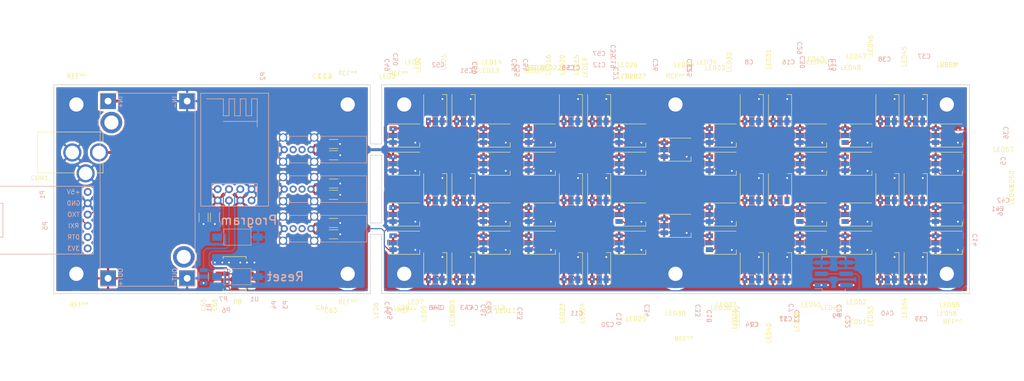
<source format=kicad_pcb>
(kicad_pcb (version 4) (host pcbnew 4.0.5-e0-6337~49~ubuntu16.04.1)

  (general
    (links 356)
    (no_connects 0)
    (area 35.919999 58.332143 270.315 144.232857)
    (thickness 1.6)
    (drawings 18)
    (tracks 722)
    (zones 0)
    (modules 146)
    (nets 82)
  )

  (page A4)
  (layers
    (0 F.Cu signal)
    (31 B.Cu signal hide)
    (32 B.Adhes user)
    (33 F.Adhes user)
    (34 B.Paste user)
    (35 F.Paste user)
    (36 B.SilkS user)
    (37 F.SilkS user)
    (38 B.Mask user)
    (39 F.Mask user)
    (40 Dwgs.User user)
    (41 Cmts.User user)
    (42 Eco1.User user)
    (43 Eco2.User user)
    (44 Edge.Cuts user)
    (45 Margin user)
    (46 B.CrtYd user)
    (47 F.CrtYd user)
    (48 B.Fab user)
    (49 F.Fab user)
  )

  (setup
    (last_trace_width 0.25)
    (trace_clearance 0.2)
    (zone_clearance 0.508)
    (zone_45_only no)
    (trace_min 0.2)
    (segment_width 0.2)
    (edge_width 0.15)
    (via_size 0.6)
    (via_drill 0.4)
    (via_min_size 0.4)
    (via_min_drill 0.3)
    (uvia_size 0.3)
    (uvia_drill 0.1)
    (uvias_allowed no)
    (uvia_min_size 0)
    (uvia_min_drill 0)
    (pcb_text_width 0.3)
    (pcb_text_size 1.5 1.5)
    (mod_edge_width 0.15)
    (mod_text_size 1 1)
    (mod_text_width 0.15)
    (pad_size 6.4 6.4)
    (pad_drill 3.2)
    (pad_to_mask_clearance 0.2)
    (aux_axis_origin 0 0)
    (visible_elements FFFFFF7F)
    (pcbplotparams
      (layerselection 0x00030_80000001)
      (usegerberextensions false)
      (excludeedgelayer true)
      (linewidth 0.100000)
      (plotframeref false)
      (viasonmask false)
      (mode 1)
      (useauxorigin false)
      (hpglpennumber 1)
      (hpglpenspeed 20)
      (hpglpendiameter 15)
      (hpglpenoverlay 2)
      (psnegative false)
      (psa4output false)
      (plotreference true)
      (plotvalue true)
      (plotinvisibletext false)
      (padsonsilk false)
      (subtractmaskfromsilk false)
      (outputformat 1)
      (mirror false)
      (drillshape 1)
      (scaleselection 1)
      (outputdirectory ""))
  )

  (net 0 "")
  (net 1 +5V)
  (net 2 GND)
  (net 3 "Net-(C17-Pad2)")
  (net 4 "Net-(C18-Pad2)")
  (net 5 "Net-(C19-Pad2)")
  (net 6 "Net-(C21-Pad2)")
  (net 7 "Net-(C22-Pad2)")
  (net 8 "Net-(C23-Pad2)")
  (net 9 "Net-(CON1-Pad1)")
  (net 10 "Net-(LED1-Pad4)")
  (net 11 "Net-(LED1-Pad2)")
  (net 12 "Net-(LED2-Pad4)")
  (net 13 "Net-(LED3-Pad4)")
  (net 14 "Net-(LED4-Pad4)")
  (net 15 "Net-(LED5-Pad4)")
  (net 16 "Net-(LED6-Pad4)")
  (net 17 "Net-(LED7-Pad4)")
  (net 18 "Net-(LED8-Pad4)")
  (net 19 "Net-(LED10-Pad2)")
  (net 20 "Net-(LED10-Pad4)")
  (net 21 "Net-(LED11-Pad4)")
  (net 22 "Net-(LED12-Pad4)")
  (net 23 "Net-(LED13-Pad4)")
  (net 24 "Net-(LED15-Pad4)")
  (net 25 "Net-(LED16-Pad4)")
  (net 26 "Net-(LED17-Pad4)")
  (net 27 "Net-(LED18-Pad4)")
  (net 28 "Net-(LED19-Pad4)")
  (net 29 "Net-(LED20-Pad4)")
  (net 30 "Net-(LED21-Pad4)")
  (net 31 "Net-(LED22-Pad4)")
  (net 32 "Net-(LED23-Pad4)")
  (net 33 "Net-(LED24-Pad4)")
  (net 34 "Net-(LED25-Pad4)")
  (net 35 "Net-(LED26-Pad4)")
  (net 36 "Net-(LED27-Pad4)")
  (net 37 "Net-(LED28-Pad4)")
  (net 38 "Net-(LED31-Pad4)")
  (net 39 "Net-(LED32-Pad4)")
  (net 40 "Net-(LED33-Pad4)")
  (net 41 "Net-(LED34-Pad4)")
  (net 42 "Net-(LED35-Pad4)")
  (net 43 "Net-(LED36-Pad4)")
  (net 44 "Net-(LED37-Pad4)")
  (net 45 "Net-(LED38-Pad4)")
  (net 46 "Net-(LED39-Pad4)")
  (net 47 "Net-(LED40-Pad4)")
  (net 48 "Net-(LED41-Pad4)")
  (net 49 "Net-(LED42-Pad4)")
  (net 50 "Net-(LED43-Pad4)")
  (net 51 "Net-(LED45-Pad4)")
  (net 52 "Net-(LED46-Pad4)")
  (net 53 "Net-(LED47-Pad4)")
  (net 54 "Net-(LED48-Pad4)")
  (net 55 "Net-(LED49-Pad4)")
  (net 56 "Net-(LED50-Pad4)")
  (net 57 "Net-(LED51-Pad4)")
  (net 58 "Net-(LED52-Pad4)")
  (net 59 "Net-(LED53-Pad4)")
  (net 60 "Net-(LED54-Pad4)")
  (net 61 "Net-(LED55-Pad4)")
  (net 62 "Net-(LED56-Pad4)")
  (net 63 D2)
  (net 64 "Net-(P2-Pad3)")
  (net 65 "Net-(P2-Pad2)")
  (net 66 "Net-(P3-Pad3)")
  (net 67 "Net-(P3-Pad2)")
  (net 68 "Net-(P4-Pad3)")
  (net 69 "Net-(P4-Pad2)")
  (net 70 "Net-(P5-Pad1)")
  (net 71 "Net-(P5-Pad2)")
  (net 72 Tx)
  (net 73 Rx)
  (net 74 "Net-(P5-Pad6)")
  (net 75 RESET)
  (net 76 D0)
  (net 77 "Net-(LED14-Pad4)")
  (net 78 "Net-(LED29-Pad4)")
  (net 79 "Net-(LED30-Pad4)")
  (net 80 "Net-(LED44-Pad4)")
  (net 81 "Net-(LED57-Pad4)")

  (net_class Default "This is the default net class."
    (clearance 0.2)
    (trace_width 0.25)
    (via_dia 0.6)
    (via_drill 0.4)
    (uvia_dia 0.3)
    (uvia_drill 0.1)
    (add_net D0)
    (add_net D2)
    (add_net "Net-(C17-Pad2)")
    (add_net "Net-(C18-Pad2)")
    (add_net "Net-(C19-Pad2)")
    (add_net "Net-(C21-Pad2)")
    (add_net "Net-(C22-Pad2)")
    (add_net "Net-(C23-Pad2)")
    (add_net "Net-(LED1-Pad2)")
    (add_net "Net-(LED1-Pad4)")
    (add_net "Net-(LED10-Pad2)")
    (add_net "Net-(LED10-Pad4)")
    (add_net "Net-(LED11-Pad4)")
    (add_net "Net-(LED12-Pad4)")
    (add_net "Net-(LED13-Pad4)")
    (add_net "Net-(LED14-Pad4)")
    (add_net "Net-(LED15-Pad4)")
    (add_net "Net-(LED16-Pad4)")
    (add_net "Net-(LED17-Pad4)")
    (add_net "Net-(LED18-Pad4)")
    (add_net "Net-(LED19-Pad4)")
    (add_net "Net-(LED2-Pad4)")
    (add_net "Net-(LED20-Pad4)")
    (add_net "Net-(LED21-Pad4)")
    (add_net "Net-(LED22-Pad4)")
    (add_net "Net-(LED23-Pad4)")
    (add_net "Net-(LED24-Pad4)")
    (add_net "Net-(LED25-Pad4)")
    (add_net "Net-(LED26-Pad4)")
    (add_net "Net-(LED27-Pad4)")
    (add_net "Net-(LED28-Pad4)")
    (add_net "Net-(LED29-Pad4)")
    (add_net "Net-(LED3-Pad4)")
    (add_net "Net-(LED30-Pad4)")
    (add_net "Net-(LED31-Pad4)")
    (add_net "Net-(LED32-Pad4)")
    (add_net "Net-(LED33-Pad4)")
    (add_net "Net-(LED34-Pad4)")
    (add_net "Net-(LED35-Pad4)")
    (add_net "Net-(LED36-Pad4)")
    (add_net "Net-(LED37-Pad4)")
    (add_net "Net-(LED38-Pad4)")
    (add_net "Net-(LED39-Pad4)")
    (add_net "Net-(LED4-Pad4)")
    (add_net "Net-(LED40-Pad4)")
    (add_net "Net-(LED41-Pad4)")
    (add_net "Net-(LED42-Pad4)")
    (add_net "Net-(LED43-Pad4)")
    (add_net "Net-(LED44-Pad4)")
    (add_net "Net-(LED45-Pad4)")
    (add_net "Net-(LED46-Pad4)")
    (add_net "Net-(LED47-Pad4)")
    (add_net "Net-(LED48-Pad4)")
    (add_net "Net-(LED49-Pad4)")
    (add_net "Net-(LED5-Pad4)")
    (add_net "Net-(LED50-Pad4)")
    (add_net "Net-(LED51-Pad4)")
    (add_net "Net-(LED52-Pad4)")
    (add_net "Net-(LED53-Pad4)")
    (add_net "Net-(LED54-Pad4)")
    (add_net "Net-(LED55-Pad4)")
    (add_net "Net-(LED56-Pad4)")
    (add_net "Net-(LED57-Pad4)")
    (add_net "Net-(LED6-Pad4)")
    (add_net "Net-(LED7-Pad4)")
    (add_net "Net-(LED8-Pad4)")
    (add_net "Net-(P2-Pad2)")
    (add_net "Net-(P2-Pad3)")
    (add_net "Net-(P3-Pad2)")
    (add_net "Net-(P3-Pad3)")
    (add_net "Net-(P4-Pad2)")
    (add_net "Net-(P4-Pad3)")
    (add_net "Net-(P5-Pad1)")
    (add_net "Net-(P5-Pad2)")
    (add_net "Net-(P5-Pad6)")
    (add_net RESET)
    (add_net Rx)
    (add_net Tx)
  )

  (net_class Power ""
    (clearance 0.2)
    (trace_width 0.635)
    (via_dia 0.6)
    (via_drill 0.4)
    (uvia_dia 0.3)
    (uvia_drill 0.1)
    (add_net +5V)
    (add_net GND)
    (add_net "Net-(CON1-Pad1)")
  )

  (module Libraries:BuckBoostModules (layer B.Cu) (tedit 58DB4CAB) (tstamp 58AD383B)
    (at 83.82 79.375 270)
    (path /58AD2213)
    (fp_text reference P1 (at 22.86 34.29 270) (layer B.SilkS)
      (effects (font (size 1 1) (thickness 0.15)) (justify mirror))
    )
    (fp_text value CONN_01X04 (at 24.765 34.29 270) (layer B.Fab)
      (effects (font (size 1 1) (thickness 0.15)) (justify mirror))
    )
    (fp_text user OUT- (at 41.402 4.572 270) (layer B.SilkS)
      (effects (font (size 1 1) (thickness 0.15)) (justify mirror))
    )
    (fp_text user OUT+ (at 41.402 16.764 270) (layer B.SilkS)
      (effects (font (size 1 1) (thickness 0.15)) (justify mirror))
    )
    (fp_text user IN- (at 2.032 4.572 270) (layer B.SilkS)
      (effects (font (size 1 1) (thickness 0.15)) (justify mirror))
    )
    (fp_text user IN+ (at 2.032 16.764 270) (layer B.SilkS)
      (effects (font (size 1 1) (thickness 0.15)) (justify mirror))
    )
    (fp_line (start 0 0) (end 43.434 0) (layer B.SilkS) (width 0.15))
    (fp_line (start 43.434 0) (end 43.434 21.336) (layer B.SilkS) (width 0.15))
    (fp_line (start 43.434 21.336) (end 0 21.336) (layer B.SilkS) (width 0.15))
    (fp_line (start 0 21.336) (end 0 0) (layer B.SilkS) (width 0.15))
    (pad 1 thru_hole rect (at 1.778 19.558 270) (size 3.556 3.556) (drill 1.524) (layers *.Cu *.Mask)
      (net 9 "Net-(CON1-Pad1)"))
    (pad 2 thru_hole rect (at 1.778 1.778 270) (size 3.556 3.556) (drill 1.524) (layers *.Cu *.Mask)
      (net 2 GND))
    (pad 3 thru_hole rect (at 41.656 19.558 270) (size 3.556 3.556) (drill 1.524) (layers *.Cu *.Mask)
      (net 1 +5V))
    (pad 4 thru_hole rect (at 41.656 1.778 270) (size 3.556 3.556) (drill 1.524) (layers *.Cu *.Mask)
      (net 2 GND))
    (pad "" np_thru_hole circle (at 6.604 18.796 270) (size 4.826 4.826) (drill 3.175) (layers *.Cu *.Mask))
    (pad "" np_thru_hole circle (at 36.83 2.54 270) (size 4.826 4.826) (drill 3.175) (layers *.Cu *.Mask))
  )

  (module Capacitors_SMD:C_1206 (layer F.Cu) (tedit 58DB47DA) (tstamp 58AD34DF)
    (at 114.935 93.345)
    (descr "Capacitor SMD 1206, reflow soldering, AVX (see smccp.pdf)")
    (tags "capacitor 1206")
    (path /58AE0BFA)
    (attr smd)
    (fp_text reference C1 (at -2.54 -17.78) (layer F.SilkS)
      (effects (font (size 1 1) (thickness 0.15)))
    )
    (fp_text value .1uF (at -1.905 -17.78) (layer F.Fab)
      (effects (font (size 1 1) (thickness 0.15)))
    )
    (fp_text user %R (at 0.635 -17.145) (layer F.Fab)
      (effects (font (size 1 1) (thickness 0.15)))
    )
    (fp_line (start -1.6 0.8) (end -1.6 -0.8) (layer F.Fab) (width 0.1))
    (fp_line (start 1.6 0.8) (end -1.6 0.8) (layer F.Fab) (width 0.1))
    (fp_line (start 1.6 -0.8) (end 1.6 0.8) (layer F.Fab) (width 0.1))
    (fp_line (start -1.6 -0.8) (end 1.6 -0.8) (layer F.Fab) (width 0.1))
    (fp_line (start 1 -1.02) (end -1 -1.02) (layer F.SilkS) (width 0.12))
    (fp_line (start -1 1.02) (end 1 1.02) (layer F.SilkS) (width 0.12))
    (fp_line (start -2.25 -1.05) (end 2.25 -1.05) (layer F.CrtYd) (width 0.05))
    (fp_line (start -2.25 -1.05) (end -2.25 1.05) (layer F.CrtYd) (width 0.05))
    (fp_line (start 2.25 1.05) (end 2.25 -1.05) (layer F.CrtYd) (width 0.05))
    (fp_line (start 2.25 1.05) (end -2.25 1.05) (layer F.CrtYd) (width 0.05))
    (pad 1 smd rect (at -1.5 0) (size 1 1.6) (layers F.Cu F.Paste F.Mask)
      (net 1 +5V))
    (pad 2 smd rect (at 1.5 0) (size 1 1.6) (layers F.Cu F.Paste F.Mask)
      (net 2 GND))
    (model Capacitors_SMD.3dshapes/C_1206.wrl
      (at (xyz 0 0 0))
      (scale (xyz 1 1 1))
      (rotate (xyz 0 0 0))
    )
  )

  (module Capacitors_SMD:C_1206 (layer F.Cu) (tedit 58DB47EC) (tstamp 58AD34E5)
    (at 114.935 102.235)
    (descr "Capacitor SMD 1206, reflow soldering, AVX (see smccp.pdf)")
    (tags "capacitor 1206")
    (path /58AE16B3)
    (attr smd)
    (fp_text reference C2 (at -1.27 -26.67) (layer F.SilkS)
      (effects (font (size 1 1) (thickness 0.15)))
    )
    (fp_text value .1uF (at -1.27 -26.67) (layer F.Fab)
      (effects (font (size 1 1) (thickness 0.15)))
    )
    (fp_text user %R (at -3.81 -26.035) (layer F.Fab)
      (effects (font (size 1 1) (thickness 0.15)))
    )
    (fp_line (start -1.6 0.8) (end -1.6 -0.8) (layer F.Fab) (width 0.1))
    (fp_line (start 1.6 0.8) (end -1.6 0.8) (layer F.Fab) (width 0.1))
    (fp_line (start 1.6 -0.8) (end 1.6 0.8) (layer F.Fab) (width 0.1))
    (fp_line (start -1.6 -0.8) (end 1.6 -0.8) (layer F.Fab) (width 0.1))
    (fp_line (start 1 -1.02) (end -1 -1.02) (layer F.SilkS) (width 0.12))
    (fp_line (start -1 1.02) (end 1 1.02) (layer F.SilkS) (width 0.12))
    (fp_line (start -2.25 -1.05) (end 2.25 -1.05) (layer F.CrtYd) (width 0.05))
    (fp_line (start -2.25 -1.05) (end -2.25 1.05) (layer F.CrtYd) (width 0.05))
    (fp_line (start 2.25 1.05) (end 2.25 -1.05) (layer F.CrtYd) (width 0.05))
    (fp_line (start 2.25 1.05) (end -2.25 1.05) (layer F.CrtYd) (width 0.05))
    (pad 1 smd rect (at -1.5 0) (size 1 1.6) (layers F.Cu F.Paste F.Mask)
      (net 1 +5V))
    (pad 2 smd rect (at 1.5 0) (size 1 1.6) (layers F.Cu F.Paste F.Mask)
      (net 2 GND))
    (model Capacitors_SMD.3dshapes/C_1206.wrl
      (at (xyz 0 0 0))
      (scale (xyz 1 1 1))
      (rotate (xyz 0 0 0))
    )
  )

  (module Capacitors_SMD:C_1206 (layer F.Cu) (tedit 58DB47E9) (tstamp 58AD34EB)
    (at 114.935 99.695)
    (descr "Capacitor SMD 1206, reflow soldering, AVX (see smccp.pdf)")
    (tags "capacitor 1206")
    (path /58AE1A45)
    (attr smd)
    (fp_text reference C3 (at -3.81 -24.13) (layer F.SilkS)
      (effects (font (size 1 1) (thickness 0.15)))
    )
    (fp_text value .1uF (at 1.27 -24.765) (layer F.Fab)
      (effects (font (size 1 1) (thickness 0.15)))
    )
    (fp_text user %R (at -1.27 -23.495) (layer F.Fab)
      (effects (font (size 1 1) (thickness 0.15)))
    )
    (fp_line (start -1.6 0.8) (end -1.6 -0.8) (layer F.Fab) (width 0.1))
    (fp_line (start 1.6 0.8) (end -1.6 0.8) (layer F.Fab) (width 0.1))
    (fp_line (start 1.6 -0.8) (end 1.6 0.8) (layer F.Fab) (width 0.1))
    (fp_line (start -1.6 -0.8) (end 1.6 -0.8) (layer F.Fab) (width 0.1))
    (fp_line (start 1 -1.02) (end -1 -1.02) (layer F.SilkS) (width 0.12))
    (fp_line (start -1 1.02) (end 1 1.02) (layer F.SilkS) (width 0.12))
    (fp_line (start -2.25 -1.05) (end 2.25 -1.05) (layer F.CrtYd) (width 0.05))
    (fp_line (start -2.25 -1.05) (end -2.25 1.05) (layer F.CrtYd) (width 0.05))
    (fp_line (start 2.25 1.05) (end 2.25 -1.05) (layer F.CrtYd) (width 0.05))
    (fp_line (start 2.25 1.05) (end -2.25 1.05) (layer F.CrtYd) (width 0.05))
    (pad 1 smd rect (at -1.5 0) (size 1 1.6) (layers F.Cu F.Paste F.Mask)
      (net 1 +5V))
    (pad 2 smd rect (at 1.5 0) (size 1 1.6) (layers F.Cu F.Paste F.Mask)
      (net 2 GND))
    (model Capacitors_SMD.3dshapes/C_1206.wrl
      (at (xyz 0 0 0))
      (scale (xyz 1 1 1))
      (rotate (xyz 0 0 0))
    )
  )

  (module Capacitors_SMD:C_1206 (layer F.Cu) (tedit 58DB47D7) (tstamp 58AD34F1)
    (at 114.935 90.805)
    (descr "Capacitor SMD 1206, reflow soldering, AVX (see smccp.pdf)")
    (tags "capacitor 1206")
    (path /58AE1AC1)
    (attr smd)
    (fp_text reference C4 (at -1.27 -15.24) (layer F.SilkS)
      (effects (font (size 1 1) (thickness 0.15)))
    )
    (fp_text value .1uF (at -3.175 -15.24) (layer F.Fab)
      (effects (font (size 1 1) (thickness 0.15)))
    )
    (fp_text user %R (at -0.635 -14.605) (layer F.Fab)
      (effects (font (size 1 1) (thickness 0.15)))
    )
    (fp_line (start -1.6 0.8) (end -1.6 -0.8) (layer F.Fab) (width 0.1))
    (fp_line (start 1.6 0.8) (end -1.6 0.8) (layer F.Fab) (width 0.1))
    (fp_line (start 1.6 -0.8) (end 1.6 0.8) (layer F.Fab) (width 0.1))
    (fp_line (start -1.6 -0.8) (end 1.6 -0.8) (layer F.Fab) (width 0.1))
    (fp_line (start 1 -1.02) (end -1 -1.02) (layer F.SilkS) (width 0.12))
    (fp_line (start -1 1.02) (end 1 1.02) (layer F.SilkS) (width 0.12))
    (fp_line (start -2.25 -1.05) (end 2.25 -1.05) (layer F.CrtYd) (width 0.05))
    (fp_line (start -2.25 -1.05) (end -2.25 1.05) (layer F.CrtYd) (width 0.05))
    (fp_line (start 2.25 1.05) (end 2.25 -1.05) (layer F.CrtYd) (width 0.05))
    (fp_line (start 2.25 1.05) (end -2.25 1.05) (layer F.CrtYd) (width 0.05))
    (pad 1 smd rect (at -1.5 0) (size 1 1.6) (layers F.Cu F.Paste F.Mask)
      (net 1 +5V))
    (pad 2 smd rect (at 1.5 0) (size 1 1.6) (layers F.Cu F.Paste F.Mask)
      (net 2 GND))
    (model Capacitors_SMD.3dshapes/C_1206.wrl
      (at (xyz 0 0 0))
      (scale (xyz 1 1 1))
      (rotate (xyz 0 0 0))
    )
  )

  (module Capacitors_SMD:C_1206 (layer B.Cu) (tedit 58DB4BAE) (tstamp 58AD34F7)
    (at 250.19 95.25 270)
    (descr "Capacitor SMD 1206, reflow soldering, AVX (see smccp.pdf)")
    (tags "capacitor 1206")
    (path /58AE0D06)
    (attr smd)
    (fp_text reference C5 (at -0.635 -15.24 270) (layer B.SilkS)
      (effects (font (size 1 1) (thickness 0.15)) (justify mirror))
    )
    (fp_text value .1uF (at -24.13 1.27 270) (layer B.Fab)
      (effects (font (size 1 1) (thickness 0.15)) (justify mirror))
    )
    (fp_text user %R (at 0 1.75 270) (layer B.Fab)
      (effects (font (size 1 1) (thickness 0.15)) (justify mirror))
    )
    (fp_line (start -1.6 -0.8) (end -1.6 0.8) (layer B.Fab) (width 0.1))
    (fp_line (start 1.6 -0.8) (end -1.6 -0.8) (layer B.Fab) (width 0.1))
    (fp_line (start 1.6 0.8) (end 1.6 -0.8) (layer B.Fab) (width 0.1))
    (fp_line (start -1.6 0.8) (end 1.6 0.8) (layer B.Fab) (width 0.1))
    (fp_line (start 1 1.02) (end -1 1.02) (layer B.SilkS) (width 0.12))
    (fp_line (start -1 -1.02) (end 1 -1.02) (layer B.SilkS) (width 0.12))
    (fp_line (start -2.25 1.05) (end 2.25 1.05) (layer B.CrtYd) (width 0.05))
    (fp_line (start -2.25 1.05) (end -2.25 -1.05) (layer B.CrtYd) (width 0.05))
    (fp_line (start 2.25 -1.05) (end 2.25 1.05) (layer B.CrtYd) (width 0.05))
    (fp_line (start 2.25 -1.05) (end -2.25 -1.05) (layer B.CrtYd) (width 0.05))
    (pad 1 smd rect (at -1.5 0 270) (size 1 1.6) (layers B.Cu B.Paste B.Mask)
      (net 1 +5V))
    (pad 2 smd rect (at 1.5 0 270) (size 1 1.6) (layers B.Cu B.Paste B.Mask)
      (net 2 GND))
    (model Capacitors_SMD.3dshapes/C_1206.wrl
      (at (xyz 0 0 0))
      (scale (xyz 1 1 1))
      (rotate (xyz 0 0 0))
    )
  )

  (module Capacitors_SMD:C_1206 (layer B.Cu) (tedit 58DB4B40) (tstamp 58AD34FD)
    (at 250.19 106.68 270)
    (descr "Capacitor SMD 1206, reflow soldering, AVX (see smccp.pdf)")
    (tags "capacitor 1206")
    (path /58AE16B9)
    (attr smd)
    (fp_text reference C6 (at -0.635 -14.605 270) (layer B.SilkS)
      (effects (font (size 1 1) (thickness 0.15)) (justify mirror))
    )
    (fp_text value .1uF (at -0.635 -10.795 270) (layer B.Fab)
      (effects (font (size 1 1) (thickness 0.15)) (justify mirror))
    )
    (fp_text user %R (at 0 1.75 270) (layer B.Fab)
      (effects (font (size 1 1) (thickness 0.15)) (justify mirror))
    )
    (fp_line (start -1.6 -0.8) (end -1.6 0.8) (layer B.Fab) (width 0.1))
    (fp_line (start 1.6 -0.8) (end -1.6 -0.8) (layer B.Fab) (width 0.1))
    (fp_line (start 1.6 0.8) (end 1.6 -0.8) (layer B.Fab) (width 0.1))
    (fp_line (start -1.6 0.8) (end 1.6 0.8) (layer B.Fab) (width 0.1))
    (fp_line (start 1 1.02) (end -1 1.02) (layer B.SilkS) (width 0.12))
    (fp_line (start -1 -1.02) (end 1 -1.02) (layer B.SilkS) (width 0.12))
    (fp_line (start -2.25 1.05) (end 2.25 1.05) (layer B.CrtYd) (width 0.05))
    (fp_line (start -2.25 1.05) (end -2.25 -1.05) (layer B.CrtYd) (width 0.05))
    (fp_line (start 2.25 -1.05) (end 2.25 1.05) (layer B.CrtYd) (width 0.05))
    (fp_line (start 2.25 -1.05) (end -2.25 -1.05) (layer B.CrtYd) (width 0.05))
    (pad 1 smd rect (at -1.5 0 270) (size 1 1.6) (layers B.Cu B.Paste B.Mask)
      (net 1 +5V))
    (pad 2 smd rect (at 1.5 0 270) (size 1 1.6) (layers B.Cu B.Paste B.Mask)
      (net 2 GND))
    (model Capacitors_SMD.3dshapes/C_1206.wrl
      (at (xyz 0 0 0))
      (scale (xyz 1 1 1))
      (rotate (xyz 0 0 0))
    )
  )

  (module Capacitors_SMD:C_1206 (layer B.Cu) (tedit 58DB4A9A) (tstamp 58AD3503)
    (at 219.71 113.03 270)
    (descr "Capacitor SMD 1206, reflow soldering, AVX (see smccp.pdf)")
    (tags "capacitor 1206")
    (path /58AE1A4B)
    (attr smd)
    (fp_text reference C7 (at 14.605 1.905 270) (layer B.SilkS)
      (effects (font (size 1 1) (thickness 0.15)) (justify mirror))
    )
    (fp_text value .1uF (at 15.24 -3.175 270) (layer B.Fab)
      (effects (font (size 1 1) (thickness 0.15)) (justify mirror))
    )
    (fp_text user %R (at 14.605 1.905 270) (layer B.Fab)
      (effects (font (size 1 1) (thickness 0.15)) (justify mirror))
    )
    (fp_line (start -1.6 -0.8) (end -1.6 0.8) (layer B.Fab) (width 0.1))
    (fp_line (start 1.6 -0.8) (end -1.6 -0.8) (layer B.Fab) (width 0.1))
    (fp_line (start 1.6 0.8) (end 1.6 -0.8) (layer B.Fab) (width 0.1))
    (fp_line (start -1.6 0.8) (end 1.6 0.8) (layer B.Fab) (width 0.1))
    (fp_line (start 1 1.02) (end -1 1.02) (layer B.SilkS) (width 0.12))
    (fp_line (start -1 -1.02) (end 1 -1.02) (layer B.SilkS) (width 0.12))
    (fp_line (start -2.25 1.05) (end 2.25 1.05) (layer B.CrtYd) (width 0.05))
    (fp_line (start -2.25 1.05) (end -2.25 -1.05) (layer B.CrtYd) (width 0.05))
    (fp_line (start 2.25 -1.05) (end 2.25 1.05) (layer B.CrtYd) (width 0.05))
    (fp_line (start 2.25 -1.05) (end -2.25 -1.05) (layer B.CrtYd) (width 0.05))
    (pad 1 smd rect (at -1.5 0 270) (size 1 1.6) (layers B.Cu B.Paste B.Mask)
      (net 1 +5V))
    (pad 2 smd rect (at 1.5 0 270) (size 1 1.6) (layers B.Cu B.Paste B.Mask)
      (net 2 GND))
    (model Capacitors_SMD.3dshapes/C_1206.wrl
      (at (xyz 0 0 0))
      (scale (xyz 1 1 1))
      (rotate (xyz 0 0 0))
    )
  )

  (module Capacitors_SMD:C_1206 (layer B.Cu) (tedit 58DB49B7) (tstamp 58AD3509)
    (at 208.915 85.725)
    (descr "Capacitor SMD 1206, reflow soldering, AVX (see smccp.pdf)")
    (tags "capacitor 1206")
    (path /58AE1AC7)
    (attr smd)
    (fp_text reference C8 (at -0.635 -13.335) (layer B.SilkS)
      (effects (font (size 1 1) (thickness 0.15)) (justify mirror))
    )
    (fp_text value .1uF (at -1.905 -12.065) (layer B.Fab)
      (effects (font (size 1 1) (thickness 0.15)) (justify mirror))
    )
    (fp_text user %R (at -2.54 -12.7) (layer B.Fab)
      (effects (font (size 1 1) (thickness 0.15)) (justify mirror))
    )
    (fp_line (start -1.6 -0.8) (end -1.6 0.8) (layer B.Fab) (width 0.1))
    (fp_line (start 1.6 -0.8) (end -1.6 -0.8) (layer B.Fab) (width 0.1))
    (fp_line (start 1.6 0.8) (end 1.6 -0.8) (layer B.Fab) (width 0.1))
    (fp_line (start -1.6 0.8) (end 1.6 0.8) (layer B.Fab) (width 0.1))
    (fp_line (start 1 1.02) (end -1 1.02) (layer B.SilkS) (width 0.12))
    (fp_line (start -1 -1.02) (end 1 -1.02) (layer B.SilkS) (width 0.12))
    (fp_line (start -2.25 1.05) (end 2.25 1.05) (layer B.CrtYd) (width 0.05))
    (fp_line (start -2.25 1.05) (end -2.25 -1.05) (layer B.CrtYd) (width 0.05))
    (fp_line (start 2.25 -1.05) (end 2.25 1.05) (layer B.CrtYd) (width 0.05))
    (fp_line (start 2.25 -1.05) (end -2.25 -1.05) (layer B.CrtYd) (width 0.05))
    (pad 1 smd rect (at -1.5 0) (size 1 1.6) (layers B.Cu B.Paste B.Mask)
      (net 1 +5V))
    (pad 2 smd rect (at 1.5 0) (size 1 1.6) (layers B.Cu B.Paste B.Mask)
      (net 2 GND))
    (model Capacitors_SMD.3dshapes/C_1206.wrl
      (at (xyz 0 0 0))
      (scale (xyz 1 1 1))
      (rotate (xyz 0 0 0))
    )
  )

  (module Capacitors_SMD:C_1206 (layer B.Cu) (tedit 58DB4A49) (tstamp 58AD350F)
    (at 208.915 121.285)
    (descr "Capacitor SMD 1206, reflow soldering, AVX (see smccp.pdf)")
    (tags "capacitor 1206")
    (path /58AE0D84)
    (attr smd)
    (fp_text reference C9 (at 0.635 10.16) (layer B.SilkS)
      (effects (font (size 1 1) (thickness 0.15)) (justify mirror))
    )
    (fp_text value .1uF (at 0 10.795) (layer B.Fab)
      (effects (font (size 1 1) (thickness 0.15)) (justify mirror))
    )
    (fp_text user %R (at 0 8.89) (layer B.Fab)
      (effects (font (size 1 1) (thickness 0.15)) (justify mirror))
    )
    (fp_line (start -1.6 -0.8) (end -1.6 0.8) (layer B.Fab) (width 0.1))
    (fp_line (start 1.6 -0.8) (end -1.6 -0.8) (layer B.Fab) (width 0.1))
    (fp_line (start 1.6 0.8) (end 1.6 -0.8) (layer B.Fab) (width 0.1))
    (fp_line (start -1.6 0.8) (end 1.6 0.8) (layer B.Fab) (width 0.1))
    (fp_line (start 1 1.02) (end -1 1.02) (layer B.SilkS) (width 0.12))
    (fp_line (start -1 -1.02) (end 1 -1.02) (layer B.SilkS) (width 0.12))
    (fp_line (start -2.25 1.05) (end 2.25 1.05) (layer B.CrtYd) (width 0.05))
    (fp_line (start -2.25 1.05) (end -2.25 -1.05) (layer B.CrtYd) (width 0.05))
    (fp_line (start 2.25 -1.05) (end 2.25 1.05) (layer B.CrtYd) (width 0.05))
    (fp_line (start 2.25 -1.05) (end -2.25 -1.05) (layer B.CrtYd) (width 0.05))
    (pad 1 smd rect (at -1.5 0) (size 1 1.6) (layers B.Cu B.Paste B.Mask)
      (net 1 +5V))
    (pad 2 smd rect (at 1.5 0) (size 1 1.6) (layers B.Cu B.Paste B.Mask)
      (net 2 GND))
    (model Capacitors_SMD.3dshapes/C_1206.wrl
      (at (xyz 0 0 0))
      (scale (xyz 1 1 1))
      (rotate (xyz 0 0 0))
    )
  )

  (module Capacitors_SMD:C_1206 (layer B.Cu) (tedit 58DB4A09) (tstamp 58AD3515)
    (at 179.07 113.03 270)
    (descr "Capacitor SMD 1206, reflow soldering, AVX (see smccp.pdf)")
    (tags "capacitor 1206")
    (path /58AE16BF)
    (attr smd)
    (fp_text reference C10 (at 17.145 0 270) (layer B.SilkS)
      (effects (font (size 1 1) (thickness 0.15)) (justify mirror))
    )
    (fp_text value .1uF (at 15.24 -7.62 270) (layer B.Fab)
      (effects (font (size 1 1) (thickness 0.15)) (justify mirror))
    )
    (fp_text user %R (at 19.685 -0.635 270) (layer B.Fab)
      (effects (font (size 1 1) (thickness 0.15)) (justify mirror))
    )
    (fp_line (start -1.6 -0.8) (end -1.6 0.8) (layer B.Fab) (width 0.1))
    (fp_line (start 1.6 -0.8) (end -1.6 -0.8) (layer B.Fab) (width 0.1))
    (fp_line (start 1.6 0.8) (end 1.6 -0.8) (layer B.Fab) (width 0.1))
    (fp_line (start -1.6 0.8) (end 1.6 0.8) (layer B.Fab) (width 0.1))
    (fp_line (start 1 1.02) (end -1 1.02) (layer B.SilkS) (width 0.12))
    (fp_line (start -1 -1.02) (end 1 -1.02) (layer B.SilkS) (width 0.12))
    (fp_line (start -2.25 1.05) (end 2.25 1.05) (layer B.CrtYd) (width 0.05))
    (fp_line (start -2.25 1.05) (end -2.25 -1.05) (layer B.CrtYd) (width 0.05))
    (fp_line (start 2.25 -1.05) (end 2.25 1.05) (layer B.CrtYd) (width 0.05))
    (fp_line (start 2.25 -1.05) (end -2.25 -1.05) (layer B.CrtYd) (width 0.05))
    (pad 1 smd rect (at -1.5 0 270) (size 1 1.6) (layers B.Cu B.Paste B.Mask)
      (net 1 +5V))
    (pad 2 smd rect (at 1.5 0 270) (size 1 1.6) (layers B.Cu B.Paste B.Mask)
      (net 2 GND))
    (model Capacitors_SMD.3dshapes/C_1206.wrl
      (at (xyz 0 0 0))
      (scale (xyz 1 1 1))
      (rotate (xyz 0 0 0))
    )
  )

  (module Capacitors_SMD:C_1206 (layer B.Cu) (tedit 58DB4A14) (tstamp 58AD351B)
    (at 168.275 121.285)
    (descr "Capacitor SMD 1206, reflow soldering, AVX (see smccp.pdf)")
    (tags "capacitor 1206")
    (path /58AE1A51)
    (attr smd)
    (fp_text reference C11 (at 1.27 7.62) (layer B.SilkS)
      (effects (font (size 1 1) (thickness 0.15)) (justify mirror))
    )
    (fp_text value .1uF (at 0.635 7.62) (layer B.Fab)
      (effects (font (size 1 1) (thickness 0.15)) (justify mirror))
    )
    (fp_text user %R (at 0 6.35) (layer B.Fab)
      (effects (font (size 1 1) (thickness 0.15)) (justify mirror))
    )
    (fp_line (start -1.6 -0.8) (end -1.6 0.8) (layer B.Fab) (width 0.1))
    (fp_line (start 1.6 -0.8) (end -1.6 -0.8) (layer B.Fab) (width 0.1))
    (fp_line (start 1.6 0.8) (end 1.6 -0.8) (layer B.Fab) (width 0.1))
    (fp_line (start -1.6 0.8) (end 1.6 0.8) (layer B.Fab) (width 0.1))
    (fp_line (start 1 1.02) (end -1 1.02) (layer B.SilkS) (width 0.12))
    (fp_line (start -1 -1.02) (end 1 -1.02) (layer B.SilkS) (width 0.12))
    (fp_line (start -2.25 1.05) (end 2.25 1.05) (layer B.CrtYd) (width 0.05))
    (fp_line (start -2.25 1.05) (end -2.25 -1.05) (layer B.CrtYd) (width 0.05))
    (fp_line (start 2.25 -1.05) (end 2.25 1.05) (layer B.CrtYd) (width 0.05))
    (fp_line (start 2.25 -1.05) (end -2.25 -1.05) (layer B.CrtYd) (width 0.05))
    (pad 1 smd rect (at -1.5 0) (size 1 1.6) (layers B.Cu B.Paste B.Mask)
      (net 1 +5V))
    (pad 2 smd rect (at 1.5 0) (size 1 1.6) (layers B.Cu B.Paste B.Mask)
      (net 2 GND))
    (model Capacitors_SMD.3dshapes/C_1206.wrl
      (at (xyz 0 0 0))
      (scale (xyz 1 1 1))
      (rotate (xyz 0 0 0))
    )
  )

  (module Capacitors_SMD:C_1206 (layer B.Cu) (tedit 58DB49E0) (tstamp 58AD3521)
    (at 174.625 103.505)
    (descr "Capacitor SMD 1206, reflow soldering, AVX (see smccp.pdf)")
    (tags "capacitor 1206")
    (path /58AE1ACD)
    (attr smd)
    (fp_text reference C12 (at 0 -30.48) (layer B.SilkS)
      (effects (font (size 1 1) (thickness 0.15)) (justify mirror))
    )
    (fp_text value .1uF (at 0.635 -31.115) (layer B.Fab)
      (effects (font (size 1 1) (thickness 0.15)) (justify mirror))
    )
    (fp_text user %R (at -0.635 -29.21) (layer B.Fab)
      (effects (font (size 1 1) (thickness 0.15)) (justify mirror))
    )
    (fp_line (start -1.6 -0.8) (end -1.6 0.8) (layer B.Fab) (width 0.1))
    (fp_line (start 1.6 -0.8) (end -1.6 -0.8) (layer B.Fab) (width 0.1))
    (fp_line (start 1.6 0.8) (end 1.6 -0.8) (layer B.Fab) (width 0.1))
    (fp_line (start -1.6 0.8) (end 1.6 0.8) (layer B.Fab) (width 0.1))
    (fp_line (start 1 1.02) (end -1 1.02) (layer B.SilkS) (width 0.12))
    (fp_line (start -1 -1.02) (end 1 -1.02) (layer B.SilkS) (width 0.12))
    (fp_line (start -2.25 1.05) (end 2.25 1.05) (layer B.CrtYd) (width 0.05))
    (fp_line (start -2.25 1.05) (end -2.25 -1.05) (layer B.CrtYd) (width 0.05))
    (fp_line (start 2.25 -1.05) (end 2.25 1.05) (layer B.CrtYd) (width 0.05))
    (fp_line (start 2.25 -1.05) (end -2.25 -1.05) (layer B.CrtYd) (width 0.05))
    (pad 1 smd rect (at -1.5 0) (size 1 1.6) (layers B.Cu B.Paste B.Mask)
      (net 1 +5V))
    (pad 2 smd rect (at 1.5 0) (size 1 1.6) (layers B.Cu B.Paste B.Mask)
      (net 2 GND))
    (model Capacitors_SMD.3dshapes/C_1206.wrl
      (at (xyz 0 0 0))
      (scale (xyz 1 1 1))
      (rotate (xyz 0 0 0))
    )
  )

  (module Capacitors_SMD:C_1206 (layer B.Cu) (tedit 58DB49DB) (tstamp 58AD3527)
    (at 168.275 103.505)
    (descr "Capacitor SMD 1206, reflow soldering, AVX (see smccp.pdf)")
    (tags "capacitor 1206")
    (path /58AE0D8A)
    (attr smd)
    (fp_text reference C13 (at 0.635 -29.845) (layer B.SilkS)
      (effects (font (size 1 1) (thickness 0.15)) (justify mirror))
    )
    (fp_text value .1uF (at 0 -29.845) (layer B.Fab)
      (effects (font (size 1 1) (thickness 0.15)) (justify mirror))
    )
    (fp_text user %R (at 0.635 -29.21) (layer B.Fab)
      (effects (font (size 1 1) (thickness 0.15)) (justify mirror))
    )
    (fp_line (start -1.6 -0.8) (end -1.6 0.8) (layer B.Fab) (width 0.1))
    (fp_line (start 1.6 -0.8) (end -1.6 -0.8) (layer B.Fab) (width 0.1))
    (fp_line (start 1.6 0.8) (end 1.6 -0.8) (layer B.Fab) (width 0.1))
    (fp_line (start -1.6 0.8) (end 1.6 0.8) (layer B.Fab) (width 0.1))
    (fp_line (start 1 1.02) (end -1 1.02) (layer B.SilkS) (width 0.12))
    (fp_line (start -1 -1.02) (end 1 -1.02) (layer B.SilkS) (width 0.12))
    (fp_line (start -2.25 1.05) (end 2.25 1.05) (layer B.CrtYd) (width 0.05))
    (fp_line (start -2.25 1.05) (end -2.25 -1.05) (layer B.CrtYd) (width 0.05))
    (fp_line (start 2.25 -1.05) (end 2.25 1.05) (layer B.CrtYd) (width 0.05))
    (fp_line (start 2.25 -1.05) (end -2.25 -1.05) (layer B.CrtYd) (width 0.05))
    (pad 1 smd rect (at -1.5 0) (size 1 1.6) (layers B.Cu B.Paste B.Mask)
      (net 1 +5V))
    (pad 2 smd rect (at 1.5 0) (size 1 1.6) (layers B.Cu B.Paste B.Mask)
      (net 2 GND))
    (model Capacitors_SMD.3dshapes/C_1206.wrl
      (at (xyz 0 0 0))
      (scale (xyz 1 1 1))
      (rotate (xyz 0 0 0))
    )
  )

  (module Capacitors_SMD:C_1206 (layer B.Cu) (tedit 58DB4AEB) (tstamp 58AD352D)
    (at 250.19 113.03 270)
    (descr "Capacitor SMD 1206, reflow soldering, AVX (see smccp.pdf)")
    (tags "capacitor 1206")
    (path /58AE16C5)
    (attr smd)
    (fp_text reference C14 (at -0.635 -8.89 270) (layer B.SilkS)
      (effects (font (size 1 1) (thickness 0.15)) (justify mirror))
    )
    (fp_text value .1uF (at 3.81 -9.525 270) (layer B.Fab)
      (effects (font (size 1 1) (thickness 0.15)) (justify mirror))
    )
    (fp_text user %R (at 1.27 -9.525 270) (layer B.Fab)
      (effects (font (size 1 1) (thickness 0.15)) (justify mirror))
    )
    (fp_line (start -1.6 -0.8) (end -1.6 0.8) (layer B.Fab) (width 0.1))
    (fp_line (start 1.6 -0.8) (end -1.6 -0.8) (layer B.Fab) (width 0.1))
    (fp_line (start 1.6 0.8) (end 1.6 -0.8) (layer B.Fab) (width 0.1))
    (fp_line (start -1.6 0.8) (end 1.6 0.8) (layer B.Fab) (width 0.1))
    (fp_line (start 1 1.02) (end -1 1.02) (layer B.SilkS) (width 0.12))
    (fp_line (start -1 -1.02) (end 1 -1.02) (layer B.SilkS) (width 0.12))
    (fp_line (start -2.25 1.05) (end 2.25 1.05) (layer B.CrtYd) (width 0.05))
    (fp_line (start -2.25 1.05) (end -2.25 -1.05) (layer B.CrtYd) (width 0.05))
    (fp_line (start 2.25 -1.05) (end 2.25 1.05) (layer B.CrtYd) (width 0.05))
    (fp_line (start 2.25 -1.05) (end -2.25 -1.05) (layer B.CrtYd) (width 0.05))
    (pad 1 smd rect (at -1.5 0 270) (size 1 1.6) (layers B.Cu B.Paste B.Mask)
      (net 1 +5V))
    (pad 2 smd rect (at 1.5 0 270) (size 1 1.6) (layers B.Cu B.Paste B.Mask)
      (net 2 GND))
    (model Capacitors_SMD.3dshapes/C_1206.wrl
      (at (xyz 0 0 0))
      (scale (xyz 1 1 1))
      (rotate (xyz 0 0 0))
    )
  )

  (module Capacitors_SMD:C_1206 (layer B.Cu) (tedit 58DB4BA7) (tstamp 58AD3533)
    (at 229.87 95.25 270)
    (descr "Capacitor SMD 1206, reflow soldering, AVX (see smccp.pdf)")
    (tags "capacitor 1206")
    (path /58AE1A57)
    (attr smd)
    (fp_text reference C15 (at -22.225 2.54 270) (layer B.SilkS)
      (effects (font (size 1 1) (thickness 0.15)) (justify mirror))
    )
    (fp_text value .1uF (at -23.495 -1.905 270) (layer B.Fab)
      (effects (font (size 1 1) (thickness 0.15)) (justify mirror))
    )
    (fp_text user %R (at 0 1.75 270) (layer B.Fab)
      (effects (font (size 1 1) (thickness 0.15)) (justify mirror))
    )
    (fp_line (start -1.6 -0.8) (end -1.6 0.8) (layer B.Fab) (width 0.1))
    (fp_line (start 1.6 -0.8) (end -1.6 -0.8) (layer B.Fab) (width 0.1))
    (fp_line (start 1.6 0.8) (end 1.6 -0.8) (layer B.Fab) (width 0.1))
    (fp_line (start -1.6 0.8) (end 1.6 0.8) (layer B.Fab) (width 0.1))
    (fp_line (start 1 1.02) (end -1 1.02) (layer B.SilkS) (width 0.12))
    (fp_line (start -1 -1.02) (end 1 -1.02) (layer B.SilkS) (width 0.12))
    (fp_line (start -2.25 1.05) (end 2.25 1.05) (layer B.CrtYd) (width 0.05))
    (fp_line (start -2.25 1.05) (end -2.25 -1.05) (layer B.CrtYd) (width 0.05))
    (fp_line (start 2.25 -1.05) (end 2.25 1.05) (layer B.CrtYd) (width 0.05))
    (fp_line (start 2.25 -1.05) (end -2.25 -1.05) (layer B.CrtYd) (width 0.05))
    (pad 1 smd rect (at -1.5 0 270) (size 1 1.6) (layers B.Cu B.Paste B.Mask)
      (net 1 +5V))
    (pad 2 smd rect (at 1.5 0 270) (size 1 1.6) (layers B.Cu B.Paste B.Mask)
      (net 2 GND))
    (model Capacitors_SMD.3dshapes/C_1206.wrl
      (at (xyz 0 0 0))
      (scale (xyz 1 1 1))
      (rotate (xyz 0 0 0))
    )
  )

  (module Capacitors_SMD:C_1206 (layer B.Cu) (tedit 58DB4B98) (tstamp 58AD3539)
    (at 215.265 85.725)
    (descr "Capacitor SMD 1206, reflow soldering, AVX (see smccp.pdf)")
    (tags "capacitor 1206")
    (path /58AE1AD3)
    (attr smd)
    (fp_text reference C16 (at 1.905 -13.335) (layer B.SilkS)
      (effects (font (size 1 1) (thickness 0.15)) (justify mirror))
    )
    (fp_text value .1uF (at 0 -13.97) (layer B.Fab)
      (effects (font (size 1 1) (thickness 0.15)) (justify mirror))
    )
    (fp_text user %R (at 0 1.75) (layer B.Fab)
      (effects (font (size 1 1) (thickness 0.15)) (justify mirror))
    )
    (fp_line (start -1.6 -0.8) (end -1.6 0.8) (layer B.Fab) (width 0.1))
    (fp_line (start 1.6 -0.8) (end -1.6 -0.8) (layer B.Fab) (width 0.1))
    (fp_line (start 1.6 0.8) (end 1.6 -0.8) (layer B.Fab) (width 0.1))
    (fp_line (start -1.6 0.8) (end 1.6 0.8) (layer B.Fab) (width 0.1))
    (fp_line (start 1 1.02) (end -1 1.02) (layer B.SilkS) (width 0.12))
    (fp_line (start -1 -1.02) (end 1 -1.02) (layer B.SilkS) (width 0.12))
    (fp_line (start -2.25 1.05) (end 2.25 1.05) (layer B.CrtYd) (width 0.05))
    (fp_line (start -2.25 1.05) (end -2.25 -1.05) (layer B.CrtYd) (width 0.05))
    (fp_line (start 2.25 -1.05) (end 2.25 1.05) (layer B.CrtYd) (width 0.05))
    (fp_line (start 2.25 -1.05) (end -2.25 -1.05) (layer B.CrtYd) (width 0.05))
    (pad 1 smd rect (at -1.5 0) (size 1 1.6) (layers B.Cu B.Paste B.Mask)
      (net 1 +5V))
    (pad 2 smd rect (at 1.5 0) (size 1 1.6) (layers B.Cu B.Paste B.Mask)
      (net 2 GND))
    (model Capacitors_SMD.3dshapes/C_1206.wrl
      (at (xyz 0 0 0))
      (scale (xyz 1 1 1))
      (rotate (xyz 0 0 0))
    )
  )

  (module Capacitors_SMD:C_1206 (layer B.Cu) (tedit 58DB4A84) (tstamp 58AD353F)
    (at 215.265 103.505)
    (descr "Capacitor SMD 1206, reflow soldering, AVX (see smccp.pdf)")
    (tags "capacitor 1206")
    (path /58AE0F76)
    (attr smd)
    (fp_text reference C17 (at 1.27 26.67) (layer B.SilkS)
      (effects (font (size 1 1) (thickness 0.15)) (justify mirror))
    )
    (fp_text value .1uF (at 4.445 24.765) (layer B.Fab)
      (effects (font (size 1 1) (thickness 0.15)) (justify mirror))
    )
    (fp_text user %R (at 3.175 24.765) (layer B.Fab)
      (effects (font (size 1 1) (thickness 0.15)) (justify mirror))
    )
    (fp_line (start -1.6 -0.8) (end -1.6 0.8) (layer B.Fab) (width 0.1))
    (fp_line (start 1.6 -0.8) (end -1.6 -0.8) (layer B.Fab) (width 0.1))
    (fp_line (start 1.6 0.8) (end 1.6 -0.8) (layer B.Fab) (width 0.1))
    (fp_line (start -1.6 0.8) (end 1.6 0.8) (layer B.Fab) (width 0.1))
    (fp_line (start 1 1.02) (end -1 1.02) (layer B.SilkS) (width 0.12))
    (fp_line (start -1 -1.02) (end 1 -1.02) (layer B.SilkS) (width 0.12))
    (fp_line (start -2.25 1.05) (end 2.25 1.05) (layer B.CrtYd) (width 0.05))
    (fp_line (start -2.25 1.05) (end -2.25 -1.05) (layer B.CrtYd) (width 0.05))
    (fp_line (start 2.25 -1.05) (end 2.25 1.05) (layer B.CrtYd) (width 0.05))
    (fp_line (start 2.25 -1.05) (end -2.25 -1.05) (layer B.CrtYd) (width 0.05))
    (pad 1 smd rect (at -1.5 0) (size 1 1.6) (layers B.Cu B.Paste B.Mask)
      (net 1 +5V))
    (pad 2 smd rect (at 1.5 0) (size 1 1.6) (layers B.Cu B.Paste B.Mask)
      (net 3 "Net-(C17-Pad2)"))
    (model Capacitors_SMD.3dshapes/C_1206.wrl
      (at (xyz 0 0 0))
      (scale (xyz 1 1 1))
      (rotate (xyz 0 0 0))
    )
  )

  (module Capacitors_SMD:C_1206 (layer B.Cu) (tedit 58DB4A39) (tstamp 58AD3545)
    (at 199.39 113.03 270)
    (descr "Capacitor SMD 1206, reflow soldering, AVX (see smccp.pdf)")
    (tags "capacitor 1206")
    (path /58AE16CB)
    (attr smd)
    (fp_text reference C18 (at 16.51 0 270) (layer B.SilkS)
      (effects (font (size 1 1) (thickness 0.15)) (justify mirror))
    )
    (fp_text value .1uF (at 17.145 -2.54 270) (layer B.Fab)
      (effects (font (size 1 1) (thickness 0.15)) (justify mirror))
    )
    (fp_text user %R (at 15.875 0 270) (layer B.Fab)
      (effects (font (size 1 1) (thickness 0.15)) (justify mirror))
    )
    (fp_line (start -1.6 -0.8) (end -1.6 0.8) (layer B.Fab) (width 0.1))
    (fp_line (start 1.6 -0.8) (end -1.6 -0.8) (layer B.Fab) (width 0.1))
    (fp_line (start 1.6 0.8) (end 1.6 -0.8) (layer B.Fab) (width 0.1))
    (fp_line (start -1.6 0.8) (end 1.6 0.8) (layer B.Fab) (width 0.1))
    (fp_line (start 1 1.02) (end -1 1.02) (layer B.SilkS) (width 0.12))
    (fp_line (start -1 -1.02) (end 1 -1.02) (layer B.SilkS) (width 0.12))
    (fp_line (start -2.25 1.05) (end 2.25 1.05) (layer B.CrtYd) (width 0.05))
    (fp_line (start -2.25 1.05) (end -2.25 -1.05) (layer B.CrtYd) (width 0.05))
    (fp_line (start 2.25 -1.05) (end 2.25 1.05) (layer B.CrtYd) (width 0.05))
    (fp_line (start 2.25 -1.05) (end -2.25 -1.05) (layer B.CrtYd) (width 0.05))
    (pad 1 smd rect (at -1.5 0 270) (size 1 1.6) (layers B.Cu B.Paste B.Mask)
      (net 1 +5V))
    (pad 2 smd rect (at 1.5 0 270) (size 1 1.6) (layers B.Cu B.Paste B.Mask)
      (net 4 "Net-(C18-Pad2)"))
    (model Capacitors_SMD.3dshapes/C_1206.wrl
      (at (xyz 0 0 0))
      (scale (xyz 1 1 1))
      (rotate (xyz 0 0 0))
    )
  )

  (module Capacitors_SMD:C_1206 (layer B.Cu) (tedit 58DB49EA) (tstamp 58AD354B)
    (at 179.07 106.68 270)
    (descr "Capacitor SMD 1206, reflow soldering, AVX (see smccp.pdf)")
    (tags "capacitor 1206")
    (path /58AE1A5D)
    (attr smd)
    (fp_text reference C19 (at -34.29 1.27 270) (layer B.SilkS)
      (effects (font (size 1 1) (thickness 0.15)) (justify mirror))
    )
    (fp_text value .1uF (at -33.02 -0.635 270) (layer B.Fab)
      (effects (font (size 1 1) (thickness 0.15)) (justify mirror))
    )
    (fp_text user %R (at -33.655 1.905 270) (layer B.Fab)
      (effects (font (size 1 1) (thickness 0.15)) (justify mirror))
    )
    (fp_line (start -1.6 -0.8) (end -1.6 0.8) (layer B.Fab) (width 0.1))
    (fp_line (start 1.6 -0.8) (end -1.6 -0.8) (layer B.Fab) (width 0.1))
    (fp_line (start 1.6 0.8) (end 1.6 -0.8) (layer B.Fab) (width 0.1))
    (fp_line (start -1.6 0.8) (end 1.6 0.8) (layer B.Fab) (width 0.1))
    (fp_line (start 1 1.02) (end -1 1.02) (layer B.SilkS) (width 0.12))
    (fp_line (start -1 -1.02) (end 1 -1.02) (layer B.SilkS) (width 0.12))
    (fp_line (start -2.25 1.05) (end 2.25 1.05) (layer B.CrtYd) (width 0.05))
    (fp_line (start -2.25 1.05) (end -2.25 -1.05) (layer B.CrtYd) (width 0.05))
    (fp_line (start 2.25 -1.05) (end 2.25 1.05) (layer B.CrtYd) (width 0.05))
    (fp_line (start 2.25 -1.05) (end -2.25 -1.05) (layer B.CrtYd) (width 0.05))
    (pad 1 smd rect (at -1.5 0 270) (size 1 1.6) (layers B.Cu B.Paste B.Mask)
      (net 1 +5V))
    (pad 2 smd rect (at 1.5 0 270) (size 1 1.6) (layers B.Cu B.Paste B.Mask)
      (net 5 "Net-(C19-Pad2)"))
    (model Capacitors_SMD.3dshapes/C_1206.wrl
      (at (xyz 0 0 0))
      (scale (xyz 1 1 1))
      (rotate (xyz 0 0 0))
    )
  )

  (module Capacitors_SMD:C_1206 (layer B.Cu) (tedit 58DB4A0E) (tstamp 58AD3551)
    (at 174.625 121.285)
    (descr "Capacitor SMD 1206, reflow soldering, AVX (see smccp.pdf)")
    (tags "capacitor 1206")
    (path /58AE1AD9)
    (attr smd)
    (fp_text reference C20 (at 1.905 10.16) (layer B.SilkS)
      (effects (font (size 1 1) (thickness 0.15)) (justify mirror))
    )
    (fp_text value .1uF (at 1.27 6.35) (layer B.Fab)
      (effects (font (size 1 1) (thickness 0.15)) (justify mirror))
    )
    (fp_text user %R (at 1.905 8.89) (layer B.Fab)
      (effects (font (size 1 1) (thickness 0.15)) (justify mirror))
    )
    (fp_line (start -1.6 -0.8) (end -1.6 0.8) (layer B.Fab) (width 0.1))
    (fp_line (start 1.6 -0.8) (end -1.6 -0.8) (layer B.Fab) (width 0.1))
    (fp_line (start 1.6 0.8) (end 1.6 -0.8) (layer B.Fab) (width 0.1))
    (fp_line (start -1.6 0.8) (end 1.6 0.8) (layer B.Fab) (width 0.1))
    (fp_line (start 1 1.02) (end -1 1.02) (layer B.SilkS) (width 0.12))
    (fp_line (start -1 -1.02) (end 1 -1.02) (layer B.SilkS) (width 0.12))
    (fp_line (start -2.25 1.05) (end 2.25 1.05) (layer B.CrtYd) (width 0.05))
    (fp_line (start -2.25 1.05) (end -2.25 -1.05) (layer B.CrtYd) (width 0.05))
    (fp_line (start 2.25 -1.05) (end 2.25 1.05) (layer B.CrtYd) (width 0.05))
    (fp_line (start 2.25 -1.05) (end -2.25 -1.05) (layer B.CrtYd) (width 0.05))
    (pad 1 smd rect (at -1.5 0) (size 1 1.6) (layers B.Cu B.Paste B.Mask)
      (net 1 +5V))
    (pad 2 smd rect (at 1.5 0) (size 1 1.6) (layers B.Cu B.Paste B.Mask)
      (net 2 GND))
    (model Capacitors_SMD.3dshapes/C_1206.wrl
      (at (xyz 0 0 0))
      (scale (xyz 1 1 1))
      (rotate (xyz 0 0 0))
    )
  )

  (module Capacitors_SMD:C_1206 (layer B.Cu) (tedit 58DB4BA6) (tstamp 58AD3557)
    (at 229.87 88.9 270)
    (descr "Capacitor SMD 1206, reflow soldering, AVX (see smccp.pdf)")
    (tags "capacitor 1206")
    (path /58AE0F7C)
    (attr smd)
    (fp_text reference C21 (at -15.875 3.175 270) (layer B.SilkS)
      (effects (font (size 1 1) (thickness 0.15)) (justify mirror))
    )
    (fp_text value .1uF (at -18.415 -3.175 270) (layer B.Fab)
      (effects (font (size 1 1) (thickness 0.15)) (justify mirror))
    )
    (fp_text user %R (at 0 1.75 270) (layer B.Fab)
      (effects (font (size 1 1) (thickness 0.15)) (justify mirror))
    )
    (fp_line (start -1.6 -0.8) (end -1.6 0.8) (layer B.Fab) (width 0.1))
    (fp_line (start 1.6 -0.8) (end -1.6 -0.8) (layer B.Fab) (width 0.1))
    (fp_line (start 1.6 0.8) (end 1.6 -0.8) (layer B.Fab) (width 0.1))
    (fp_line (start -1.6 0.8) (end 1.6 0.8) (layer B.Fab) (width 0.1))
    (fp_line (start 1 1.02) (end -1 1.02) (layer B.SilkS) (width 0.12))
    (fp_line (start -1 -1.02) (end 1 -1.02) (layer B.SilkS) (width 0.12))
    (fp_line (start -2.25 1.05) (end 2.25 1.05) (layer B.CrtYd) (width 0.05))
    (fp_line (start -2.25 1.05) (end -2.25 -1.05) (layer B.CrtYd) (width 0.05))
    (fp_line (start 2.25 -1.05) (end 2.25 1.05) (layer B.CrtYd) (width 0.05))
    (fp_line (start 2.25 -1.05) (end -2.25 -1.05) (layer B.CrtYd) (width 0.05))
    (pad 1 smd rect (at -1.5 0 270) (size 1 1.6) (layers B.Cu B.Paste B.Mask)
      (net 1 +5V))
    (pad 2 smd rect (at 1.5 0 270) (size 1 1.6) (layers B.Cu B.Paste B.Mask)
      (net 6 "Net-(C21-Pad2)"))
    (model Capacitors_SMD.3dshapes/C_1206.wrl
      (at (xyz 0 0 0))
      (scale (xyz 1 1 1))
      (rotate (xyz 0 0 0))
    )
  )

  (module Capacitors_SMD:C_1206 (layer B.Cu) (tedit 58DB4AC2) (tstamp 58AD355D)
    (at 229.87 106.68 270)
    (descr "Capacitor SMD 1206, reflow soldering, AVX (see smccp.pdf)")
    (tags "capacitor 1206")
    (path /58AE16D1)
    (attr smd)
    (fp_text reference C22 (at 24.13 -0.635 270) (layer B.SilkS)
      (effects (font (size 1 1) (thickness 0.15)) (justify mirror))
    )
    (fp_text value .1uF (at 20.955 -5.715 270) (layer B.Fab)
      (effects (font (size 1 1) (thickness 0.15)) (justify mirror))
    )
    (fp_text user %R (at 24.765 -0.635 270) (layer B.Fab)
      (effects (font (size 1 1) (thickness 0.15)) (justify mirror))
    )
    (fp_line (start -1.6 -0.8) (end -1.6 0.8) (layer B.Fab) (width 0.1))
    (fp_line (start 1.6 -0.8) (end -1.6 -0.8) (layer B.Fab) (width 0.1))
    (fp_line (start 1.6 0.8) (end 1.6 -0.8) (layer B.Fab) (width 0.1))
    (fp_line (start -1.6 0.8) (end 1.6 0.8) (layer B.Fab) (width 0.1))
    (fp_line (start 1 1.02) (end -1 1.02) (layer B.SilkS) (width 0.12))
    (fp_line (start -1 -1.02) (end 1 -1.02) (layer B.SilkS) (width 0.12))
    (fp_line (start -2.25 1.05) (end 2.25 1.05) (layer B.CrtYd) (width 0.05))
    (fp_line (start -2.25 1.05) (end -2.25 -1.05) (layer B.CrtYd) (width 0.05))
    (fp_line (start 2.25 -1.05) (end 2.25 1.05) (layer B.CrtYd) (width 0.05))
    (fp_line (start 2.25 -1.05) (end -2.25 -1.05) (layer B.CrtYd) (width 0.05))
    (pad 1 smd rect (at -1.5 0 270) (size 1 1.6) (layers B.Cu B.Paste B.Mask)
      (net 1 +5V))
    (pad 2 smd rect (at 1.5 0 270) (size 1 1.6) (layers B.Cu B.Paste B.Mask)
      (net 7 "Net-(C22-Pad2)"))
    (model Capacitors_SMD.3dshapes/C_1206.wrl
      (at (xyz 0 0 0))
      (scale (xyz 1 1 1))
      (rotate (xyz 0 0 0))
    )
  )

  (module Capacitors_SMD:C_1206 (layer B.Cu) (tedit 58DB4AA0) (tstamp 58AD3563)
    (at 219.71 106.68 270)
    (descr "Capacitor SMD 1206, reflow soldering, AVX (see smccp.pdf)")
    (tags "capacitor 1206")
    (path /58AE1A63)
    (attr smd)
    (fp_text reference C23 (at 22.86 0.635 270) (layer B.SilkS)
      (effects (font (size 1 1) (thickness 0.15)) (justify mirror))
    )
    (fp_text value .1uF (at 22.86 -2.54 270) (layer B.Fab)
      (effects (font (size 1 1) (thickness 0.15)) (justify mirror))
    )
    (fp_text user %R (at 23.495 -2.54 270) (layer B.Fab)
      (effects (font (size 1 1) (thickness 0.15)) (justify mirror))
    )
    (fp_line (start -1.6 -0.8) (end -1.6 0.8) (layer B.Fab) (width 0.1))
    (fp_line (start 1.6 -0.8) (end -1.6 -0.8) (layer B.Fab) (width 0.1))
    (fp_line (start 1.6 0.8) (end 1.6 -0.8) (layer B.Fab) (width 0.1))
    (fp_line (start -1.6 0.8) (end 1.6 0.8) (layer B.Fab) (width 0.1))
    (fp_line (start 1 1.02) (end -1 1.02) (layer B.SilkS) (width 0.12))
    (fp_line (start -1 -1.02) (end 1 -1.02) (layer B.SilkS) (width 0.12))
    (fp_line (start -2.25 1.05) (end 2.25 1.05) (layer B.CrtYd) (width 0.05))
    (fp_line (start -2.25 1.05) (end -2.25 -1.05) (layer B.CrtYd) (width 0.05))
    (fp_line (start 2.25 -1.05) (end 2.25 1.05) (layer B.CrtYd) (width 0.05))
    (fp_line (start 2.25 -1.05) (end -2.25 -1.05) (layer B.CrtYd) (width 0.05))
    (pad 1 smd rect (at -1.5 0 270) (size 1 1.6) (layers B.Cu B.Paste B.Mask)
      (net 1 +5V))
    (pad 2 smd rect (at 1.5 0 270) (size 1 1.6) (layers B.Cu B.Paste B.Mask)
      (net 8 "Net-(C23-Pad2)"))
    (model Capacitors_SMD.3dshapes/C_1206.wrl
      (at (xyz 0 0 0))
      (scale (xyz 1 1 1))
      (rotate (xyz 0 0 0))
    )
  )

  (module Capacitors_SMD:C_1206 (layer B.Cu) (tedit 58DB4A65) (tstamp 58AD3569)
    (at 208.915 103.505)
    (descr "Capacitor SMD 1206, reflow soldering, AVX (see smccp.pdf)")
    (tags "capacitor 1206")
    (path /58AE1ADF)
    (attr smd)
    (fp_text reference C24 (at 0 27.94) (layer B.SilkS)
      (effects (font (size 1 1) (thickness 0.15)) (justify mirror))
    )
    (fp_text value .1uF (at -1.905 24.765) (layer B.Fab)
      (effects (font (size 1 1) (thickness 0.15)) (justify mirror))
    )
    (fp_text user %R (at -1.27 31.115) (layer B.Fab)
      (effects (font (size 1 1) (thickness 0.15)) (justify mirror))
    )
    (fp_line (start -1.6 -0.8) (end -1.6 0.8) (layer B.Fab) (width 0.1))
    (fp_line (start 1.6 -0.8) (end -1.6 -0.8) (layer B.Fab) (width 0.1))
    (fp_line (start 1.6 0.8) (end 1.6 -0.8) (layer B.Fab) (width 0.1))
    (fp_line (start -1.6 0.8) (end 1.6 0.8) (layer B.Fab) (width 0.1))
    (fp_line (start 1 1.02) (end -1 1.02) (layer B.SilkS) (width 0.12))
    (fp_line (start -1 -1.02) (end 1 -1.02) (layer B.SilkS) (width 0.12))
    (fp_line (start -2.25 1.05) (end 2.25 1.05) (layer B.CrtYd) (width 0.05))
    (fp_line (start -2.25 1.05) (end -2.25 -1.05) (layer B.CrtYd) (width 0.05))
    (fp_line (start 2.25 -1.05) (end 2.25 1.05) (layer B.CrtYd) (width 0.05))
    (fp_line (start 2.25 -1.05) (end -2.25 -1.05) (layer B.CrtYd) (width 0.05))
    (pad 1 smd rect (at -1.5 0) (size 1 1.6) (layers B.Cu B.Paste B.Mask)
      (net 1 +5V))
    (pad 2 smd rect (at 1.5 0) (size 1 1.6) (layers B.Cu B.Paste B.Mask)
      (net 2 GND))
    (model Capacitors_SMD.3dshapes/C_1206.wrl
      (at (xyz 0 0 0))
      (scale (xyz 1 1 1))
      (rotate (xyz 0 0 0))
    )
  )

  (module Capacitors_SMD:C_1206 (layer B.Cu) (tedit 58DB49A1) (tstamp 58AD356F)
    (at 199.39 88.9 270)
    (descr "Capacitor SMD 1206, reflow soldering, AVX (see smccp.pdf)")
    (tags "capacitor 1206")
    (path /58AE0F82)
    (attr smd)
    (fp_text reference C25 (at -14.605 4.445 270) (layer B.SilkS)
      (effects (font (size 1 1) (thickness 0.15)) (justify mirror))
    )
    (fp_text value .1uF (at -14.605 -0.635 270) (layer B.Fab)
      (effects (font (size 1 1) (thickness 0.15)) (justify mirror))
    )
    (fp_text user %R (at -15.875 1.905 270) (layer B.Fab)
      (effects (font (size 1 1) (thickness 0.15)) (justify mirror))
    )
    (fp_line (start -1.6 -0.8) (end -1.6 0.8) (layer B.Fab) (width 0.1))
    (fp_line (start 1.6 -0.8) (end -1.6 -0.8) (layer B.Fab) (width 0.1))
    (fp_line (start 1.6 0.8) (end 1.6 -0.8) (layer B.Fab) (width 0.1))
    (fp_line (start -1.6 0.8) (end 1.6 0.8) (layer B.Fab) (width 0.1))
    (fp_line (start 1 1.02) (end -1 1.02) (layer B.SilkS) (width 0.12))
    (fp_line (start -1 -1.02) (end 1 -1.02) (layer B.SilkS) (width 0.12))
    (fp_line (start -2.25 1.05) (end 2.25 1.05) (layer B.CrtYd) (width 0.05))
    (fp_line (start -2.25 1.05) (end -2.25 -1.05) (layer B.CrtYd) (width 0.05))
    (fp_line (start 2.25 -1.05) (end 2.25 1.05) (layer B.CrtYd) (width 0.05))
    (fp_line (start 2.25 -1.05) (end -2.25 -1.05) (layer B.CrtYd) (width 0.05))
    (pad 1 smd rect (at -1.5 0 270) (size 1 1.6) (layers B.Cu B.Paste B.Mask)
      (net 1 +5V))
    (pad 2 smd rect (at 1.5 0 270) (size 1 1.6) (layers B.Cu B.Paste B.Mask)
      (net 2 GND))
    (model Capacitors_SMD.3dshapes/C_1206.wrl
      (at (xyz 0 0 0))
      (scale (xyz 1 1 1))
      (rotate (xyz 0 0 0))
    )
  )

  (module Capacitors_SMD:C_1206 (layer B.Cu) (tedit 58DB4994) (tstamp 58AD3575)
    (at 189.23 92.075 270)
    (descr "Capacitor SMD 1206, reflow soldering, AVX (see smccp.pdf)")
    (tags "capacitor 1206")
    (path /58AE16D7)
    (attr smd)
    (fp_text reference C26 (at -19.05 1.905 270) (layer B.SilkS)
      (effects (font (size 1 1) (thickness 0.15)) (justify mirror))
    )
    (fp_text value .1uF (at -18.415 -1.27 270) (layer B.Fab)
      (effects (font (size 1 1) (thickness 0.15)) (justify mirror))
    )
    (fp_text user %R (at -19.05 2.54 270) (layer B.Fab)
      (effects (font (size 1 1) (thickness 0.15)) (justify mirror))
    )
    (fp_line (start -1.6 -0.8) (end -1.6 0.8) (layer B.Fab) (width 0.1))
    (fp_line (start 1.6 -0.8) (end -1.6 -0.8) (layer B.Fab) (width 0.1))
    (fp_line (start 1.6 0.8) (end 1.6 -0.8) (layer B.Fab) (width 0.1))
    (fp_line (start -1.6 0.8) (end 1.6 0.8) (layer B.Fab) (width 0.1))
    (fp_line (start 1 1.02) (end -1 1.02) (layer B.SilkS) (width 0.12))
    (fp_line (start -1 -1.02) (end 1 -1.02) (layer B.SilkS) (width 0.12))
    (fp_line (start -2.25 1.05) (end 2.25 1.05) (layer B.CrtYd) (width 0.05))
    (fp_line (start -2.25 1.05) (end -2.25 -1.05) (layer B.CrtYd) (width 0.05))
    (fp_line (start 2.25 -1.05) (end 2.25 1.05) (layer B.CrtYd) (width 0.05))
    (fp_line (start 2.25 -1.05) (end -2.25 -1.05) (layer B.CrtYd) (width 0.05))
    (pad 1 smd rect (at -1.5 0 270) (size 1 1.6) (layers B.Cu B.Paste B.Mask)
      (net 1 +5V))
    (pad 2 smd rect (at 1.5 0 270) (size 1 1.6) (layers B.Cu B.Paste B.Mask)
      (net 2 GND))
    (model Capacitors_SMD.3dshapes/C_1206.wrl
      (at (xyz 0 0 0))
      (scale (xyz 1 1 1))
      (rotate (xyz 0 0 0))
    )
  )

  (module Capacitors_SMD:C_1206 (layer B.Cu) (tedit 58DB497A) (tstamp 58AD357B)
    (at 179.07 95.25 270)
    (descr "Capacitor SMD 1206, reflow soldering, AVX (see smccp.pdf)")
    (tags "capacitor 1206")
    (path /58AE1A69)
    (attr smd)
    (fp_text reference C27 (at -20.32 0.635 270) (layer B.SilkS)
      (effects (font (size 1 1) (thickness 0.15)) (justify mirror))
    )
    (fp_text value .1uF (at -20.955 -3.81 270) (layer B.Fab)
      (effects (font (size 1 1) (thickness 0.15)) (justify mirror))
    )
    (fp_text user %R (at -19.685 -2.54 270) (layer B.Fab)
      (effects (font (size 1 1) (thickness 0.15)) (justify mirror))
    )
    (fp_line (start -1.6 -0.8) (end -1.6 0.8) (layer B.Fab) (width 0.1))
    (fp_line (start 1.6 -0.8) (end -1.6 -0.8) (layer B.Fab) (width 0.1))
    (fp_line (start 1.6 0.8) (end 1.6 -0.8) (layer B.Fab) (width 0.1))
    (fp_line (start -1.6 0.8) (end 1.6 0.8) (layer B.Fab) (width 0.1))
    (fp_line (start 1 1.02) (end -1 1.02) (layer B.SilkS) (width 0.12))
    (fp_line (start -1 -1.02) (end 1 -1.02) (layer B.SilkS) (width 0.12))
    (fp_line (start -2.25 1.05) (end 2.25 1.05) (layer B.CrtYd) (width 0.05))
    (fp_line (start -2.25 1.05) (end -2.25 -1.05) (layer B.CrtYd) (width 0.05))
    (fp_line (start 2.25 -1.05) (end 2.25 1.05) (layer B.CrtYd) (width 0.05))
    (fp_line (start 2.25 -1.05) (end -2.25 -1.05) (layer B.CrtYd) (width 0.05))
    (pad 1 smd rect (at -1.5 0 270) (size 1 1.6) (layers B.Cu B.Paste B.Mask)
      (net 1 +5V))
    (pad 2 smd rect (at 1.5 0 270) (size 1 1.6) (layers B.Cu B.Paste B.Mask)
      (net 2 GND))
    (model Capacitors_SMD.3dshapes/C_1206.wrl
      (at (xyz 0 0 0))
      (scale (xyz 1 1 1))
      (rotate (xyz 0 0 0))
    )
  )

  (module Capacitors_SMD:C_1206 (layer B.Cu) (tedit 58DB4AB8) (tstamp 58AD3581)
    (at 229.87 113.03 270)
    (descr "Capacitor SMD 1206, reflow soldering, AVX (see smccp.pdf)")
    (tags "capacitor 1206")
    (path /58AE0F88)
    (attr smd)
    (fp_text reference C28 (at 15.24 1.27 270) (layer B.SilkS)
      (effects (font (size 1 1) (thickness 0.15)) (justify mirror))
    )
    (fp_text value .1uF (at 16.51 -2.54 270) (layer B.Fab)
      (effects (font (size 1 1) (thickness 0.15)) (justify mirror))
    )
    (fp_text user %R (at 16.51 1.905 270) (layer B.Fab)
      (effects (font (size 1 1) (thickness 0.15)) (justify mirror))
    )
    (fp_line (start -1.6 -0.8) (end -1.6 0.8) (layer B.Fab) (width 0.1))
    (fp_line (start 1.6 -0.8) (end -1.6 -0.8) (layer B.Fab) (width 0.1))
    (fp_line (start 1.6 0.8) (end 1.6 -0.8) (layer B.Fab) (width 0.1))
    (fp_line (start -1.6 0.8) (end 1.6 0.8) (layer B.Fab) (width 0.1))
    (fp_line (start 1 1.02) (end -1 1.02) (layer B.SilkS) (width 0.12))
    (fp_line (start -1 -1.02) (end 1 -1.02) (layer B.SilkS) (width 0.12))
    (fp_line (start -2.25 1.05) (end 2.25 1.05) (layer B.CrtYd) (width 0.05))
    (fp_line (start -2.25 1.05) (end -2.25 -1.05) (layer B.CrtYd) (width 0.05))
    (fp_line (start 2.25 -1.05) (end 2.25 1.05) (layer B.CrtYd) (width 0.05))
    (fp_line (start 2.25 -1.05) (end -2.25 -1.05) (layer B.CrtYd) (width 0.05))
    (pad 1 smd rect (at -1.5 0 270) (size 1 1.6) (layers B.Cu B.Paste B.Mask)
      (net 1 +5V))
    (pad 2 smd rect (at 1.5 0 270) (size 1 1.6) (layers B.Cu B.Paste B.Mask)
      (net 2 GND))
    (model Capacitors_SMD.3dshapes/C_1206.wrl
      (at (xyz 0 0 0))
      (scale (xyz 1 1 1))
      (rotate (xyz 0 0 0))
    )
  )

  (module Capacitors_SMD:C_1206 (layer B.Cu) (tedit 58DB4B9B) (tstamp 58AD3587)
    (at 219.71 88.9 270)
    (descr "Capacitor SMD 1206, reflow soldering, AVX (see smccp.pdf)")
    (tags "capacitor 1206")
    (path /58AE16DD)
    (attr smd)
    (fp_text reference C29 (at -19.685 0 270) (layer B.SilkS)
      (effects (font (size 1 1) (thickness 0.15)) (justify mirror))
    )
    (fp_text value .1uF (at -19.05 -1.27 270) (layer B.Fab)
      (effects (font (size 1 1) (thickness 0.15)) (justify mirror))
    )
    (fp_text user %R (at 0 1.75 270) (layer B.Fab)
      (effects (font (size 1 1) (thickness 0.15)) (justify mirror))
    )
    (fp_line (start -1.6 -0.8) (end -1.6 0.8) (layer B.Fab) (width 0.1))
    (fp_line (start 1.6 -0.8) (end -1.6 -0.8) (layer B.Fab) (width 0.1))
    (fp_line (start 1.6 0.8) (end 1.6 -0.8) (layer B.Fab) (width 0.1))
    (fp_line (start -1.6 0.8) (end 1.6 0.8) (layer B.Fab) (width 0.1))
    (fp_line (start 1 1.02) (end -1 1.02) (layer B.SilkS) (width 0.12))
    (fp_line (start -1 -1.02) (end 1 -1.02) (layer B.SilkS) (width 0.12))
    (fp_line (start -2.25 1.05) (end 2.25 1.05) (layer B.CrtYd) (width 0.05))
    (fp_line (start -2.25 1.05) (end -2.25 -1.05) (layer B.CrtYd) (width 0.05))
    (fp_line (start 2.25 -1.05) (end 2.25 1.05) (layer B.CrtYd) (width 0.05))
    (fp_line (start 2.25 -1.05) (end -2.25 -1.05) (layer B.CrtYd) (width 0.05))
    (pad 1 smd rect (at -1.5 0 270) (size 1 1.6) (layers B.Cu B.Paste B.Mask)
      (net 1 +5V))
    (pad 2 smd rect (at 1.5 0 270) (size 1 1.6) (layers B.Cu B.Paste B.Mask)
      (net 2 GND))
    (model Capacitors_SMD.3dshapes/C_1206.wrl
      (at (xyz 0 0 0))
      (scale (xyz 1 1 1))
      (rotate (xyz 0 0 0))
    )
  )

  (module Capacitors_SMD:C_1206 (layer B.Cu) (tedit 58DB4BA9) (tstamp 58AD358D)
    (at 219.71 95.25 270)
    (descr "Capacitor SMD 1206, reflow soldering, AVX (see smccp.pdf)")
    (tags "capacitor 1206")
    (path /58AE1A6F)
    (attr smd)
    (fp_text reference C30 (at -22.86 -0.635 270) (layer B.SilkS)
      (effects (font (size 1 1) (thickness 0.15)) (justify mirror))
    )
    (fp_text value .1uF (at -23.495 -3.81 270) (layer B.Fab)
      (effects (font (size 1 1) (thickness 0.15)) (justify mirror))
    )
    (fp_text user %R (at 0 1.75 270) (layer B.Fab)
      (effects (font (size 1 1) (thickness 0.15)) (justify mirror))
    )
    (fp_line (start -1.6 -0.8) (end -1.6 0.8) (layer B.Fab) (width 0.1))
    (fp_line (start 1.6 -0.8) (end -1.6 -0.8) (layer B.Fab) (width 0.1))
    (fp_line (start 1.6 0.8) (end 1.6 -0.8) (layer B.Fab) (width 0.1))
    (fp_line (start -1.6 0.8) (end 1.6 0.8) (layer B.Fab) (width 0.1))
    (fp_line (start 1 1.02) (end -1 1.02) (layer B.SilkS) (width 0.12))
    (fp_line (start -1 -1.02) (end 1 -1.02) (layer B.SilkS) (width 0.12))
    (fp_line (start -2.25 1.05) (end 2.25 1.05) (layer B.CrtYd) (width 0.05))
    (fp_line (start -2.25 1.05) (end -2.25 -1.05) (layer B.CrtYd) (width 0.05))
    (fp_line (start 2.25 -1.05) (end 2.25 1.05) (layer B.CrtYd) (width 0.05))
    (fp_line (start 2.25 -1.05) (end -2.25 -1.05) (layer B.CrtYd) (width 0.05))
    (pad 1 smd rect (at -1.5 0 270) (size 1 1.6) (layers B.Cu B.Paste B.Mask)
      (net 1 +5V))
    (pad 2 smd rect (at 1.5 0 270) (size 1 1.6) (layers B.Cu B.Paste B.Mask)
      (net 2 GND))
    (model Capacitors_SMD.3dshapes/C_1206.wrl
      (at (xyz 0 0 0))
      (scale (xyz 1 1 1))
      (rotate (xyz 0 0 0))
    )
  )

  (module Capacitors_SMD:C_1206 (layer B.Cu) (tedit 58DB4A53) (tstamp 58AD3593)
    (at 215.265 121.285)
    (descr "Capacitor SMD 1206, reflow soldering, AVX (see smccp.pdf)")
    (tags "capacitor 1206")
    (path /58AE1120)
    (attr smd)
    (fp_text reference C31 (at 1.27 8.89) (layer B.SilkS)
      (effects (font (size 1 1) (thickness 0.15)) (justify mirror))
    )
    (fp_text value .1uF (at 0.635 8.89) (layer B.Fab)
      (effects (font (size 1 1) (thickness 0.15)) (justify mirror))
    )
    (fp_text user %R (at 0.635 10.795) (layer B.Fab)
      (effects (font (size 1 1) (thickness 0.15)) (justify mirror))
    )
    (fp_line (start -1.6 -0.8) (end -1.6 0.8) (layer B.Fab) (width 0.1))
    (fp_line (start 1.6 -0.8) (end -1.6 -0.8) (layer B.Fab) (width 0.1))
    (fp_line (start 1.6 0.8) (end 1.6 -0.8) (layer B.Fab) (width 0.1))
    (fp_line (start -1.6 0.8) (end 1.6 0.8) (layer B.Fab) (width 0.1))
    (fp_line (start 1 1.02) (end -1 1.02) (layer B.SilkS) (width 0.12))
    (fp_line (start -1 -1.02) (end 1 -1.02) (layer B.SilkS) (width 0.12))
    (fp_line (start -2.25 1.05) (end 2.25 1.05) (layer B.CrtYd) (width 0.05))
    (fp_line (start -2.25 1.05) (end -2.25 -1.05) (layer B.CrtYd) (width 0.05))
    (fp_line (start 2.25 -1.05) (end 2.25 1.05) (layer B.CrtYd) (width 0.05))
    (fp_line (start 2.25 -1.05) (end -2.25 -1.05) (layer B.CrtYd) (width 0.05))
    (pad 1 smd rect (at -1.5 0) (size 1 1.6) (layers B.Cu B.Paste B.Mask)
      (net 1 +5V))
    (pad 2 smd rect (at 1.5 0) (size 1 1.6) (layers B.Cu B.Paste B.Mask)
      (net 2 GND))
    (model Capacitors_SMD.3dshapes/C_1206.wrl
      (at (xyz 0 0 0))
      (scale (xyz 1 1 1))
      (rotate (xyz 0 0 0))
    )
  )

  (module Capacitors_SMD:C_1206 (layer B.Cu) (tedit 58DB49AE) (tstamp 58AD3599)
    (at 199.39 95.25 270)
    (descr "Capacitor SMD 1206, reflow soldering, AVX (see smccp.pdf)")
    (tags "capacitor 1206")
    (path /58AE16E3)
    (attr smd)
    (fp_text reference C32 (at -22.225 4.445 270) (layer B.SilkS)
      (effects (font (size 1 1) (thickness 0.15)) (justify mirror))
    )
    (fp_text value .1uF (at -22.225 -0.635 270) (layer B.Fab)
      (effects (font (size 1 1) (thickness 0.15)) (justify mirror))
    )
    (fp_text user %R (at -22.225 3.81 270) (layer B.Fab)
      (effects (font (size 1 1) (thickness 0.15)) (justify mirror))
    )
    (fp_line (start -1.6 -0.8) (end -1.6 0.8) (layer B.Fab) (width 0.1))
    (fp_line (start 1.6 -0.8) (end -1.6 -0.8) (layer B.Fab) (width 0.1))
    (fp_line (start 1.6 0.8) (end 1.6 -0.8) (layer B.Fab) (width 0.1))
    (fp_line (start -1.6 0.8) (end 1.6 0.8) (layer B.Fab) (width 0.1))
    (fp_line (start 1 1.02) (end -1 1.02) (layer B.SilkS) (width 0.12))
    (fp_line (start -1 -1.02) (end 1 -1.02) (layer B.SilkS) (width 0.12))
    (fp_line (start -2.25 1.05) (end 2.25 1.05) (layer B.CrtYd) (width 0.05))
    (fp_line (start -2.25 1.05) (end -2.25 -1.05) (layer B.CrtYd) (width 0.05))
    (fp_line (start 2.25 -1.05) (end 2.25 1.05) (layer B.CrtYd) (width 0.05))
    (fp_line (start 2.25 -1.05) (end -2.25 -1.05) (layer B.CrtYd) (width 0.05))
    (pad 1 smd rect (at -1.5 0 270) (size 1 1.6) (layers B.Cu B.Paste B.Mask)
      (net 1 +5V))
    (pad 2 smd rect (at 1.5 0 270) (size 1 1.6) (layers B.Cu B.Paste B.Mask)
      (net 2 GND))
    (model Capacitors_SMD.3dshapes/C_1206.wrl
      (at (xyz 0 0 0))
      (scale (xyz 1 1 1))
      (rotate (xyz 0 0 0))
    )
  )

  (module Capacitors_SMD:C_1206 (layer B.Cu) (tedit 58DB4A3E) (tstamp 58AD359F)
    (at 199.39 106.68 270)
    (descr "Capacitor SMD 1206, reflow soldering, AVX (see smccp.pdf)")
    (tags "capacitor 1206")
    (path /58AE1A75)
    (attr smd)
    (fp_text reference C33 (at 21.59 2.54 270) (layer B.SilkS)
      (effects (font (size 1 1) (thickness 0.15)) (justify mirror))
    )
    (fp_text value .1uF (at 24.765 -1.905 270) (layer B.Fab)
      (effects (font (size 1 1) (thickness 0.15)) (justify mirror))
    )
    (fp_text user %R (at 21.59 0.635 270) (layer B.Fab)
      (effects (font (size 1 1) (thickness 0.15)) (justify mirror))
    )
    (fp_line (start -1.6 -0.8) (end -1.6 0.8) (layer B.Fab) (width 0.1))
    (fp_line (start 1.6 -0.8) (end -1.6 -0.8) (layer B.Fab) (width 0.1))
    (fp_line (start 1.6 0.8) (end 1.6 -0.8) (layer B.Fab) (width 0.1))
    (fp_line (start -1.6 0.8) (end 1.6 0.8) (layer B.Fab) (width 0.1))
    (fp_line (start 1 1.02) (end -1 1.02) (layer B.SilkS) (width 0.12))
    (fp_line (start -1 -1.02) (end 1 -1.02) (layer B.SilkS) (width 0.12))
    (fp_line (start -2.25 1.05) (end 2.25 1.05) (layer B.CrtYd) (width 0.05))
    (fp_line (start -2.25 1.05) (end -2.25 -1.05) (layer B.CrtYd) (width 0.05))
    (fp_line (start 2.25 -1.05) (end 2.25 1.05) (layer B.CrtYd) (width 0.05))
    (fp_line (start 2.25 -1.05) (end -2.25 -1.05) (layer B.CrtYd) (width 0.05))
    (pad 1 smd rect (at -1.5 0 270) (size 1 1.6) (layers B.Cu B.Paste B.Mask)
      (net 1 +5V))
    (pad 2 smd rect (at 1.5 0 270) (size 1 1.6) (layers B.Cu B.Paste B.Mask)
      (net 2 GND))
    (model Capacitors_SMD.3dshapes/C_1206.wrl
      (at (xyz 0 0 0))
      (scale (xyz 1 1 1))
      (rotate (xyz 0 0 0))
    )
  )

  (module Capacitors_SMD:C_1206 (layer B.Cu) (tedit 58DB4A27) (tstamp 58AD35A5)
    (at 189.23 109.22 270)
    (descr "Capacitor SMD 1206, reflow soldering, AVX (see smccp.pdf)")
    (tags "capacitor 1206")
    (path /58AE1126)
    (attr smd)
    (fp_text reference C34 (at 19.05 3.81 270) (layer B.SilkS)
      (effects (font (size 1 1) (thickness 0.15)) (justify mirror))
    )
    (fp_text value .1uF (at 19.685 -3.175 270) (layer B.Fab)
      (effects (font (size 1 1) (thickness 0.15)) (justify mirror))
    )
    (fp_text user %R (at 18.415 1.905 270) (layer B.Fab)
      (effects (font (size 1 1) (thickness 0.15)) (justify mirror))
    )
    (fp_line (start -1.6 -0.8) (end -1.6 0.8) (layer B.Fab) (width 0.1))
    (fp_line (start 1.6 -0.8) (end -1.6 -0.8) (layer B.Fab) (width 0.1))
    (fp_line (start 1.6 0.8) (end 1.6 -0.8) (layer B.Fab) (width 0.1))
    (fp_line (start -1.6 0.8) (end 1.6 0.8) (layer B.Fab) (width 0.1))
    (fp_line (start 1 1.02) (end -1 1.02) (layer B.SilkS) (width 0.12))
    (fp_line (start -1 -1.02) (end 1 -1.02) (layer B.SilkS) (width 0.12))
    (fp_line (start -2.25 1.05) (end 2.25 1.05) (layer B.CrtYd) (width 0.05))
    (fp_line (start -2.25 1.05) (end -2.25 -1.05) (layer B.CrtYd) (width 0.05))
    (fp_line (start 2.25 -1.05) (end 2.25 1.05) (layer B.CrtYd) (width 0.05))
    (fp_line (start 2.25 -1.05) (end -2.25 -1.05) (layer B.CrtYd) (width 0.05))
    (pad 1 smd rect (at -1.5 0 270) (size 1 1.6) (layers B.Cu B.Paste B.Mask)
      (net 1 +5V))
    (pad 2 smd rect (at 1.5 0 270) (size 1 1.6) (layers B.Cu B.Paste B.Mask)
      (net 2 GND))
    (model Capacitors_SMD.3dshapes/C_1206.wrl
      (at (xyz 0 0 0))
      (scale (xyz 1 1 1))
      (rotate (xyz 0 0 0))
    )
  )

  (module Capacitors_SMD:C_1206 (layer B.Cu) (tedit 58DB495E) (tstamp 58AD35AB)
    (at 179.07 88.9 270)
    (descr "Capacitor SMD 1206, reflow soldering, AVX (see smccp.pdf)")
    (tags "capacitor 1206")
    (path /58AE16E9)
    (attr smd)
    (fp_text reference C35 (at -19.05 1.27 270) (layer B.SilkS)
      (effects (font (size 1 1) (thickness 0.15)) (justify mirror))
    )
    (fp_text value .1uF (at -13.97 -2.54 270) (layer B.Fab)
      (effects (font (size 1 1) (thickness 0.15)) (justify mirror))
    )
    (fp_text user %R (at -17.78 1.905 270) (layer B.Fab)
      (effects (font (size 1 1) (thickness 0.15)) (justify mirror))
    )
    (fp_line (start -1.6 -0.8) (end -1.6 0.8) (layer B.Fab) (width 0.1))
    (fp_line (start 1.6 -0.8) (end -1.6 -0.8) (layer B.Fab) (width 0.1))
    (fp_line (start 1.6 0.8) (end 1.6 -0.8) (layer B.Fab) (width 0.1))
    (fp_line (start -1.6 0.8) (end 1.6 0.8) (layer B.Fab) (width 0.1))
    (fp_line (start 1 1.02) (end -1 1.02) (layer B.SilkS) (width 0.12))
    (fp_line (start -1 -1.02) (end 1 -1.02) (layer B.SilkS) (width 0.12))
    (fp_line (start -2.25 1.05) (end 2.25 1.05) (layer B.CrtYd) (width 0.05))
    (fp_line (start -2.25 1.05) (end -2.25 -1.05) (layer B.CrtYd) (width 0.05))
    (fp_line (start 2.25 -1.05) (end 2.25 1.05) (layer B.CrtYd) (width 0.05))
    (fp_line (start 2.25 -1.05) (end -2.25 -1.05) (layer B.CrtYd) (width 0.05))
    (pad 1 smd rect (at -1.5 0 270) (size 1 1.6) (layers B.Cu B.Paste B.Mask)
      (net 1 +5V))
    (pad 2 smd rect (at 1.5 0 270) (size 1 1.6) (layers B.Cu B.Paste B.Mask)
      (net 2 GND))
    (model Capacitors_SMD.3dshapes/C_1206.wrl
      (at (xyz 0 0 0))
      (scale (xyz 1 1 1))
      (rotate (xyz 0 0 0))
    )
  )

  (module Capacitors_SMD:C_1206 (layer B.Cu) (tedit 58DB4BAD) (tstamp 58AD35B1)
    (at 250.19 88.9 270)
    (descr "Capacitor SMD 1206, reflow soldering, AVX (see smccp.pdf)")
    (tags "capacitor 1206")
    (path /58AE1A7B)
    (attr smd)
    (fp_text reference C36 (at -0.635 -15.875 270) (layer B.SilkS)
      (effects (font (size 1 1) (thickness 0.15)) (justify mirror))
    )
    (fp_text value .1uF (at -16.51 1.27 270) (layer B.Fab)
      (effects (font (size 1 1) (thickness 0.15)) (justify mirror))
    )
    (fp_text user %R (at 0 1.75 270) (layer B.Fab)
      (effects (font (size 1 1) (thickness 0.15)) (justify mirror))
    )
    (fp_line (start -1.6 -0.8) (end -1.6 0.8) (layer B.Fab) (width 0.1))
    (fp_line (start 1.6 -0.8) (end -1.6 -0.8) (layer B.Fab) (width 0.1))
    (fp_line (start 1.6 0.8) (end 1.6 -0.8) (layer B.Fab) (width 0.1))
    (fp_line (start -1.6 0.8) (end 1.6 0.8) (layer B.Fab) (width 0.1))
    (fp_line (start 1 1.02) (end -1 1.02) (layer B.SilkS) (width 0.12))
    (fp_line (start -1 -1.02) (end 1 -1.02) (layer B.SilkS) (width 0.12))
    (fp_line (start -2.25 1.05) (end 2.25 1.05) (layer B.CrtYd) (width 0.05))
    (fp_line (start -2.25 1.05) (end -2.25 -1.05) (layer B.CrtYd) (width 0.05))
    (fp_line (start 2.25 -1.05) (end 2.25 1.05) (layer B.CrtYd) (width 0.05))
    (fp_line (start 2.25 -1.05) (end -2.25 -1.05) (layer B.CrtYd) (width 0.05))
    (pad 1 smd rect (at -1.5 0 270) (size 1 1.6) (layers B.Cu B.Paste B.Mask)
      (net 1 +5V))
    (pad 2 smd rect (at 1.5 0 270) (size 1 1.6) (layers B.Cu B.Paste B.Mask)
      (net 2 GND))
    (model Capacitors_SMD.3dshapes/C_1206.wrl
      (at (xyz 0 0 0))
      (scale (xyz 1 1 1))
      (rotate (xyz 0 0 0))
    )
  )

  (module Capacitors_SMD:C_1206 (layer B.Cu) (tedit 58DB4BA2) (tstamp 58AD35B7)
    (at 245.745 85.725)
    (descr "Capacitor SMD 1206, reflow soldering, AVX (see smccp.pdf)")
    (tags "capacitor 1206")
    (path /58AD271D)
    (attr smd)
    (fp_text reference C37 (at 1.905 -14.605) (layer B.SilkS)
      (effects (font (size 1 1) (thickness 0.15)) (justify mirror))
    )
    (fp_text value 10uF (at -1.27 -14.605) (layer B.Fab)
      (effects (font (size 1 1) (thickness 0.15)) (justify mirror))
    )
    (fp_text user %R (at 0 1.75) (layer B.Fab)
      (effects (font (size 1 1) (thickness 0.15)) (justify mirror))
    )
    (fp_line (start -1.6 -0.8) (end -1.6 0.8) (layer B.Fab) (width 0.1))
    (fp_line (start 1.6 -0.8) (end -1.6 -0.8) (layer B.Fab) (width 0.1))
    (fp_line (start 1.6 0.8) (end 1.6 -0.8) (layer B.Fab) (width 0.1))
    (fp_line (start -1.6 0.8) (end 1.6 0.8) (layer B.Fab) (width 0.1))
    (fp_line (start 1 1.02) (end -1 1.02) (layer B.SilkS) (width 0.12))
    (fp_line (start -1 -1.02) (end 1 -1.02) (layer B.SilkS) (width 0.12))
    (fp_line (start -2.25 1.05) (end 2.25 1.05) (layer B.CrtYd) (width 0.05))
    (fp_line (start -2.25 1.05) (end -2.25 -1.05) (layer B.CrtYd) (width 0.05))
    (fp_line (start 2.25 -1.05) (end 2.25 1.05) (layer B.CrtYd) (width 0.05))
    (fp_line (start 2.25 -1.05) (end -2.25 -1.05) (layer B.CrtYd) (width 0.05))
    (pad 1 smd rect (at -1.5 0) (size 1 1.6) (layers B.Cu B.Paste B.Mask)
      (net 1 +5V))
    (pad 2 smd rect (at 1.5 0) (size 1 1.6) (layers B.Cu B.Paste B.Mask)
      (net 2 GND))
    (model Capacitors_SMD.3dshapes/C_1206.wrl
      (at (xyz 0 0 0))
      (scale (xyz 1 1 1))
      (rotate (xyz 0 0 0))
    )
  )

  (module Capacitors_SMD:C_1206 (layer B.Cu) (tedit 58DB4BA4) (tstamp 58AD35BD)
    (at 239.395 85.725)
    (descr "Capacitor SMD 1206, reflow soldering, AVX (see smccp.pdf)")
    (tags "capacitor 1206")
    (path /58AE112C)
    (attr smd)
    (fp_text reference C38 (at -0.635 -13.97) (layer B.SilkS)
      (effects (font (size 1 1) (thickness 0.15)) (justify mirror))
    )
    (fp_text value .1uF (at -1.905 -14.605) (layer B.Fab)
      (effects (font (size 1 1) (thickness 0.15)) (justify mirror))
    )
    (fp_text user %R (at 0 1.75) (layer B.Fab)
      (effects (font (size 1 1) (thickness 0.15)) (justify mirror))
    )
    (fp_line (start -1.6 -0.8) (end -1.6 0.8) (layer B.Fab) (width 0.1))
    (fp_line (start 1.6 -0.8) (end -1.6 -0.8) (layer B.Fab) (width 0.1))
    (fp_line (start 1.6 0.8) (end 1.6 -0.8) (layer B.Fab) (width 0.1))
    (fp_line (start -1.6 0.8) (end 1.6 0.8) (layer B.Fab) (width 0.1))
    (fp_line (start 1 1.02) (end -1 1.02) (layer B.SilkS) (width 0.12))
    (fp_line (start -1 -1.02) (end 1 -1.02) (layer B.SilkS) (width 0.12))
    (fp_line (start -2.25 1.05) (end 2.25 1.05) (layer B.CrtYd) (width 0.05))
    (fp_line (start -2.25 1.05) (end -2.25 -1.05) (layer B.CrtYd) (width 0.05))
    (fp_line (start 2.25 -1.05) (end 2.25 1.05) (layer B.CrtYd) (width 0.05))
    (fp_line (start 2.25 -1.05) (end -2.25 -1.05) (layer B.CrtYd) (width 0.05))
    (pad 1 smd rect (at -1.5 0) (size 1 1.6) (layers B.Cu B.Paste B.Mask)
      (net 1 +5V))
    (pad 2 smd rect (at 1.5 0) (size 1 1.6) (layers B.Cu B.Paste B.Mask)
      (net 2 GND))
    (model Capacitors_SMD.3dshapes/C_1206.wrl
      (at (xyz 0 0 0))
      (scale (xyz 1 1 1))
      (rotate (xyz 0 0 0))
    )
  )

  (module Capacitors_SMD:C_1206 (layer B.Cu) (tedit 58DB4ADC) (tstamp 58AD35C3)
    (at 245.745 121.285)
    (descr "Capacitor SMD 1206, reflow soldering, AVX (see smccp.pdf)")
    (tags "capacitor 1206")
    (path /58AE16EF)
    (attr smd)
    (fp_text reference C39 (at 1.27 8.89) (layer B.SilkS)
      (effects (font (size 1 1) (thickness 0.15)) (justify mirror))
    )
    (fp_text value .1uF (at 0.635 5.08) (layer B.Fab)
      (effects (font (size 1 1) (thickness 0.15)) (justify mirror))
    )
    (fp_text user %R (at 0 8.255) (layer B.Fab)
      (effects (font (size 1 1) (thickness 0.15)) (justify mirror))
    )
    (fp_line (start -1.6 -0.8) (end -1.6 0.8) (layer B.Fab) (width 0.1))
    (fp_line (start 1.6 -0.8) (end -1.6 -0.8) (layer B.Fab) (width 0.1))
    (fp_line (start 1.6 0.8) (end 1.6 -0.8) (layer B.Fab) (width 0.1))
    (fp_line (start -1.6 0.8) (end 1.6 0.8) (layer B.Fab) (width 0.1))
    (fp_line (start 1 1.02) (end -1 1.02) (layer B.SilkS) (width 0.12))
    (fp_line (start -1 -1.02) (end 1 -1.02) (layer B.SilkS) (width 0.12))
    (fp_line (start -2.25 1.05) (end 2.25 1.05) (layer B.CrtYd) (width 0.05))
    (fp_line (start -2.25 1.05) (end -2.25 -1.05) (layer B.CrtYd) (width 0.05))
    (fp_line (start 2.25 -1.05) (end 2.25 1.05) (layer B.CrtYd) (width 0.05))
    (fp_line (start 2.25 -1.05) (end -2.25 -1.05) (layer B.CrtYd) (width 0.05))
    (pad 1 smd rect (at -1.5 0) (size 1 1.6) (layers B.Cu B.Paste B.Mask)
      (net 1 +5V))
    (pad 2 smd rect (at 1.5 0) (size 1 1.6) (layers B.Cu B.Paste B.Mask)
      (net 2 GND))
    (model Capacitors_SMD.3dshapes/C_1206.wrl
      (at (xyz 0 0 0))
      (scale (xyz 1 1 1))
      (rotate (xyz 0 0 0))
    )
  )

  (module Capacitors_SMD:C_1206 (layer B.Cu) (tedit 58DB4ACA) (tstamp 58AD35C9)
    (at 239.395 121.285)
    (descr "Capacitor SMD 1206, reflow soldering, AVX (see smccp.pdf)")
    (tags "capacitor 1206")
    (path /58AE1A81)
    (attr smd)
    (fp_text reference C40 (at 0 7.62) (layer B.SilkS)
      (effects (font (size 1 1) (thickness 0.15)) (justify mirror))
    )
    (fp_text value .1uF (at 0.635 8.255) (layer B.Fab)
      (effects (font (size 1 1) (thickness 0.15)) (justify mirror))
    )
    (fp_text user %R (at 0.635 12.065) (layer B.Fab)
      (effects (font (size 1 1) (thickness 0.15)) (justify mirror))
    )
    (fp_line (start -1.6 -0.8) (end -1.6 0.8) (layer B.Fab) (width 0.1))
    (fp_line (start 1.6 -0.8) (end -1.6 -0.8) (layer B.Fab) (width 0.1))
    (fp_line (start 1.6 0.8) (end 1.6 -0.8) (layer B.Fab) (width 0.1))
    (fp_line (start -1.6 0.8) (end 1.6 0.8) (layer B.Fab) (width 0.1))
    (fp_line (start 1 1.02) (end -1 1.02) (layer B.SilkS) (width 0.12))
    (fp_line (start -1 -1.02) (end 1 -1.02) (layer B.SilkS) (width 0.12))
    (fp_line (start -2.25 1.05) (end 2.25 1.05) (layer B.CrtYd) (width 0.05))
    (fp_line (start -2.25 1.05) (end -2.25 -1.05) (layer B.CrtYd) (width 0.05))
    (fp_line (start 2.25 -1.05) (end 2.25 1.05) (layer B.CrtYd) (width 0.05))
    (fp_line (start 2.25 -1.05) (end -2.25 -1.05) (layer B.CrtYd) (width 0.05))
    (pad 1 smd rect (at -1.5 0) (size 1 1.6) (layers B.Cu B.Paste B.Mask)
      (net 1 +5V))
    (pad 2 smd rect (at 1.5 0) (size 1 1.6) (layers B.Cu B.Paste B.Mask)
      (net 2 GND))
    (model Capacitors_SMD.3dshapes/C_1206.wrl
      (at (xyz 0 0 0))
      (scale (xyz 1 1 1))
      (rotate (xyz 0 0 0))
    )
  )

  (module Capacitors_SMD:C_1206 (layer B.Cu) (tedit 58DB4BB0) (tstamp 58AD35CF)
    (at 245.745 103.505)
    (descr "Capacitor SMD 1206, reflow soldering, AVX (see smccp.pdf)")
    (tags "capacitor 1206")
    (path /58AD258D)
    (attr smd)
    (fp_text reference C41 (at 18.415 1.905) (layer B.SilkS)
      (effects (font (size 1 1) (thickness 0.15)) (justify mirror))
    )
    (fp_text value .1uF (at -1.905 -31.115) (layer B.Fab)
      (effects (font (size 1 1) (thickness 0.15)) (justify mirror))
    )
    (fp_text user %R (at 0 1.75) (layer B.Fab)
      (effects (font (size 1 1) (thickness 0.15)) (justify mirror))
    )
    (fp_line (start -1.6 -0.8) (end -1.6 0.8) (layer B.Fab) (width 0.1))
    (fp_line (start 1.6 -0.8) (end -1.6 -0.8) (layer B.Fab) (width 0.1))
    (fp_line (start 1.6 0.8) (end 1.6 -0.8) (layer B.Fab) (width 0.1))
    (fp_line (start -1.6 0.8) (end 1.6 0.8) (layer B.Fab) (width 0.1))
    (fp_line (start 1 1.02) (end -1 1.02) (layer B.SilkS) (width 0.12))
    (fp_line (start -1 -1.02) (end 1 -1.02) (layer B.SilkS) (width 0.12))
    (fp_line (start -2.25 1.05) (end 2.25 1.05) (layer B.CrtYd) (width 0.05))
    (fp_line (start -2.25 1.05) (end -2.25 -1.05) (layer B.CrtYd) (width 0.05))
    (fp_line (start 2.25 -1.05) (end 2.25 1.05) (layer B.CrtYd) (width 0.05))
    (fp_line (start 2.25 -1.05) (end -2.25 -1.05) (layer B.CrtYd) (width 0.05))
    (pad 1 smd rect (at -1.5 0) (size 1 1.6) (layers B.Cu B.Paste B.Mask)
      (net 1 +5V))
    (pad 2 smd rect (at 1.5 0) (size 1 1.6) (layers B.Cu B.Paste B.Mask)
      (net 2 GND))
    (model Capacitors_SMD.3dshapes/C_1206.wrl
      (at (xyz 0 0 0))
      (scale (xyz 1 1 1))
      (rotate (xyz 0 0 0))
    )
  )

  (module Capacitors_SMD:C_1206 (layer B.Cu) (tedit 58DB4BAB) (tstamp 58AD35D5)
    (at 239.395 103.505)
    (descr "Capacitor SMD 1206, reflow soldering, AVX (see smccp.pdf)")
    (tags "capacitor 1206")
    (path /58AE1132)
    (attr smd)
    (fp_text reference C42 (at 26.035 0) (layer B.SilkS)
      (effects (font (size 1 1) (thickness 0.15)) (justify mirror))
    )
    (fp_text value .1uF (at -0.635 -31.115) (layer B.Fab)
      (effects (font (size 1 1) (thickness 0.15)) (justify mirror))
    )
    (fp_text user %R (at 0 1.75) (layer B.Fab)
      (effects (font (size 1 1) (thickness 0.15)) (justify mirror))
    )
    (fp_line (start -1.6 -0.8) (end -1.6 0.8) (layer B.Fab) (width 0.1))
    (fp_line (start 1.6 -0.8) (end -1.6 -0.8) (layer B.Fab) (width 0.1))
    (fp_line (start 1.6 0.8) (end 1.6 -0.8) (layer B.Fab) (width 0.1))
    (fp_line (start -1.6 0.8) (end 1.6 0.8) (layer B.Fab) (width 0.1))
    (fp_line (start 1 1.02) (end -1 1.02) (layer B.SilkS) (width 0.12))
    (fp_line (start -1 -1.02) (end 1 -1.02) (layer B.SilkS) (width 0.12))
    (fp_line (start -2.25 1.05) (end 2.25 1.05) (layer B.CrtYd) (width 0.05))
    (fp_line (start -2.25 1.05) (end -2.25 -1.05) (layer B.CrtYd) (width 0.05))
    (fp_line (start 2.25 -1.05) (end 2.25 1.05) (layer B.CrtYd) (width 0.05))
    (fp_line (start 2.25 -1.05) (end -2.25 -1.05) (layer B.CrtYd) (width 0.05))
    (pad 1 smd rect (at -1.5 0) (size 1 1.6) (layers B.Cu B.Paste B.Mask)
      (net 1 +5V))
    (pad 2 smd rect (at 1.5 0) (size 1 1.6) (layers B.Cu B.Paste B.Mask)
      (net 2 GND))
    (model Capacitors_SMD.3dshapes/C_1206.wrl
      (at (xyz 0 0 0))
      (scale (xyz 1 1 1))
      (rotate (xyz 0 0 0))
    )
  )

  (module Capacitors_SMD:C_1206 (layer B.Cu) (tedit 58DB4868) (tstamp 58AD35DB)
    (at 144.145 121.285)
    (descr "Capacitor SMD 1206, reflow soldering, AVX (see smccp.pdf)")
    (tags "capacitor 1206")
    (path /58AE16F5)
    (attr smd)
    (fp_text reference C43 (at 0.635 6.35) (layer B.SilkS)
      (effects (font (size 1 1) (thickness 0.15)) (justify mirror))
    )
    (fp_text value .1uF (at 0 7.62) (layer B.Fab)
      (effects (font (size 1 1) (thickness 0.15)) (justify mirror))
    )
    (fp_text user %R (at 0.635 7.62) (layer B.Fab)
      (effects (font (size 1 1) (thickness 0.15)) (justify mirror))
    )
    (fp_line (start -1.6 -0.8) (end -1.6 0.8) (layer B.Fab) (width 0.1))
    (fp_line (start 1.6 -0.8) (end -1.6 -0.8) (layer B.Fab) (width 0.1))
    (fp_line (start 1.6 0.8) (end 1.6 -0.8) (layer B.Fab) (width 0.1))
    (fp_line (start -1.6 0.8) (end 1.6 0.8) (layer B.Fab) (width 0.1))
    (fp_line (start 1 1.02) (end -1 1.02) (layer B.SilkS) (width 0.12))
    (fp_line (start -1 -1.02) (end 1 -1.02) (layer B.SilkS) (width 0.12))
    (fp_line (start -2.25 1.05) (end 2.25 1.05) (layer B.CrtYd) (width 0.05))
    (fp_line (start -2.25 1.05) (end -2.25 -1.05) (layer B.CrtYd) (width 0.05))
    (fp_line (start 2.25 -1.05) (end 2.25 1.05) (layer B.CrtYd) (width 0.05))
    (fp_line (start 2.25 -1.05) (end -2.25 -1.05) (layer B.CrtYd) (width 0.05))
    (pad 1 smd rect (at -1.5 0) (size 1 1.6) (layers B.Cu B.Paste B.Mask)
      (net 1 +5V))
    (pad 2 smd rect (at 1.5 0) (size 1 1.6) (layers B.Cu B.Paste B.Mask)
      (net 2 GND))
    (model Capacitors_SMD.3dshapes/C_1206.wrl
      (at (xyz 0 0 0))
      (scale (xyz 1 1 1))
      (rotate (xyz 0 0 0))
    )
  )

  (module Capacitors_SMD:C_1206 (layer B.Cu) (tedit 58DB486D) (tstamp 58AD35E1)
    (at 137.795 121.285)
    (descr "Capacitor SMD 1206, reflow soldering, AVX (see smccp.pdf)")
    (tags "capacitor 1206")
    (path /58AE1A87)
    (attr smd)
    (fp_text reference C44 (at 0.635 6.35) (layer B.SilkS)
      (effects (font (size 1 1) (thickness 0.15)) (justify mirror))
    )
    (fp_text value .1uF (at 0 8.89) (layer B.Fab)
      (effects (font (size 1 1) (thickness 0.15)) (justify mirror))
    )
    (fp_text user %R (at 0.635 7.62) (layer B.Fab)
      (effects (font (size 1 1) (thickness 0.15)) (justify mirror))
    )
    (fp_line (start -1.6 -0.8) (end -1.6 0.8) (layer B.Fab) (width 0.1))
    (fp_line (start 1.6 -0.8) (end -1.6 -0.8) (layer B.Fab) (width 0.1))
    (fp_line (start 1.6 0.8) (end 1.6 -0.8) (layer B.Fab) (width 0.1))
    (fp_line (start -1.6 0.8) (end 1.6 0.8) (layer B.Fab) (width 0.1))
    (fp_line (start 1 1.02) (end -1 1.02) (layer B.SilkS) (width 0.12))
    (fp_line (start -1 -1.02) (end 1 -1.02) (layer B.SilkS) (width 0.12))
    (fp_line (start -2.25 1.05) (end 2.25 1.05) (layer B.CrtYd) (width 0.05))
    (fp_line (start -2.25 1.05) (end -2.25 -1.05) (layer B.CrtYd) (width 0.05))
    (fp_line (start 2.25 -1.05) (end 2.25 1.05) (layer B.CrtYd) (width 0.05))
    (fp_line (start 2.25 -1.05) (end -2.25 -1.05) (layer B.CrtYd) (width 0.05))
    (pad 1 smd rect (at -1.5 0) (size 1 1.6) (layers B.Cu B.Paste B.Mask)
      (net 1 +5V))
    (pad 2 smd rect (at 1.5 0) (size 1 1.6) (layers B.Cu B.Paste B.Mask)
      (net 2 GND))
    (model Capacitors_SMD.3dshapes/C_1206.wrl
      (at (xyz 0 0 0))
      (scale (xyz 1 1 1))
      (rotate (xyz 0 0 0))
    )
  )

  (module Capacitors_SMD:C_1206 (layer B.Cu) (tedit 58DB4876) (tstamp 58AD35E7)
    (at 128.27 113.03 270)
    (descr "Capacitor SMD 1206, reflow soldering, AVX (see smccp.pdf)")
    (tags "capacitor 1206")
    (path /58AE1138)
    (attr smd)
    (fp_text reference C45 (at 15.875 0.635 270) (layer B.SilkS)
      (effects (font (size 1 1) (thickness 0.15)) (justify mirror))
    )
    (fp_text value .1uF (at 16.51 -2.54 270) (layer B.Fab)
      (effects (font (size 1 1) (thickness 0.15)) (justify mirror))
    )
    (fp_text user %R (at 17.145 0 270) (layer B.Fab)
      (effects (font (size 1 1) (thickness 0.15)) (justify mirror))
    )
    (fp_line (start -1.6 -0.8) (end -1.6 0.8) (layer B.Fab) (width 0.1))
    (fp_line (start 1.6 -0.8) (end -1.6 -0.8) (layer B.Fab) (width 0.1))
    (fp_line (start 1.6 0.8) (end 1.6 -0.8) (layer B.Fab) (width 0.1))
    (fp_line (start -1.6 0.8) (end 1.6 0.8) (layer B.Fab) (width 0.1))
    (fp_line (start 1 1.02) (end -1 1.02) (layer B.SilkS) (width 0.12))
    (fp_line (start -1 -1.02) (end 1 -1.02) (layer B.SilkS) (width 0.12))
    (fp_line (start -2.25 1.05) (end 2.25 1.05) (layer B.CrtYd) (width 0.05))
    (fp_line (start -2.25 1.05) (end -2.25 -1.05) (layer B.CrtYd) (width 0.05))
    (fp_line (start 2.25 -1.05) (end 2.25 1.05) (layer B.CrtYd) (width 0.05))
    (fp_line (start 2.25 -1.05) (end -2.25 -1.05) (layer B.CrtYd) (width 0.05))
    (pad 1 smd rect (at -1.5 0 270) (size 1 1.6) (layers B.Cu B.Paste B.Mask)
      (net 1 +5V))
    (pad 2 smd rect (at 1.5 0 270) (size 1 1.6) (layers B.Cu B.Paste B.Mask)
      (net 2 GND))
    (model Capacitors_SMD.3dshapes/C_1206.wrl
      (at (xyz 0 0 0))
      (scale (xyz 1 1 1))
      (rotate (xyz 0 0 0))
    )
  )

  (module Capacitors_SMD:C_1206 (layer B.Cu) (tedit 58DB48AB) (tstamp 58AD35ED)
    (at 128.27 106.68 270)
    (descr "Capacitor SMD 1206, reflow soldering, AVX (see smccp.pdf)")
    (tags "capacitor 1206")
    (path /58AE16FB)
    (attr smd)
    (fp_text reference C46 (at 20.955 1.27 270) (layer B.SilkS)
      (effects (font (size 1 1) (thickness 0.15)) (justify mirror))
    )
    (fp_text value .1uF (at 20.32 0 270) (layer B.Fab)
      (effects (font (size 1 1) (thickness 0.15)) (justify mirror))
    )
    (fp_text user %R (at 21.59 1.905 270) (layer B.Fab)
      (effects (font (size 1 1) (thickness 0.15)) (justify mirror))
    )
    (fp_line (start -1.6 -0.8) (end -1.6 0.8) (layer B.Fab) (width 0.1))
    (fp_line (start 1.6 -0.8) (end -1.6 -0.8) (layer B.Fab) (width 0.1))
    (fp_line (start 1.6 0.8) (end 1.6 -0.8) (layer B.Fab) (width 0.1))
    (fp_line (start -1.6 0.8) (end 1.6 0.8) (layer B.Fab) (width 0.1))
    (fp_line (start 1 1.02) (end -1 1.02) (layer B.SilkS) (width 0.12))
    (fp_line (start -1 -1.02) (end 1 -1.02) (layer B.SilkS) (width 0.12))
    (fp_line (start -2.25 1.05) (end 2.25 1.05) (layer B.CrtYd) (width 0.05))
    (fp_line (start -2.25 1.05) (end -2.25 -1.05) (layer B.CrtYd) (width 0.05))
    (fp_line (start 2.25 -1.05) (end 2.25 1.05) (layer B.CrtYd) (width 0.05))
    (fp_line (start 2.25 -1.05) (end -2.25 -1.05) (layer B.CrtYd) (width 0.05))
    (pad 1 smd rect (at -1.5 0 270) (size 1 1.6) (layers B.Cu B.Paste B.Mask)
      (net 1 +5V))
    (pad 2 smd rect (at 1.5 0 270) (size 1 1.6) (layers B.Cu B.Paste B.Mask)
      (net 2 GND))
    (model Capacitors_SMD.3dshapes/C_1206.wrl
      (at (xyz 0 0 0))
      (scale (xyz 1 1 1))
      (rotate (xyz 0 0 0))
    )
  )

  (module Capacitors_SMD:C_1206 (layer B.Cu) (tedit 58DB48C5) (tstamp 58AD35F3)
    (at 144.145 103.505)
    (descr "Capacitor SMD 1206, reflow soldering, AVX (see smccp.pdf)")
    (tags "capacitor 1206")
    (path /58AE1A8D)
    (attr smd)
    (fp_text reference C47 (at 1.905 24.13) (layer B.SilkS)
      (effects (font (size 1 1) (thickness 0.15)) (justify mirror))
    )
    (fp_text value .1uF (at 4.445 24.13) (layer B.Fab)
      (effects (font (size 1 1) (thickness 0.15)) (justify mirror))
    )
    (fp_text user %R (at -0.635 24.13) (layer B.Fab)
      (effects (font (size 1 1) (thickness 0.15)) (justify mirror))
    )
    (fp_line (start -1.6 -0.8) (end -1.6 0.8) (layer B.Fab) (width 0.1))
    (fp_line (start 1.6 -0.8) (end -1.6 -0.8) (layer B.Fab) (width 0.1))
    (fp_line (start 1.6 0.8) (end 1.6 -0.8) (layer B.Fab) (width 0.1))
    (fp_line (start -1.6 0.8) (end 1.6 0.8) (layer B.Fab) (width 0.1))
    (fp_line (start 1 1.02) (end -1 1.02) (layer B.SilkS) (width 0.12))
    (fp_line (start -1 -1.02) (end 1 -1.02) (layer B.SilkS) (width 0.12))
    (fp_line (start -2.25 1.05) (end 2.25 1.05) (layer B.CrtYd) (width 0.05))
    (fp_line (start -2.25 1.05) (end -2.25 -1.05) (layer B.CrtYd) (width 0.05))
    (fp_line (start 2.25 -1.05) (end 2.25 1.05) (layer B.CrtYd) (width 0.05))
    (fp_line (start 2.25 -1.05) (end -2.25 -1.05) (layer B.CrtYd) (width 0.05))
    (pad 1 smd rect (at -1.5 0) (size 1 1.6) (layers B.Cu B.Paste B.Mask)
      (net 1 +5V))
    (pad 2 smd rect (at 1.5 0) (size 1 1.6) (layers B.Cu B.Paste B.Mask)
      (net 2 GND))
    (model Capacitors_SMD.3dshapes/C_1206.wrl
      (at (xyz 0 0 0))
      (scale (xyz 1 1 1))
      (rotate (xyz 0 0 0))
    )
  )

  (module Capacitors_SMD:C_1206 (layer B.Cu) (tedit 58DB48C7) (tstamp 58AD35F9)
    (at 137.795 103.505)
    (descr "Capacitor SMD 1206, reflow soldering, AVX (see smccp.pdf)")
    (tags "capacitor 1206")
    (path /58AE113E)
    (attr smd)
    (fp_text reference C48 (at 0 24.13) (layer B.SilkS)
      (effects (font (size 1 1) (thickness 0.15)) (justify mirror))
    )
    (fp_text value .1uF (at 6.985 24.13) (layer B.Fab)
      (effects (font (size 1 1) (thickness 0.15)) (justify mirror))
    )
    (fp_text user %R (at 1.905 24.13) (layer B.Fab)
      (effects (font (size 1 1) (thickness 0.15)) (justify mirror))
    )
    (fp_line (start -1.6 -0.8) (end -1.6 0.8) (layer B.Fab) (width 0.1))
    (fp_line (start 1.6 -0.8) (end -1.6 -0.8) (layer B.Fab) (width 0.1))
    (fp_line (start 1.6 0.8) (end 1.6 -0.8) (layer B.Fab) (width 0.1))
    (fp_line (start -1.6 0.8) (end 1.6 0.8) (layer B.Fab) (width 0.1))
    (fp_line (start 1 1.02) (end -1 1.02) (layer B.SilkS) (width 0.12))
    (fp_line (start -1 -1.02) (end 1 -1.02) (layer B.SilkS) (width 0.12))
    (fp_line (start -2.25 1.05) (end 2.25 1.05) (layer B.CrtYd) (width 0.05))
    (fp_line (start -2.25 1.05) (end -2.25 -1.05) (layer B.CrtYd) (width 0.05))
    (fp_line (start 2.25 -1.05) (end 2.25 1.05) (layer B.CrtYd) (width 0.05))
    (fp_line (start 2.25 -1.05) (end -2.25 -1.05) (layer B.CrtYd) (width 0.05))
    (pad 1 smd rect (at -1.5 0) (size 1 1.6) (layers B.Cu B.Paste B.Mask)
      (net 1 +5V))
    (pad 2 smd rect (at 1.5 0) (size 1 1.6) (layers B.Cu B.Paste B.Mask)
      (net 2 GND))
    (model Capacitors_SMD.3dshapes/C_1206.wrl
      (at (xyz 0 0 0))
      (scale (xyz 1 1 1))
      (rotate (xyz 0 0 0))
    )
  )

  (module Capacitors_SMD:C_1206 (layer B.Cu) (tedit 58DB48EA) (tstamp 58AD35FF)
    (at 128.27 95.25 270)
    (descr "Capacitor SMD 1206, reflow soldering, AVX (see smccp.pdf)")
    (tags "capacitor 1206")
    (path /58AE1701)
    (attr smd)
    (fp_text reference C49 (at -22.225 1.27 270) (layer B.SilkS)
      (effects (font (size 1 1) (thickness 0.15)) (justify mirror))
    )
    (fp_text value .1uF (at -24.765 -2.54 270) (layer B.Fab)
      (effects (font (size 1 1) (thickness 0.15)) (justify mirror))
    )
    (fp_text user %R (at -22.86 0 270) (layer B.Fab)
      (effects (font (size 1 1) (thickness 0.15)) (justify mirror))
    )
    (fp_line (start -1.6 -0.8) (end -1.6 0.8) (layer B.Fab) (width 0.1))
    (fp_line (start 1.6 -0.8) (end -1.6 -0.8) (layer B.Fab) (width 0.1))
    (fp_line (start 1.6 0.8) (end 1.6 -0.8) (layer B.Fab) (width 0.1))
    (fp_line (start -1.6 0.8) (end 1.6 0.8) (layer B.Fab) (width 0.1))
    (fp_line (start 1 1.02) (end -1 1.02) (layer B.SilkS) (width 0.12))
    (fp_line (start -1 -1.02) (end 1 -1.02) (layer B.SilkS) (width 0.12))
    (fp_line (start -2.25 1.05) (end 2.25 1.05) (layer B.CrtYd) (width 0.05))
    (fp_line (start -2.25 1.05) (end -2.25 -1.05) (layer B.CrtYd) (width 0.05))
    (fp_line (start 2.25 -1.05) (end 2.25 1.05) (layer B.CrtYd) (width 0.05))
    (fp_line (start 2.25 -1.05) (end -2.25 -1.05) (layer B.CrtYd) (width 0.05))
    (pad 1 smd rect (at -1.5 0 270) (size 1 1.6) (layers B.Cu B.Paste B.Mask)
      (net 1 +5V))
    (pad 2 smd rect (at 1.5 0 270) (size 1 1.6) (layers B.Cu B.Paste B.Mask)
      (net 2 GND))
    (model Capacitors_SMD.3dshapes/C_1206.wrl
      (at (xyz 0 0 0))
      (scale (xyz 1 1 1))
      (rotate (xyz 0 0 0))
    )
  )

  (module Capacitors_SMD:C_1206 (layer B.Cu) (tedit 58DB48DD) (tstamp 58AD3605)
    (at 128.27 88.9 270)
    (descr "Capacitor SMD 1206, reflow soldering, AVX (see smccp.pdf)")
    (tags "capacitor 1206")
    (path /58AE1A93)
    (attr smd)
    (fp_text reference C50 (at -17.145 -0.635 270) (layer B.SilkS)
      (effects (font (size 1 1) (thickness 0.15)) (justify mirror))
    )
    (fp_text value .1uF (at -16.51 -3.81 270) (layer B.Fab)
      (effects (font (size 1 1) (thickness 0.15)) (justify mirror))
    )
    (fp_text user %R (at -17.145 0.635 270) (layer B.Fab)
      (effects (font (size 1 1) (thickness 0.15)) (justify mirror))
    )
    (fp_line (start -1.6 -0.8) (end -1.6 0.8) (layer B.Fab) (width 0.1))
    (fp_line (start 1.6 -0.8) (end -1.6 -0.8) (layer B.Fab) (width 0.1))
    (fp_line (start 1.6 0.8) (end 1.6 -0.8) (layer B.Fab) (width 0.1))
    (fp_line (start -1.6 0.8) (end 1.6 0.8) (layer B.Fab) (width 0.1))
    (fp_line (start 1 1.02) (end -1 1.02) (layer B.SilkS) (width 0.12))
    (fp_line (start -1 -1.02) (end 1 -1.02) (layer B.SilkS) (width 0.12))
    (fp_line (start -2.25 1.05) (end 2.25 1.05) (layer B.CrtYd) (width 0.05))
    (fp_line (start -2.25 1.05) (end -2.25 -1.05) (layer B.CrtYd) (width 0.05))
    (fp_line (start 2.25 -1.05) (end 2.25 1.05) (layer B.CrtYd) (width 0.05))
    (fp_line (start 2.25 -1.05) (end -2.25 -1.05) (layer B.CrtYd) (width 0.05))
    (pad 1 smd rect (at -1.5 0 270) (size 1 1.6) (layers B.Cu B.Paste B.Mask)
      (net 1 +5V))
    (pad 2 smd rect (at 1.5 0 270) (size 1 1.6) (layers B.Cu B.Paste B.Mask)
      (net 2 GND))
    (model Capacitors_SMD.3dshapes/C_1206.wrl
      (at (xyz 0 0 0))
      (scale (xyz 1 1 1))
      (rotate (xyz 0 0 0))
    )
  )

  (module Capacitors_SMD:C_1206 (layer B.Cu) (tedit 58DB48FC) (tstamp 58AD360B)
    (at 144.145 85.725)
    (descr "Capacitor SMD 1206, reflow soldering, AVX (see smccp.pdf)")
    (tags "capacitor 1206")
    (path /58AE1144)
    (attr smd)
    (fp_text reference C51 (at 0.635 -11.43) (layer B.SilkS)
      (effects (font (size 1 1) (thickness 0.15)) (justify mirror))
    )
    (fp_text value .1uF (at 0.635 -15.875) (layer B.Fab)
      (effects (font (size 1 1) (thickness 0.15)) (justify mirror))
    )
    (fp_text user %R (at 0 -11.43) (layer B.Fab)
      (effects (font (size 1 1) (thickness 0.15)) (justify mirror))
    )
    (fp_line (start -1.6 -0.8) (end -1.6 0.8) (layer B.Fab) (width 0.1))
    (fp_line (start 1.6 -0.8) (end -1.6 -0.8) (layer B.Fab) (width 0.1))
    (fp_line (start 1.6 0.8) (end 1.6 -0.8) (layer B.Fab) (width 0.1))
    (fp_line (start -1.6 0.8) (end 1.6 0.8) (layer B.Fab) (width 0.1))
    (fp_line (start 1 1.02) (end -1 1.02) (layer B.SilkS) (width 0.12))
    (fp_line (start -1 -1.02) (end 1 -1.02) (layer B.SilkS) (width 0.12))
    (fp_line (start -2.25 1.05) (end 2.25 1.05) (layer B.CrtYd) (width 0.05))
    (fp_line (start -2.25 1.05) (end -2.25 -1.05) (layer B.CrtYd) (width 0.05))
    (fp_line (start 2.25 -1.05) (end 2.25 1.05) (layer B.CrtYd) (width 0.05))
    (fp_line (start 2.25 -1.05) (end -2.25 -1.05) (layer B.CrtYd) (width 0.05))
    (pad 1 smd rect (at -1.5 0) (size 1 1.6) (layers B.Cu B.Paste B.Mask)
      (net 1 +5V))
    (pad 2 smd rect (at 1.5 0) (size 1 1.6) (layers B.Cu B.Paste B.Mask)
      (net 2 GND))
    (model Capacitors_SMD.3dshapes/C_1206.wrl
      (at (xyz 0 0 0))
      (scale (xyz 1 1 1))
      (rotate (xyz 0 0 0))
    )
  )

  (module Capacitors_SMD:C_1206 (layer B.Cu) (tedit 58DB48FA) (tstamp 58AD3611)
    (at 137.795 85.725)
    (descr "Capacitor SMD 1206, reflow soldering, AVX (see smccp.pdf)")
    (tags "capacitor 1206")
    (path /58AE1707)
    (attr smd)
    (fp_text reference C52 (at 0.635 -12.7) (layer B.SilkS)
      (effects (font (size 1 1) (thickness 0.15)) (justify mirror))
    )
    (fp_text value .1uF (at -0.635 -11.43) (layer B.Fab)
      (effects (font (size 1 1) (thickness 0.15)) (justify mirror))
    )
    (fp_text user %R (at 0 -12.065) (layer B.Fab)
      (effects (font (size 1 1) (thickness 0.15)) (justify mirror))
    )
    (fp_line (start -1.6 -0.8) (end -1.6 0.8) (layer B.Fab) (width 0.1))
    (fp_line (start 1.6 -0.8) (end -1.6 -0.8) (layer B.Fab) (width 0.1))
    (fp_line (start 1.6 0.8) (end 1.6 -0.8) (layer B.Fab) (width 0.1))
    (fp_line (start -1.6 0.8) (end 1.6 0.8) (layer B.Fab) (width 0.1))
    (fp_line (start 1 1.02) (end -1 1.02) (layer B.SilkS) (width 0.12))
    (fp_line (start -1 -1.02) (end 1 -1.02) (layer B.SilkS) (width 0.12))
    (fp_line (start -2.25 1.05) (end 2.25 1.05) (layer B.CrtYd) (width 0.05))
    (fp_line (start -2.25 1.05) (end -2.25 -1.05) (layer B.CrtYd) (width 0.05))
    (fp_line (start 2.25 -1.05) (end 2.25 1.05) (layer B.CrtYd) (width 0.05))
    (fp_line (start 2.25 -1.05) (end -2.25 -1.05) (layer B.CrtYd) (width 0.05))
    (pad 1 smd rect (at -1.5 0) (size 1 1.6) (layers B.Cu B.Paste B.Mask)
      (net 1 +5V))
    (pad 2 smd rect (at 1.5 0) (size 1 1.6) (layers B.Cu B.Paste B.Mask)
      (net 2 GND))
    (model Capacitors_SMD.3dshapes/C_1206.wrl
      (at (xyz 0 0 0))
      (scale (xyz 1 1 1))
      (rotate (xyz 0 0 0))
    )
  )

  (module Capacitors_SMD:C_1206 (layer B.Cu) (tedit 58DB49CC) (tstamp 58AD3617)
    (at 158.75 113.03 270)
    (descr "Capacitor SMD 1206, reflow soldering, AVX (see smccp.pdf)")
    (tags "capacitor 1206")
    (path /58AE1A99)
    (attr smd)
    (fp_text reference C53 (at 15.875 1.905 270) (layer B.SilkS)
      (effects (font (size 1 1) (thickness 0.15)) (justify mirror))
    )
    (fp_text value .1uF (at -41.275 -3.81 270) (layer B.Fab)
      (effects (font (size 1 1) (thickness 0.15)) (justify mirror))
    )
    (fp_text user %R (at 16.51 1.27 270) (layer B.Fab)
      (effects (font (size 1 1) (thickness 0.15)) (justify mirror))
    )
    (fp_line (start -1.6 -0.8) (end -1.6 0.8) (layer B.Fab) (width 0.1))
    (fp_line (start 1.6 -0.8) (end -1.6 -0.8) (layer B.Fab) (width 0.1))
    (fp_line (start 1.6 0.8) (end 1.6 -0.8) (layer B.Fab) (width 0.1))
    (fp_line (start -1.6 0.8) (end 1.6 0.8) (layer B.Fab) (width 0.1))
    (fp_line (start 1 1.02) (end -1 1.02) (layer B.SilkS) (width 0.12))
    (fp_line (start -1 -1.02) (end 1 -1.02) (layer B.SilkS) (width 0.12))
    (fp_line (start -2.25 1.05) (end 2.25 1.05) (layer B.CrtYd) (width 0.05))
    (fp_line (start -2.25 1.05) (end -2.25 -1.05) (layer B.CrtYd) (width 0.05))
    (fp_line (start 2.25 -1.05) (end 2.25 1.05) (layer B.CrtYd) (width 0.05))
    (fp_line (start 2.25 -1.05) (end -2.25 -1.05) (layer B.CrtYd) (width 0.05))
    (pad 1 smd rect (at -1.5 0 270) (size 1 1.6) (layers B.Cu B.Paste B.Mask)
      (net 1 +5V))
    (pad 2 smd rect (at 1.5 0 270) (size 1 1.6) (layers B.Cu B.Paste B.Mask)
      (net 2 GND))
    (model Capacitors_SMD.3dshapes/C_1206.wrl
      (at (xyz 0 0 0))
      (scale (xyz 1 1 1))
      (rotate (xyz 0 0 0))
    )
  )

  (module Capacitors_SMD:C_1206 (layer B.Cu) (tedit 58DB49C6) (tstamp 58AD361D)
    (at 158.75 106.68 270)
    (descr "Capacitor SMD 1206, reflow soldering, AVX (see smccp.pdf)")
    (tags "capacitor 1206")
    (path /58AD278D)
    (attr smd)
    (fp_text reference C54 (at -33.655 0.635 270) (layer B.SilkS)
      (effects (font (size 1 1) (thickness 0.15)) (justify mirror))
    )
    (fp_text value 10uF (at -33.02 -1.27 270) (layer B.Fab)
      (effects (font (size 1 1) (thickness 0.15)) (justify mirror))
    )
    (fp_text user %R (at -33.655 1.27 270) (layer B.Fab)
      (effects (font (size 1 1) (thickness 0.15)) (justify mirror))
    )
    (fp_line (start -1.6 -0.8) (end -1.6 0.8) (layer B.Fab) (width 0.1))
    (fp_line (start 1.6 -0.8) (end -1.6 -0.8) (layer B.Fab) (width 0.1))
    (fp_line (start 1.6 0.8) (end 1.6 -0.8) (layer B.Fab) (width 0.1))
    (fp_line (start -1.6 0.8) (end 1.6 0.8) (layer B.Fab) (width 0.1))
    (fp_line (start 1 1.02) (end -1 1.02) (layer B.SilkS) (width 0.12))
    (fp_line (start -1 -1.02) (end 1 -1.02) (layer B.SilkS) (width 0.12))
    (fp_line (start -2.25 1.05) (end 2.25 1.05) (layer B.CrtYd) (width 0.05))
    (fp_line (start -2.25 1.05) (end -2.25 -1.05) (layer B.CrtYd) (width 0.05))
    (fp_line (start 2.25 -1.05) (end 2.25 1.05) (layer B.CrtYd) (width 0.05))
    (fp_line (start 2.25 -1.05) (end -2.25 -1.05) (layer B.CrtYd) (width 0.05))
    (pad 1 smd rect (at -1.5 0 270) (size 1 1.6) (layers B.Cu B.Paste B.Mask)
      (net 1 +5V))
    (pad 2 smd rect (at 1.5 0 270) (size 1 1.6) (layers B.Cu B.Paste B.Mask)
      (net 2 GND))
    (model Capacitors_SMD.3dshapes/C_1206.wrl
      (at (xyz 0 0 0))
      (scale (xyz 1 1 1))
      (rotate (xyz 0 0 0))
    )
  )

  (module Capacitors_SMD:C_1206 (layer B.Cu) (tedit 58DB4926) (tstamp 58AD3623)
    (at 158.75 95.25 270)
    (descr "Capacitor SMD 1206, reflow soldering, AVX (see smccp.pdf)")
    (tags "capacitor 1206")
    (path /58AE114A)
    (attr smd)
    (fp_text reference C55 (at -20.955 2.54 270) (layer B.SilkS)
      (effects (font (size 1 1) (thickness 0.15)) (justify mirror))
    )
    (fp_text value .1uF (at -21.59 1.27 270) (layer B.Fab)
      (effects (font (size 1 1) (thickness 0.15)) (justify mirror))
    )
    (fp_text user %R (at -19.685 3.81 270) (layer B.Fab)
      (effects (font (size 1 1) (thickness 0.15)) (justify mirror))
    )
    (fp_line (start -1.6 -0.8) (end -1.6 0.8) (layer B.Fab) (width 0.1))
    (fp_line (start 1.6 -0.8) (end -1.6 -0.8) (layer B.Fab) (width 0.1))
    (fp_line (start 1.6 0.8) (end 1.6 -0.8) (layer B.Fab) (width 0.1))
    (fp_line (start -1.6 0.8) (end 1.6 0.8) (layer B.Fab) (width 0.1))
    (fp_line (start 1 1.02) (end -1 1.02) (layer B.SilkS) (width 0.12))
    (fp_line (start -1 -1.02) (end 1 -1.02) (layer B.SilkS) (width 0.12))
    (fp_line (start -2.25 1.05) (end 2.25 1.05) (layer B.CrtYd) (width 0.05))
    (fp_line (start -2.25 1.05) (end -2.25 -1.05) (layer B.CrtYd) (width 0.05))
    (fp_line (start 2.25 -1.05) (end 2.25 1.05) (layer B.CrtYd) (width 0.05))
    (fp_line (start 2.25 -1.05) (end -2.25 -1.05) (layer B.CrtYd) (width 0.05))
    (pad 1 smd rect (at -1.5 0 270) (size 1 1.6) (layers B.Cu B.Paste B.Mask)
      (net 1 +5V))
    (pad 2 smd rect (at 1.5 0 270) (size 1 1.6) (layers B.Cu B.Paste B.Mask)
      (net 2 GND))
    (model Capacitors_SMD.3dshapes/C_1206.wrl
      (at (xyz 0 0 0))
      (scale (xyz 1 1 1))
      (rotate (xyz 0 0 0))
    )
  )

  (module Capacitors_SMD:C_1206 (layer B.Cu) (tedit 58DB491C) (tstamp 58AD3629)
    (at 158.75 88.9 270)
    (descr "Capacitor SMD 1206, reflow soldering, AVX (see smccp.pdf)")
    (tags "capacitor 1206")
    (path /58AE170D)
    (attr smd)
    (fp_text reference C56 (at -15.875 3.175 270) (layer B.SilkS)
      (effects (font (size 1 1) (thickness 0.15)) (justify mirror))
    )
    (fp_text value .1uF (at -14.605 -0.635 270) (layer B.Fab)
      (effects (font (size 1 1) (thickness 0.15)) (justify mirror))
    )
    (fp_text user %R (at -15.24 4.445 270) (layer B.Fab)
      (effects (font (size 1 1) (thickness 0.15)) (justify mirror))
    )
    (fp_line (start -1.6 -0.8) (end -1.6 0.8) (layer B.Fab) (width 0.1))
    (fp_line (start 1.6 -0.8) (end -1.6 -0.8) (layer B.Fab) (width 0.1))
    (fp_line (start 1.6 0.8) (end 1.6 -0.8) (layer B.Fab) (width 0.1))
    (fp_line (start -1.6 0.8) (end 1.6 0.8) (layer B.Fab) (width 0.1))
    (fp_line (start 1 1.02) (end -1 1.02) (layer B.SilkS) (width 0.12))
    (fp_line (start -1 -1.02) (end 1 -1.02) (layer B.SilkS) (width 0.12))
    (fp_line (start -2.25 1.05) (end 2.25 1.05) (layer B.CrtYd) (width 0.05))
    (fp_line (start -2.25 1.05) (end -2.25 -1.05) (layer B.CrtYd) (width 0.05))
    (fp_line (start 2.25 -1.05) (end 2.25 1.05) (layer B.CrtYd) (width 0.05))
    (fp_line (start 2.25 -1.05) (end -2.25 -1.05) (layer B.CrtYd) (width 0.05))
    (pad 1 smd rect (at -1.5 0 270) (size 1 1.6) (layers B.Cu B.Paste B.Mask)
      (net 1 +5V))
    (pad 2 smd rect (at 1.5 0 270) (size 1 1.6) (layers B.Cu B.Paste B.Mask)
      (net 2 GND))
    (model Capacitors_SMD.3dshapes/C_1206.wrl
      (at (xyz 0 0 0))
      (scale (xyz 1 1 1))
      (rotate (xyz 0 0 0))
    )
  )

  (module Capacitors_SMD:C_1206 (layer B.Cu) (tedit 58DB494B) (tstamp 58AD362F)
    (at 174.625 85.725)
    (descr "Capacitor SMD 1206, reflow soldering, AVX (see smccp.pdf)")
    (tags "capacitor 1206")
    (path /58AE1A9F)
    (attr smd)
    (fp_text reference C57 (at 0 -15.24) (layer B.SilkS)
      (effects (font (size 1 1) (thickness 0.15)) (justify mirror))
    )
    (fp_text value .1uF (at -0.635 -13.335) (layer B.Fab)
      (effects (font (size 1 1) (thickness 0.15)) (justify mirror))
    )
    (fp_text user %R (at -0.635 -14.605) (layer B.Fab)
      (effects (font (size 1 1) (thickness 0.15)) (justify mirror))
    )
    (fp_line (start -1.6 -0.8) (end -1.6 0.8) (layer B.Fab) (width 0.1))
    (fp_line (start 1.6 -0.8) (end -1.6 -0.8) (layer B.Fab) (width 0.1))
    (fp_line (start 1.6 0.8) (end 1.6 -0.8) (layer B.Fab) (width 0.1))
    (fp_line (start -1.6 0.8) (end 1.6 0.8) (layer B.Fab) (width 0.1))
    (fp_line (start 1 1.02) (end -1 1.02) (layer B.SilkS) (width 0.12))
    (fp_line (start -1 -1.02) (end 1 -1.02) (layer B.SilkS) (width 0.12))
    (fp_line (start -2.25 1.05) (end 2.25 1.05) (layer B.CrtYd) (width 0.05))
    (fp_line (start -2.25 1.05) (end -2.25 -1.05) (layer B.CrtYd) (width 0.05))
    (fp_line (start 2.25 -1.05) (end 2.25 1.05) (layer B.CrtYd) (width 0.05))
    (fp_line (start 2.25 -1.05) (end -2.25 -1.05) (layer B.CrtYd) (width 0.05))
    (pad 1 smd rect (at -1.5 0) (size 1 1.6) (layers B.Cu B.Paste B.Mask)
      (net 1 +5V))
    (pad 2 smd rect (at 1.5 0) (size 1 1.6) (layers B.Cu B.Paste B.Mask)
      (net 2 GND))
    (model Capacitors_SMD.3dshapes/C_1206.wrl
      (at (xyz 0 0 0))
      (scale (xyz 1 1 1))
      (rotate (xyz 0 0 0))
    )
  )

  (module Capacitors_SMD:C_1206 (layer B.Cu) (tedit 58DB493D) (tstamp 58AD3635)
    (at 168.275 85.725)
    (descr "Capacitor SMD 1206, reflow soldering, AVX (see smccp.pdf)")
    (tags "capacitor 1206")
    (path /58AD25C5)
    (attr smd)
    (fp_text reference C58 (at -0.635 -12.065) (layer B.SilkS)
      (effects (font (size 1 1) (thickness 0.15)) (justify mirror))
    )
    (fp_text value .1uF (at -0.635 -13.335) (layer B.Fab)
      (effects (font (size 1 1) (thickness 0.15)) (justify mirror))
    )
    (fp_text user %R (at -1.27 -12.065) (layer B.Fab)
      (effects (font (size 1 1) (thickness 0.15)) (justify mirror))
    )
    (fp_line (start -1.6 -0.8) (end -1.6 0.8) (layer B.Fab) (width 0.1))
    (fp_line (start 1.6 -0.8) (end -1.6 -0.8) (layer B.Fab) (width 0.1))
    (fp_line (start 1.6 0.8) (end 1.6 -0.8) (layer B.Fab) (width 0.1))
    (fp_line (start -1.6 0.8) (end 1.6 0.8) (layer B.Fab) (width 0.1))
    (fp_line (start 1 1.02) (end -1 1.02) (layer B.SilkS) (width 0.12))
    (fp_line (start -1 -1.02) (end 1 -1.02) (layer B.SilkS) (width 0.12))
    (fp_line (start -2.25 1.05) (end 2.25 1.05) (layer B.CrtYd) (width 0.05))
    (fp_line (start -2.25 1.05) (end -2.25 -1.05) (layer B.CrtYd) (width 0.05))
    (fp_line (start 2.25 -1.05) (end 2.25 1.05) (layer B.CrtYd) (width 0.05))
    (fp_line (start 2.25 -1.05) (end -2.25 -1.05) (layer B.CrtYd) (width 0.05))
    (pad 1 smd rect (at -1.5 0) (size 1 1.6) (layers B.Cu B.Paste B.Mask)
      (net 1 +5V))
    (pad 2 smd rect (at 1.5 0) (size 1 1.6) (layers B.Cu B.Paste B.Mask)
      (net 2 GND))
    (model Capacitors_SMD.3dshapes/C_1206.wrl
      (at (xyz 0 0 0))
      (scale (xyz 1 1 1))
      (rotate (xyz 0 0 0))
    )
  )

  (module Capacitors_SMD:C_1206 (layer B.Cu) (tedit 58DB4905) (tstamp 58AD363B)
    (at 148.59 88.9 270)
    (descr "Capacitor SMD 1206, reflow soldering, AVX (see smccp.pdf)")
    (tags "capacitor 1206")
    (path /58AD27E7)
    (attr smd)
    (fp_text reference C59 (at -15.24 1.905 270) (layer B.SilkS)
      (effects (font (size 1 1) (thickness 0.15)) (justify mirror))
    )
    (fp_text value 10uF (at -14.605 -0.635 270) (layer B.Fab)
      (effects (font (size 1 1) (thickness 0.15)) (justify mirror))
    )
    (fp_text user %R (at -15.24 1.905 270) (layer B.Fab)
      (effects (font (size 1 1) (thickness 0.15)) (justify mirror))
    )
    (fp_line (start -1.6 -0.8) (end -1.6 0.8) (layer B.Fab) (width 0.1))
    (fp_line (start 1.6 -0.8) (end -1.6 -0.8) (layer B.Fab) (width 0.1))
    (fp_line (start 1.6 0.8) (end 1.6 -0.8) (layer B.Fab) (width 0.1))
    (fp_line (start -1.6 0.8) (end 1.6 0.8) (layer B.Fab) (width 0.1))
    (fp_line (start 1 1.02) (end -1 1.02) (layer B.SilkS) (width 0.12))
    (fp_line (start -1 -1.02) (end 1 -1.02) (layer B.SilkS) (width 0.12))
    (fp_line (start -2.25 1.05) (end 2.25 1.05) (layer B.CrtYd) (width 0.05))
    (fp_line (start -2.25 1.05) (end -2.25 -1.05) (layer B.CrtYd) (width 0.05))
    (fp_line (start 2.25 -1.05) (end 2.25 1.05) (layer B.CrtYd) (width 0.05))
    (fp_line (start 2.25 -1.05) (end -2.25 -1.05) (layer B.CrtYd) (width 0.05))
    (pad 1 smd rect (at -1.5 0 270) (size 1 1.6) (layers B.Cu B.Paste B.Mask)
      (net 1 +5V))
    (pad 2 smd rect (at 1.5 0 270) (size 1 1.6) (layers B.Cu B.Paste B.Mask)
      (net 2 GND))
    (model Capacitors_SMD.3dshapes/C_1206.wrl
      (at (xyz 0 0 0))
      (scale (xyz 1 1 1))
      (rotate (xyz 0 0 0))
    )
  )

  (module Capacitors_SMD:C_1206 (layer B.Cu) (tedit 58DB4916) (tstamp 58AD3641)
    (at 148.59 95.25 270)
    (descr "Capacitor SMD 1206, reflow soldering, AVX (see smccp.pdf)")
    (tags "capacitor 1206")
    (path /58AD2612)
    (attr smd)
    (fp_text reference C60 (at -21.59 1.905 270) (layer B.SilkS)
      (effects (font (size 1 1) (thickness 0.15)) (justify mirror))
    )
    (fp_text value .1uF (at -21.59 -0.635 270) (layer B.Fab)
      (effects (font (size 1 1) (thickness 0.15)) (justify mirror))
    )
    (fp_text user %R (at -22.86 2.54 270) (layer B.Fab)
      (effects (font (size 1 1) (thickness 0.15)) (justify mirror))
    )
    (fp_line (start -1.6 -0.8) (end -1.6 0.8) (layer B.Fab) (width 0.1))
    (fp_line (start 1.6 -0.8) (end -1.6 -0.8) (layer B.Fab) (width 0.1))
    (fp_line (start 1.6 0.8) (end 1.6 -0.8) (layer B.Fab) (width 0.1))
    (fp_line (start -1.6 0.8) (end 1.6 0.8) (layer B.Fab) (width 0.1))
    (fp_line (start 1 1.02) (end -1 1.02) (layer B.SilkS) (width 0.12))
    (fp_line (start -1 -1.02) (end 1 -1.02) (layer B.SilkS) (width 0.12))
    (fp_line (start -2.25 1.05) (end 2.25 1.05) (layer B.CrtYd) (width 0.05))
    (fp_line (start -2.25 1.05) (end -2.25 -1.05) (layer B.CrtYd) (width 0.05))
    (fp_line (start 2.25 -1.05) (end 2.25 1.05) (layer B.CrtYd) (width 0.05))
    (fp_line (start 2.25 -1.05) (end -2.25 -1.05) (layer B.CrtYd) (width 0.05))
    (pad 1 smd rect (at -1.5 0 270) (size 1 1.6) (layers B.Cu B.Paste B.Mask)
      (net 1 +5V))
    (pad 2 smd rect (at 1.5 0 270) (size 1 1.6) (layers B.Cu B.Paste B.Mask)
      (net 2 GND))
    (model Capacitors_SMD.3dshapes/C_1206.wrl
      (at (xyz 0 0 0))
      (scale (xyz 1 1 1))
      (rotate (xyz 0 0 0))
    )
  )

  (module LEDs:LED_WS2812B-PLCC4 (layer F.Cu) (tedit 58DB48ED) (tstamp 58AD3661)
    (at 144.145 83.185 90)
    (descr http://www.world-semi.com/uploads/soft/150522/1-150522091P5.pdf)
    (tags "LED NeoPixel")
    (path /58AD5BCC/58AD6109)
    (attr smd)
    (fp_text reference LED1 (at 10.795 -4.445 90) (layer F.SilkS)
      (effects (font (size 1 1) (thickness 0.15)))
    )
    (fp_text value WS2812B-5050-SMD (at 14.605 0.635 90) (layer F.Fab)
      (effects (font (size 1 1) (thickness 0.15)))
    )
    (fp_line (start 3.75 -2.85) (end -3.75 -2.85) (layer F.CrtYd) (width 0.05))
    (fp_line (start 3.75 2.85) (end 3.75 -2.85) (layer F.CrtYd) (width 0.05))
    (fp_line (start -3.75 2.85) (end 3.75 2.85) (layer F.CrtYd) (width 0.05))
    (fp_line (start -3.75 -2.85) (end -3.75 2.85) (layer F.CrtYd) (width 0.05))
    (fp_line (start 2.5 1.5) (end 1.5 2.5) (layer F.Fab) (width 0.1))
    (fp_line (start -2.5 -2.5) (end -2.5 2.5) (layer F.Fab) (width 0.1))
    (fp_line (start -2.5 2.5) (end 2.5 2.5) (layer F.Fab) (width 0.1))
    (fp_line (start 2.5 2.5) (end 2.5 -2.5) (layer F.Fab) (width 0.1))
    (fp_line (start 2.5 -2.5) (end -2.5 -2.5) (layer F.Fab) (width 0.1))
    (fp_line (start -3.5 -2.6) (end 3.5 -2.6) (layer F.SilkS) (width 0.12))
    (fp_line (start -3.5 2.6) (end 3.5 2.6) (layer F.SilkS) (width 0.12))
    (fp_line (start 3.5 2.6) (end 3.5 1.6) (layer F.SilkS) (width 0.12))
    (fp_circle (center 0 0) (end 0 -2) (layer F.Fab) (width 0.1))
    (pad 3 smd rect (at 2.5 1.6 90) (size 1.6 1) (layers F.Cu F.Paste F.Mask)
      (net 2 GND))
    (pad 4 smd rect (at 2.5 -1.6 90) (size 1.6 1) (layers F.Cu F.Paste F.Mask)
      (net 10 "Net-(LED1-Pad4)"))
    (pad 2 smd rect (at -2.5 1.6 90) (size 1.6 1) (layers F.Cu F.Paste F.Mask)
      (net 11 "Net-(LED1-Pad2)"))
    (pad 1 smd rect (at -2.5 -1.6 90) (size 1.6 1) (layers F.Cu F.Paste F.Mask)
      (net 1 +5V))
    (model LEDs.3dshapes/LED_WS2812B-PLCC4.wrl
      (at (xyz 0 0 0))
      (scale (xyz 0.39 0.39 0.39))
      (rotate (xyz 0 0 180))
    )
  )

  (module LEDs:LED_WS2812B-PLCC4 (layer F.Cu) (tedit 58DB48EB) (tstamp 58AD3669)
    (at 137.795 83.185 90)
    (descr http://www.world-semi.com/uploads/soft/150522/1-150522091P5.pdf)
    (tags "LED NeoPixel")
    (path /58AD5BCC/58AD60A8)
    (attr smd)
    (fp_text reference LED2 (at 10.16 -3.81 90) (layer F.SilkS)
      (effects (font (size 1 1) (thickness 0.15)))
    )
    (fp_text value WS2812B-5050-SMD (at 15.24 3.175 90) (layer F.Fab)
      (effects (font (size 1 1) (thickness 0.15)))
    )
    (fp_line (start 3.75 -2.85) (end -3.75 -2.85) (layer F.CrtYd) (width 0.05))
    (fp_line (start 3.75 2.85) (end 3.75 -2.85) (layer F.CrtYd) (width 0.05))
    (fp_line (start -3.75 2.85) (end 3.75 2.85) (layer F.CrtYd) (width 0.05))
    (fp_line (start -3.75 -2.85) (end -3.75 2.85) (layer F.CrtYd) (width 0.05))
    (fp_line (start 2.5 1.5) (end 1.5 2.5) (layer F.Fab) (width 0.1))
    (fp_line (start -2.5 -2.5) (end -2.5 2.5) (layer F.Fab) (width 0.1))
    (fp_line (start -2.5 2.5) (end 2.5 2.5) (layer F.Fab) (width 0.1))
    (fp_line (start 2.5 2.5) (end 2.5 -2.5) (layer F.Fab) (width 0.1))
    (fp_line (start 2.5 -2.5) (end -2.5 -2.5) (layer F.Fab) (width 0.1))
    (fp_line (start -3.5 -2.6) (end 3.5 -2.6) (layer F.SilkS) (width 0.12))
    (fp_line (start -3.5 2.6) (end 3.5 2.6) (layer F.SilkS) (width 0.12))
    (fp_line (start 3.5 2.6) (end 3.5 1.6) (layer F.SilkS) (width 0.12))
    (fp_circle (center 0 0) (end 0 -2) (layer F.Fab) (width 0.1))
    (pad 3 smd rect (at 2.5 1.6 90) (size 1.6 1) (layers F.Cu F.Paste F.Mask)
      (net 2 GND))
    (pad 4 smd rect (at 2.5 -1.6 90) (size 1.6 1) (layers F.Cu F.Paste F.Mask)
      (net 12 "Net-(LED2-Pad4)"))
    (pad 2 smd rect (at -2.5 1.6 90) (size 1.6 1) (layers F.Cu F.Paste F.Mask)
      (net 10 "Net-(LED1-Pad4)"))
    (pad 1 smd rect (at -2.5 -1.6 90) (size 1.6 1) (layers F.Cu F.Paste F.Mask)
      (net 1 +5V))
    (model LEDs.3dshapes/LED_WS2812B-PLCC4.wrl
      (at (xyz 0 0 0))
      (scale (xyz 0.39 0.39 0.39))
      (rotate (xyz 0 0 180))
    )
  )

  (module LEDs:LED_WS2812B-PLCC4 (layer F.Cu) (tedit 58DB48D9) (tstamp 58AD3671)
    (at 130.81 88.9)
    (descr http://www.world-semi.com/uploads/soft/150522/1-150522091P5.pdf)
    (tags "LED NeoPixel")
    (path /58AD5BCC/58AD5F28)
    (attr smd)
    (fp_text reference LED3 (at -3.81 -13.335) (layer F.SilkS)
      (effects (font (size 1 1) (thickness 0.15)))
    )
    (fp_text value WS2812B-5050-SMD (at -1.905 -15.875) (layer F.Fab)
      (effects (font (size 1 1) (thickness 0.15)))
    )
    (fp_line (start 3.75 -2.85) (end -3.75 -2.85) (layer F.CrtYd) (width 0.05))
    (fp_line (start 3.75 2.85) (end 3.75 -2.85) (layer F.CrtYd) (width 0.05))
    (fp_line (start -3.75 2.85) (end 3.75 2.85) (layer F.CrtYd) (width 0.05))
    (fp_line (start -3.75 -2.85) (end -3.75 2.85) (layer F.CrtYd) (width 0.05))
    (fp_line (start 2.5 1.5) (end 1.5 2.5) (layer F.Fab) (width 0.1))
    (fp_line (start -2.5 -2.5) (end -2.5 2.5) (layer F.Fab) (width 0.1))
    (fp_line (start -2.5 2.5) (end 2.5 2.5) (layer F.Fab) (width 0.1))
    (fp_line (start 2.5 2.5) (end 2.5 -2.5) (layer F.Fab) (width 0.1))
    (fp_line (start 2.5 -2.5) (end -2.5 -2.5) (layer F.Fab) (width 0.1))
    (fp_line (start -3.5 -2.6) (end 3.5 -2.6) (layer F.SilkS) (width 0.12))
    (fp_line (start -3.5 2.6) (end 3.5 2.6) (layer F.SilkS) (width 0.12))
    (fp_line (start 3.5 2.6) (end 3.5 1.6) (layer F.SilkS) (width 0.12))
    (fp_circle (center 0 0) (end 0 -2) (layer F.Fab) (width 0.1))
    (pad 3 smd rect (at 2.5 1.6) (size 1.6 1) (layers F.Cu F.Paste F.Mask)
      (net 2 GND))
    (pad 4 smd rect (at 2.5 -1.6) (size 1.6 1) (layers F.Cu F.Paste F.Mask)
      (net 13 "Net-(LED3-Pad4)"))
    (pad 2 smd rect (at -2.5 1.6) (size 1.6 1) (layers F.Cu F.Paste F.Mask)
      (net 12 "Net-(LED2-Pad4)"))
    (pad 1 smd rect (at -2.5 -1.6) (size 1.6 1) (layers F.Cu F.Paste F.Mask)
      (net 1 +5V))
    (model LEDs.3dshapes/LED_WS2812B-PLCC4.wrl
      (at (xyz 0 0 0))
      (scale (xyz 0.39 0.39 0.39))
      (rotate (xyz 0 0 180))
    )
  )

  (module LEDs:LED_WS2812B-PLCC4 (layer F.Cu) (tedit 58DB492C) (tstamp 58AD3679)
    (at 130.81 95.25)
    (descr http://www.world-semi.com/uploads/soft/150522/1-150522091P5.pdf)
    (tags "LED NeoPixel")
    (path /58AD5BCC/58AD5FA3)
    (attr smd)
    (fp_text reference LED4 (at 1.905 -22.86) (layer F.SilkS)
      (effects (font (size 1 1) (thickness 0.15)))
    )
    (fp_text value WS2812B-5050-SMD (at 1.27 -20.32) (layer F.Fab)
      (effects (font (size 1 1) (thickness 0.15)))
    )
    (fp_line (start 3.75 -2.85) (end -3.75 -2.85) (layer F.CrtYd) (width 0.05))
    (fp_line (start 3.75 2.85) (end 3.75 -2.85) (layer F.CrtYd) (width 0.05))
    (fp_line (start -3.75 2.85) (end 3.75 2.85) (layer F.CrtYd) (width 0.05))
    (fp_line (start -3.75 -2.85) (end -3.75 2.85) (layer F.CrtYd) (width 0.05))
    (fp_line (start 2.5 1.5) (end 1.5 2.5) (layer F.Fab) (width 0.1))
    (fp_line (start -2.5 -2.5) (end -2.5 2.5) (layer F.Fab) (width 0.1))
    (fp_line (start -2.5 2.5) (end 2.5 2.5) (layer F.Fab) (width 0.1))
    (fp_line (start 2.5 2.5) (end 2.5 -2.5) (layer F.Fab) (width 0.1))
    (fp_line (start 2.5 -2.5) (end -2.5 -2.5) (layer F.Fab) (width 0.1))
    (fp_line (start -3.5 -2.6) (end 3.5 -2.6) (layer F.SilkS) (width 0.12))
    (fp_line (start -3.5 2.6) (end 3.5 2.6) (layer F.SilkS) (width 0.12))
    (fp_line (start 3.5 2.6) (end 3.5 1.6) (layer F.SilkS) (width 0.12))
    (fp_circle (center 0 0) (end 0 -2) (layer F.Fab) (width 0.1))
    (pad 3 smd rect (at 2.5 1.6) (size 1.6 1) (layers F.Cu F.Paste F.Mask)
      (net 2 GND))
    (pad 4 smd rect (at 2.5 -1.6) (size 1.6 1) (layers F.Cu F.Paste F.Mask)
      (net 14 "Net-(LED4-Pad4)"))
    (pad 2 smd rect (at -2.5 1.6) (size 1.6 1) (layers F.Cu F.Paste F.Mask)
      (net 13 "Net-(LED3-Pad4)"))
    (pad 1 smd rect (at -2.5 -1.6) (size 1.6 1) (layers F.Cu F.Paste F.Mask)
      (net 1 +5V))
    (model LEDs.3dshapes/LED_WS2812B-PLCC4.wrl
      (at (xyz 0 0 0))
      (scale (xyz 0.39 0.39 0.39))
      (rotate (xyz 0 0 180))
    )
  )

  (module LEDs:LED_WS2812B-PLCC4 (layer F.Cu) (tedit 58DB48C2) (tstamp 58AD3681)
    (at 144.145 100.965 90)
    (descr http://www.world-semi.com/uploads/soft/150522/1-150522091P5.pdf)
    (tags "LED NeoPixel")
    (path /58AD5BCC/58AD5D05)
    (attr smd)
    (fp_text reference LED5 (at -26.67 -2.54 90) (layer F.SilkS)
      (effects (font (size 1 1) (thickness 0.15)))
    )
    (fp_text value WS2812B-5050-SMD (at -33.02 8.89 90) (layer F.Fab)
      (effects (font (size 1 1) (thickness 0.15)))
    )
    (fp_line (start 3.75 -2.85) (end -3.75 -2.85) (layer F.CrtYd) (width 0.05))
    (fp_line (start 3.75 2.85) (end 3.75 -2.85) (layer F.CrtYd) (width 0.05))
    (fp_line (start -3.75 2.85) (end 3.75 2.85) (layer F.CrtYd) (width 0.05))
    (fp_line (start -3.75 -2.85) (end -3.75 2.85) (layer F.CrtYd) (width 0.05))
    (fp_line (start 2.5 1.5) (end 1.5 2.5) (layer F.Fab) (width 0.1))
    (fp_line (start -2.5 -2.5) (end -2.5 2.5) (layer F.Fab) (width 0.1))
    (fp_line (start -2.5 2.5) (end 2.5 2.5) (layer F.Fab) (width 0.1))
    (fp_line (start 2.5 2.5) (end 2.5 -2.5) (layer F.Fab) (width 0.1))
    (fp_line (start 2.5 -2.5) (end -2.5 -2.5) (layer F.Fab) (width 0.1))
    (fp_line (start -3.5 -2.6) (end 3.5 -2.6) (layer F.SilkS) (width 0.12))
    (fp_line (start -3.5 2.6) (end 3.5 2.6) (layer F.SilkS) (width 0.12))
    (fp_line (start 3.5 2.6) (end 3.5 1.6) (layer F.SilkS) (width 0.12))
    (fp_circle (center 0 0) (end 0 -2) (layer F.Fab) (width 0.1))
    (pad 3 smd rect (at 2.5 1.6 90) (size 1.6 1) (layers F.Cu F.Paste F.Mask)
      (net 2 GND))
    (pad 4 smd rect (at 2.5 -1.6 90) (size 1.6 1) (layers F.Cu F.Paste F.Mask)
      (net 15 "Net-(LED5-Pad4)"))
    (pad 2 smd rect (at -2.5 1.6 90) (size 1.6 1) (layers F.Cu F.Paste F.Mask)
      (net 14 "Net-(LED4-Pad4)"))
    (pad 1 smd rect (at -2.5 -1.6 90) (size 1.6 1) (layers F.Cu F.Paste F.Mask)
      (net 1 +5V))
    (model LEDs.3dshapes/LED_WS2812B-PLCC4.wrl
      (at (xyz 0 0 0))
      (scale (xyz 0.39 0.39 0.39))
      (rotate (xyz 0 0 180))
    )
  )

  (module LEDs:LED_WS2812B-PLCC4 (layer F.Cu) (tedit 58DB48BF) (tstamp 58AD3689)
    (at 137.795 100.965 90)
    (descr http://www.world-semi.com/uploads/soft/150522/1-150522091P5.pdf)
    (tags "LED NeoPixel")
    (path /58AD5BCC/58AD5DC8)
    (attr smd)
    (fp_text reference LED6 (at -27.305 -13.335 90) (layer F.SilkS)
      (effects (font (size 1 1) (thickness 0.15)))
    )
    (fp_text value WS2812B-5050-SMD (at -33.655 12.7 90) (layer F.Fab)
      (effects (font (size 1 1) (thickness 0.15)))
    )
    (fp_line (start 3.75 -2.85) (end -3.75 -2.85) (layer F.CrtYd) (width 0.05))
    (fp_line (start 3.75 2.85) (end 3.75 -2.85) (layer F.CrtYd) (width 0.05))
    (fp_line (start -3.75 2.85) (end 3.75 2.85) (layer F.CrtYd) (width 0.05))
    (fp_line (start -3.75 -2.85) (end -3.75 2.85) (layer F.CrtYd) (width 0.05))
    (fp_line (start 2.5 1.5) (end 1.5 2.5) (layer F.Fab) (width 0.1))
    (fp_line (start -2.5 -2.5) (end -2.5 2.5) (layer F.Fab) (width 0.1))
    (fp_line (start -2.5 2.5) (end 2.5 2.5) (layer F.Fab) (width 0.1))
    (fp_line (start 2.5 2.5) (end 2.5 -2.5) (layer F.Fab) (width 0.1))
    (fp_line (start 2.5 -2.5) (end -2.5 -2.5) (layer F.Fab) (width 0.1))
    (fp_line (start -3.5 -2.6) (end 3.5 -2.6) (layer F.SilkS) (width 0.12))
    (fp_line (start -3.5 2.6) (end 3.5 2.6) (layer F.SilkS) (width 0.12))
    (fp_line (start 3.5 2.6) (end 3.5 1.6) (layer F.SilkS) (width 0.12))
    (fp_circle (center 0 0) (end 0 -2) (layer F.Fab) (width 0.1))
    (pad 3 smd rect (at 2.5 1.6 90) (size 1.6 1) (layers F.Cu F.Paste F.Mask)
      (net 2 GND))
    (pad 4 smd rect (at 2.5 -1.6 90) (size 1.6 1) (layers F.Cu F.Paste F.Mask)
      (net 16 "Net-(LED6-Pad4)"))
    (pad 2 smd rect (at -2.5 1.6 90) (size 1.6 1) (layers F.Cu F.Paste F.Mask)
      (net 15 "Net-(LED5-Pad4)"))
    (pad 1 smd rect (at -2.5 -1.6 90) (size 1.6 1) (layers F.Cu F.Paste F.Mask)
      (net 1 +5V))
    (model LEDs.3dshapes/LED_WS2812B-PLCC4.wrl
      (at (xyz 0 0 0))
      (scale (xyz 0.39 0.39 0.39))
      (rotate (xyz 0 0 180))
    )
  )

  (module LEDs:LED_WS2812B-PLCC4 (layer F.Cu) (tedit 58DB48AD) (tstamp 58AD3691)
    (at 130.81 106.68)
    (descr http://www.world-semi.com/uploads/soft/150522/1-150522091P5.pdf)
    (tags "LED NeoPixel")
    (path /58AD5BCC/58AD5FF7)
    (attr smd)
    (fp_text reference LED7 (at 2.54 19.685) (layer F.SilkS)
      (effects (font (size 1 1) (thickness 0.15)))
    )
    (fp_text value WS2812B-5050-SMD (at 0.635 22.225) (layer F.Fab)
      (effects (font (size 1 1) (thickness 0.15)))
    )
    (fp_line (start 3.75 -2.85) (end -3.75 -2.85) (layer F.CrtYd) (width 0.05))
    (fp_line (start 3.75 2.85) (end 3.75 -2.85) (layer F.CrtYd) (width 0.05))
    (fp_line (start -3.75 2.85) (end 3.75 2.85) (layer F.CrtYd) (width 0.05))
    (fp_line (start -3.75 -2.85) (end -3.75 2.85) (layer F.CrtYd) (width 0.05))
    (fp_line (start 2.5 1.5) (end 1.5 2.5) (layer F.Fab) (width 0.1))
    (fp_line (start -2.5 -2.5) (end -2.5 2.5) (layer F.Fab) (width 0.1))
    (fp_line (start -2.5 2.5) (end 2.5 2.5) (layer F.Fab) (width 0.1))
    (fp_line (start 2.5 2.5) (end 2.5 -2.5) (layer F.Fab) (width 0.1))
    (fp_line (start 2.5 -2.5) (end -2.5 -2.5) (layer F.Fab) (width 0.1))
    (fp_line (start -3.5 -2.6) (end 3.5 -2.6) (layer F.SilkS) (width 0.12))
    (fp_line (start -3.5 2.6) (end 3.5 2.6) (layer F.SilkS) (width 0.12))
    (fp_line (start 3.5 2.6) (end 3.5 1.6) (layer F.SilkS) (width 0.12))
    (fp_circle (center 0 0) (end 0 -2) (layer F.Fab) (width 0.1))
    (pad 3 smd rect (at 2.5 1.6) (size 1.6 1) (layers F.Cu F.Paste F.Mask)
      (net 2 GND))
    (pad 4 smd rect (at 2.5 -1.6) (size 1.6 1) (layers F.Cu F.Paste F.Mask)
      (net 17 "Net-(LED7-Pad4)"))
    (pad 2 smd rect (at -2.5 1.6) (size 1.6 1) (layers F.Cu F.Paste F.Mask)
      (net 16 "Net-(LED6-Pad4)"))
    (pad 1 smd rect (at -2.5 -1.6) (size 1.6 1) (layers F.Cu F.Paste F.Mask)
      (net 1 +5V))
    (model LEDs.3dshapes/LED_WS2812B-PLCC4.wrl
      (at (xyz 0 0 0))
      (scale (xyz 0.39 0.39 0.39))
      (rotate (xyz 0 0 180))
    )
  )

  (module LEDs:LED_WS2812B-PLCC4 (layer F.Cu) (tedit 58DB489F) (tstamp 58AD3699)
    (at 130.81 113.03)
    (descr http://www.world-semi.com/uploads/soft/150522/1-150522091P5.pdf)
    (tags "LED NeoPixel")
    (path /58AD5BCC/58AD605A)
    (attr smd)
    (fp_text reference LED8 (at -0.635 14.605) (layer F.SilkS)
      (effects (font (size 1 1) (thickness 0.15)))
    )
    (fp_text value WS2812B-5050-SMD (at 1.905 15.24) (layer F.Fab)
      (effects (font (size 1 1) (thickness 0.15)))
    )
    (fp_line (start 3.75 -2.85) (end -3.75 -2.85) (layer F.CrtYd) (width 0.05))
    (fp_line (start 3.75 2.85) (end 3.75 -2.85) (layer F.CrtYd) (width 0.05))
    (fp_line (start -3.75 2.85) (end 3.75 2.85) (layer F.CrtYd) (width 0.05))
    (fp_line (start -3.75 -2.85) (end -3.75 2.85) (layer F.CrtYd) (width 0.05))
    (fp_line (start 2.5 1.5) (end 1.5 2.5) (layer F.Fab) (width 0.1))
    (fp_line (start -2.5 -2.5) (end -2.5 2.5) (layer F.Fab) (width 0.1))
    (fp_line (start -2.5 2.5) (end 2.5 2.5) (layer F.Fab) (width 0.1))
    (fp_line (start 2.5 2.5) (end 2.5 -2.5) (layer F.Fab) (width 0.1))
    (fp_line (start 2.5 -2.5) (end -2.5 -2.5) (layer F.Fab) (width 0.1))
    (fp_line (start -3.5 -2.6) (end 3.5 -2.6) (layer F.SilkS) (width 0.12))
    (fp_line (start -3.5 2.6) (end 3.5 2.6) (layer F.SilkS) (width 0.12))
    (fp_line (start 3.5 2.6) (end 3.5 1.6) (layer F.SilkS) (width 0.12))
    (fp_circle (center 0 0) (end 0 -2) (layer F.Fab) (width 0.1))
    (pad 3 smd rect (at 2.5 1.6) (size 1.6 1) (layers F.Cu F.Paste F.Mask)
      (net 2 GND))
    (pad 4 smd rect (at 2.5 -1.6) (size 1.6 1) (layers F.Cu F.Paste F.Mask)
      (net 18 "Net-(LED8-Pad4)"))
    (pad 2 smd rect (at -2.5 1.6) (size 1.6 1) (layers F.Cu F.Paste F.Mask)
      (net 17 "Net-(LED7-Pad4)"))
    (pad 1 smd rect (at -2.5 -1.6) (size 1.6 1) (layers F.Cu F.Paste F.Mask)
      (net 1 +5V))
    (model LEDs.3dshapes/LED_WS2812B-PLCC4.wrl
      (at (xyz 0 0 0))
      (scale (xyz 0.39 0.39 0.39))
      (rotate (xyz 0 0 180))
    )
  )

  (module LEDs:LED_WS2812B-PLCC4 (layer F.Cu) (tedit 58DB484C) (tstamp 58AD36A1)
    (at 137.795 118.745 90)
    (descr http://www.world-semi.com/uploads/soft/150522/1-150522091P5.pdf)
    (tags "LED NeoPixel")
    (path /58AD5BCC/58AD5C65)
    (attr smd)
    (fp_text reference LED9 (at -10.16 -2.54 90) (layer F.SilkS)
      (effects (font (size 1 1) (thickness 0.15)))
    )
    (fp_text value WS2812B-5050-SMD (at -15.875 2.54 90) (layer F.Fab)
      (effects (font (size 1 1) (thickness 0.15)))
    )
    (fp_line (start 3.75 -2.85) (end -3.75 -2.85) (layer F.CrtYd) (width 0.05))
    (fp_line (start 3.75 2.85) (end 3.75 -2.85) (layer F.CrtYd) (width 0.05))
    (fp_line (start -3.75 2.85) (end 3.75 2.85) (layer F.CrtYd) (width 0.05))
    (fp_line (start -3.75 -2.85) (end -3.75 2.85) (layer F.CrtYd) (width 0.05))
    (fp_line (start 2.5 1.5) (end 1.5 2.5) (layer F.Fab) (width 0.1))
    (fp_line (start -2.5 -2.5) (end -2.5 2.5) (layer F.Fab) (width 0.1))
    (fp_line (start -2.5 2.5) (end 2.5 2.5) (layer F.Fab) (width 0.1))
    (fp_line (start 2.5 2.5) (end 2.5 -2.5) (layer F.Fab) (width 0.1))
    (fp_line (start 2.5 -2.5) (end -2.5 -2.5) (layer F.Fab) (width 0.1))
    (fp_line (start -3.5 -2.6) (end 3.5 -2.6) (layer F.SilkS) (width 0.12))
    (fp_line (start -3.5 2.6) (end 3.5 2.6) (layer F.SilkS) (width 0.12))
    (fp_line (start 3.5 2.6) (end 3.5 1.6) (layer F.SilkS) (width 0.12))
    (fp_circle (center 0 0) (end 0 -2) (layer F.Fab) (width 0.1))
    (pad 3 smd rect (at 2.5 1.6 90) (size 1.6 1) (layers F.Cu F.Paste F.Mask)
      (net 2 GND))
    (pad 4 smd rect (at 2.5 -1.6 90) (size 1.6 1) (layers F.Cu F.Paste F.Mask)
      (net 19 "Net-(LED10-Pad2)"))
    (pad 2 smd rect (at -2.5 1.6 90) (size 1.6 1) (layers F.Cu F.Paste F.Mask)
      (net 18 "Net-(LED8-Pad4)"))
    (pad 1 smd rect (at -2.5 -1.6 90) (size 1.6 1) (layers F.Cu F.Paste F.Mask)
      (net 1 +5V))
    (model LEDs.3dshapes/LED_WS2812B-PLCC4.wrl
      (at (xyz 0 0 0))
      (scale (xyz 0.39 0.39 0.39))
      (rotate (xyz 0 0 180))
    )
  )

  (module LEDs:LED_WS2812B-PLCC4 (layer F.Cu) (tedit 58DB486A) (tstamp 58AD36A9)
    (at 144.145 118.745 90)
    (descr http://www.world-semi.com/uploads/soft/150522/1-150522091P5.pdf)
    (tags "LED NeoPixel")
    (path /58AD5BCC/58AD5CD1)
    (attr smd)
    (fp_text reference LED10 (at -10.795 -2.54 90) (layer F.SilkS)
      (effects (font (size 1 1) (thickness 0.15)))
    )
    (fp_text value WS2812B-5050-SMD (at -17.145 3.81 90) (layer F.Fab)
      (effects (font (size 1 1) (thickness 0.15)))
    )
    (fp_line (start 3.75 -2.85) (end -3.75 -2.85) (layer F.CrtYd) (width 0.05))
    (fp_line (start 3.75 2.85) (end 3.75 -2.85) (layer F.CrtYd) (width 0.05))
    (fp_line (start -3.75 2.85) (end 3.75 2.85) (layer F.CrtYd) (width 0.05))
    (fp_line (start -3.75 -2.85) (end -3.75 2.85) (layer F.CrtYd) (width 0.05))
    (fp_line (start 2.5 1.5) (end 1.5 2.5) (layer F.Fab) (width 0.1))
    (fp_line (start -2.5 -2.5) (end -2.5 2.5) (layer F.Fab) (width 0.1))
    (fp_line (start -2.5 2.5) (end 2.5 2.5) (layer F.Fab) (width 0.1))
    (fp_line (start 2.5 2.5) (end 2.5 -2.5) (layer F.Fab) (width 0.1))
    (fp_line (start 2.5 -2.5) (end -2.5 -2.5) (layer F.Fab) (width 0.1))
    (fp_line (start -3.5 -2.6) (end 3.5 -2.6) (layer F.SilkS) (width 0.12))
    (fp_line (start -3.5 2.6) (end 3.5 2.6) (layer F.SilkS) (width 0.12))
    (fp_line (start 3.5 2.6) (end 3.5 1.6) (layer F.SilkS) (width 0.12))
    (fp_circle (center 0 0) (end 0 -2) (layer F.Fab) (width 0.1))
    (pad 3 smd rect (at 2.5 1.6 90) (size 1.6 1) (layers F.Cu F.Paste F.Mask)
      (net 2 GND))
    (pad 4 smd rect (at 2.5 -1.6 90) (size 1.6 1) (layers F.Cu F.Paste F.Mask)
      (net 20 "Net-(LED10-Pad4)"))
    (pad 2 smd rect (at -2.5 1.6 90) (size 1.6 1) (layers F.Cu F.Paste F.Mask)
      (net 19 "Net-(LED10-Pad2)"))
    (pad 1 smd rect (at -2.5 -1.6 90) (size 1.6 1) (layers F.Cu F.Paste F.Mask)
      (net 1 +5V))
    (model LEDs.3dshapes/LED_WS2812B-PLCC4.wrl
      (at (xyz 0 0 0))
      (scale (xyz 0.39 0.39 0.39))
      (rotate (xyz 0 0 180))
    )
  )

  (module LEDs:LED_WS2812B-PLCC4 (layer F.Cu) (tedit 58DB488D) (tstamp 58AD36B1)
    (at 151.13 113.03)
    (descr http://www.world-semi.com/uploads/soft/150522/1-150522091P5.pdf)
    (tags "LED NeoPixel")
    (path /58AD5BCC/58AD5EE6)
    (attr smd)
    (fp_text reference LED11 (at 2.54 15.24) (layer F.SilkS)
      (effects (font (size 1 1) (thickness 0.15)))
    )
    (fp_text value WS2812B-5050-SMD (at 0 19.685) (layer F.Fab)
      (effects (font (size 1 1) (thickness 0.15)))
    )
    (fp_line (start 3.75 -2.85) (end -3.75 -2.85) (layer F.CrtYd) (width 0.05))
    (fp_line (start 3.75 2.85) (end 3.75 -2.85) (layer F.CrtYd) (width 0.05))
    (fp_line (start -3.75 2.85) (end 3.75 2.85) (layer F.CrtYd) (width 0.05))
    (fp_line (start -3.75 -2.85) (end -3.75 2.85) (layer F.CrtYd) (width 0.05))
    (fp_line (start 2.5 1.5) (end 1.5 2.5) (layer F.Fab) (width 0.1))
    (fp_line (start -2.5 -2.5) (end -2.5 2.5) (layer F.Fab) (width 0.1))
    (fp_line (start -2.5 2.5) (end 2.5 2.5) (layer F.Fab) (width 0.1))
    (fp_line (start 2.5 2.5) (end 2.5 -2.5) (layer F.Fab) (width 0.1))
    (fp_line (start 2.5 -2.5) (end -2.5 -2.5) (layer F.Fab) (width 0.1))
    (fp_line (start -3.5 -2.6) (end 3.5 -2.6) (layer F.SilkS) (width 0.12))
    (fp_line (start -3.5 2.6) (end 3.5 2.6) (layer F.SilkS) (width 0.12))
    (fp_line (start 3.5 2.6) (end 3.5 1.6) (layer F.SilkS) (width 0.12))
    (fp_circle (center 0 0) (end 0 -2) (layer F.Fab) (width 0.1))
    (pad 3 smd rect (at 2.5 1.6) (size 1.6 1) (layers F.Cu F.Paste F.Mask)
      (net 2 GND))
    (pad 4 smd rect (at 2.5 -1.6) (size 1.6 1) (layers F.Cu F.Paste F.Mask)
      (net 21 "Net-(LED11-Pad4)"))
    (pad 2 smd rect (at -2.5 1.6) (size 1.6 1) (layers F.Cu F.Paste F.Mask)
      (net 20 "Net-(LED10-Pad4)"))
    (pad 1 smd rect (at -2.5 -1.6) (size 1.6 1) (layers F.Cu F.Paste F.Mask)
      (net 1 +5V))
    (model LEDs.3dshapes/LED_WS2812B-PLCC4.wrl
      (at (xyz 0 0 0))
      (scale (xyz 0.39 0.39 0.39))
      (rotate (xyz 0 0 180))
    )
  )

  (module LEDs:LED_WS2812B-PLCC4 (layer F.Cu) (tedit 58DB488F) (tstamp 58AD36B9)
    (at 151.13 106.68)
    (descr http://www.world-semi.com/uploads/soft/150522/1-150522091P5.pdf)
    (tags "LED NeoPixel")
    (path /58AD5BCC/58AD5E8B)
    (attr smd)
    (fp_text reference LED12 (at 0 20.955) (layer F.SilkS)
      (effects (font (size 1 1) (thickness 0.15)))
    )
    (fp_text value WS2812B-5050-SMD (at 1.905 24.13) (layer F.Fab)
      (effects (font (size 1 1) (thickness 0.15)))
    )
    (fp_line (start 3.75 -2.85) (end -3.75 -2.85) (layer F.CrtYd) (width 0.05))
    (fp_line (start 3.75 2.85) (end 3.75 -2.85) (layer F.CrtYd) (width 0.05))
    (fp_line (start -3.75 2.85) (end 3.75 2.85) (layer F.CrtYd) (width 0.05))
    (fp_line (start -3.75 -2.85) (end -3.75 2.85) (layer F.CrtYd) (width 0.05))
    (fp_line (start 2.5 1.5) (end 1.5 2.5) (layer F.Fab) (width 0.1))
    (fp_line (start -2.5 -2.5) (end -2.5 2.5) (layer F.Fab) (width 0.1))
    (fp_line (start -2.5 2.5) (end 2.5 2.5) (layer F.Fab) (width 0.1))
    (fp_line (start 2.5 2.5) (end 2.5 -2.5) (layer F.Fab) (width 0.1))
    (fp_line (start 2.5 -2.5) (end -2.5 -2.5) (layer F.Fab) (width 0.1))
    (fp_line (start -3.5 -2.6) (end 3.5 -2.6) (layer F.SilkS) (width 0.12))
    (fp_line (start -3.5 2.6) (end 3.5 2.6) (layer F.SilkS) (width 0.12))
    (fp_line (start 3.5 2.6) (end 3.5 1.6) (layer F.SilkS) (width 0.12))
    (fp_circle (center 0 0) (end 0 -2) (layer F.Fab) (width 0.1))
    (pad 3 smd rect (at 2.5 1.6) (size 1.6 1) (layers F.Cu F.Paste F.Mask)
      (net 2 GND))
    (pad 4 smd rect (at 2.5 -1.6) (size 1.6 1) (layers F.Cu F.Paste F.Mask)
      (net 22 "Net-(LED12-Pad4)"))
    (pad 2 smd rect (at -2.5 1.6) (size 1.6 1) (layers F.Cu F.Paste F.Mask)
      (net 21 "Net-(LED11-Pad4)"))
    (pad 1 smd rect (at -2.5 -1.6) (size 1.6 1) (layers F.Cu F.Paste F.Mask)
      (net 1 +5V))
    (model LEDs.3dshapes/LED_WS2812B-PLCC4.wrl
      (at (xyz 0 0 0))
      (scale (xyz 0.39 0.39 0.39))
      (rotate (xyz 0 0 180))
    )
  )

  (module LEDs:LED_WS2812B-PLCC4 (layer F.Cu) (tedit 58DB4930) (tstamp 58AD36C1)
    (at 151.13 95.25)
    (descr http://www.world-semi.com/uploads/soft/150522/1-150522091P5.pdf)
    (tags "LED NeoPixel")
    (path /58AD5BCC/58AD5E08)
    (attr smd)
    (fp_text reference LED13 (at -1.27 -20.955) (layer F.SilkS)
      (effects (font (size 1 1) (thickness 0.15)))
    )
    (fp_text value WS2812B-5050-SMD (at -3.175 -19.05) (layer F.Fab)
      (effects (font (size 1 1) (thickness 0.15)))
    )
    (fp_line (start 3.75 -2.85) (end -3.75 -2.85) (layer F.CrtYd) (width 0.05))
    (fp_line (start 3.75 2.85) (end 3.75 -2.85) (layer F.CrtYd) (width 0.05))
    (fp_line (start -3.75 2.85) (end 3.75 2.85) (layer F.CrtYd) (width 0.05))
    (fp_line (start -3.75 -2.85) (end -3.75 2.85) (layer F.CrtYd) (width 0.05))
    (fp_line (start 2.5 1.5) (end 1.5 2.5) (layer F.Fab) (width 0.1))
    (fp_line (start -2.5 -2.5) (end -2.5 2.5) (layer F.Fab) (width 0.1))
    (fp_line (start -2.5 2.5) (end 2.5 2.5) (layer F.Fab) (width 0.1))
    (fp_line (start 2.5 2.5) (end 2.5 -2.5) (layer F.Fab) (width 0.1))
    (fp_line (start 2.5 -2.5) (end -2.5 -2.5) (layer F.Fab) (width 0.1))
    (fp_line (start -3.5 -2.6) (end 3.5 -2.6) (layer F.SilkS) (width 0.12))
    (fp_line (start -3.5 2.6) (end 3.5 2.6) (layer F.SilkS) (width 0.12))
    (fp_line (start 3.5 2.6) (end 3.5 1.6) (layer F.SilkS) (width 0.12))
    (fp_circle (center 0 0) (end 0 -2) (layer F.Fab) (width 0.1))
    (pad 3 smd rect (at 2.5 1.6) (size 1.6 1) (layers F.Cu F.Paste F.Mask)
      (net 2 GND))
    (pad 4 smd rect (at 2.5 -1.6) (size 1.6 1) (layers F.Cu F.Paste F.Mask)
      (net 23 "Net-(LED13-Pad4)"))
    (pad 2 smd rect (at -2.5 1.6) (size 1.6 1) (layers F.Cu F.Paste F.Mask)
      (net 22 "Net-(LED12-Pad4)"))
    (pad 1 smd rect (at -2.5 -1.6) (size 1.6 1) (layers F.Cu F.Paste F.Mask)
      (net 1 +5V))
    (model LEDs.3dshapes/LED_WS2812B-PLCC4.wrl
      (at (xyz 0 0 0))
      (scale (xyz 0.39 0.39 0.39))
      (rotate (xyz 0 0 180))
    )
  )

  (module LEDs:LED_WS2812B-PLCC4 (layer F.Cu) (tedit 58DB4908) (tstamp 58AD36C9)
    (at 151.13 88.9)
    (descr http://www.world-semi.com/uploads/soft/150522/1-150522091P5.pdf)
    (tags "LED NeoPixel")
    (path /58AD5BCC/58AD5E49)
    (attr smd)
    (fp_text reference LED14 (at -0.635 -16.51) (layer F.SilkS)
      (effects (font (size 1 1) (thickness 0.15)))
    )
    (fp_text value WS2812B-5050-SMD (at -1.905 -15.24) (layer F.Fab)
      (effects (font (size 1 1) (thickness 0.15)))
    )
    (fp_line (start 3.75 -2.85) (end -3.75 -2.85) (layer F.CrtYd) (width 0.05))
    (fp_line (start 3.75 2.85) (end 3.75 -2.85) (layer F.CrtYd) (width 0.05))
    (fp_line (start -3.75 2.85) (end 3.75 2.85) (layer F.CrtYd) (width 0.05))
    (fp_line (start -3.75 -2.85) (end -3.75 2.85) (layer F.CrtYd) (width 0.05))
    (fp_line (start 2.5 1.5) (end 1.5 2.5) (layer F.Fab) (width 0.1))
    (fp_line (start -2.5 -2.5) (end -2.5 2.5) (layer F.Fab) (width 0.1))
    (fp_line (start -2.5 2.5) (end 2.5 2.5) (layer F.Fab) (width 0.1))
    (fp_line (start 2.5 2.5) (end 2.5 -2.5) (layer F.Fab) (width 0.1))
    (fp_line (start 2.5 -2.5) (end -2.5 -2.5) (layer F.Fab) (width 0.1))
    (fp_line (start -3.5 -2.6) (end 3.5 -2.6) (layer F.SilkS) (width 0.12))
    (fp_line (start -3.5 2.6) (end 3.5 2.6) (layer F.SilkS) (width 0.12))
    (fp_line (start 3.5 2.6) (end 3.5 1.6) (layer F.SilkS) (width 0.12))
    (fp_circle (center 0 0) (end 0 -2) (layer F.Fab) (width 0.1))
    (pad 3 smd rect (at 2.5 1.6) (size 1.6 1) (layers F.Cu F.Paste F.Mask)
      (net 2 GND))
    (pad 4 smd rect (at 2.5 -1.6) (size 1.6 1) (layers F.Cu F.Paste F.Mask)
      (net 77 "Net-(LED14-Pad4)"))
    (pad 2 smd rect (at -2.5 1.6) (size 1.6 1) (layers F.Cu F.Paste F.Mask)
      (net 23 "Net-(LED13-Pad4)"))
    (pad 1 smd rect (at -2.5 -1.6) (size 1.6 1) (layers F.Cu F.Paste F.Mask)
      (net 1 +5V))
    (model LEDs.3dshapes/LED_WS2812B-PLCC4.wrl
      (at (xyz 0 0 0))
      (scale (xyz 0.39 0.39 0.39))
      (rotate (xyz 0 0 180))
    )
  )

  (module LEDs:LED_WS2812B-PLCC4 (layer F.Cu) (tedit 58DB4944) (tstamp 58AD36D1)
    (at 174.625 83.185 90)
    (descr http://www.world-semi.com/uploads/soft/150522/1-150522091P5.pdf)
    (tags "LED NeoPixel")
    (path /58AD5BCC/58ADB85D)
    (attr smd)
    (fp_text reference LED15 (at 10.16 -5.08 90) (layer F.SilkS)
      (effects (font (size 1 1) (thickness 0.15)))
    )
    (fp_text value WS2812B-5050-SMD (at 15.24 3.175 90) (layer F.Fab)
      (effects (font (size 1 1) (thickness 0.15)))
    )
    (fp_line (start 3.75 -2.85) (end -3.75 -2.85) (layer F.CrtYd) (width 0.05))
    (fp_line (start 3.75 2.85) (end 3.75 -2.85) (layer F.CrtYd) (width 0.05))
    (fp_line (start -3.75 2.85) (end 3.75 2.85) (layer F.CrtYd) (width 0.05))
    (fp_line (start -3.75 -2.85) (end -3.75 2.85) (layer F.CrtYd) (width 0.05))
    (fp_line (start 2.5 1.5) (end 1.5 2.5) (layer F.Fab) (width 0.1))
    (fp_line (start -2.5 -2.5) (end -2.5 2.5) (layer F.Fab) (width 0.1))
    (fp_line (start -2.5 2.5) (end 2.5 2.5) (layer F.Fab) (width 0.1))
    (fp_line (start 2.5 2.5) (end 2.5 -2.5) (layer F.Fab) (width 0.1))
    (fp_line (start 2.5 -2.5) (end -2.5 -2.5) (layer F.Fab) (width 0.1))
    (fp_line (start -3.5 -2.6) (end 3.5 -2.6) (layer F.SilkS) (width 0.12))
    (fp_line (start -3.5 2.6) (end 3.5 2.6) (layer F.SilkS) (width 0.12))
    (fp_line (start 3.5 2.6) (end 3.5 1.6) (layer F.SilkS) (width 0.12))
    (fp_circle (center 0 0) (end 0 -2) (layer F.Fab) (width 0.1))
    (pad 3 smd rect (at 2.5 1.6 90) (size 1.6 1) (layers F.Cu F.Paste F.Mask)
      (net 2 GND))
    (pad 4 smd rect (at 2.5 -1.6 90) (size 1.6 1) (layers F.Cu F.Paste F.Mask)
      (net 24 "Net-(LED15-Pad4)"))
    (pad 2 smd rect (at -2.5 1.6 90) (size 1.6 1) (layers F.Cu F.Paste F.Mask)
      (net 77 "Net-(LED14-Pad4)"))
    (pad 1 smd rect (at -2.5 -1.6 90) (size 1.6 1) (layers F.Cu F.Paste F.Mask)
      (net 1 +5V))
    (model LEDs.3dshapes/LED_WS2812B-PLCC4.wrl
      (at (xyz 0 0 0))
      (scale (xyz 0.39 0.39 0.39))
      (rotate (xyz 0 0 180))
    )
  )

  (module LEDs:LED_WS2812B-PLCC4 (layer F.Cu) (tedit 58DB4942) (tstamp 58AD36D9)
    (at 168.275 83.185 90)
    (descr http://www.world-semi.com/uploads/soft/150522/1-150522091P5.pdf)
    (tags "LED NeoPixel")
    (path /58AD5BCC/58ADB857)
    (attr smd)
    (fp_text reference LED16 (at 10.16 -5.08 90) (layer F.SilkS)
      (effects (font (size 1 1) (thickness 0.15)))
    )
    (fp_text value WS2812B-5050-SMD (at 15.875 2.54 90) (layer F.Fab)
      (effects (font (size 1 1) (thickness 0.15)))
    )
    (fp_line (start 3.75 -2.85) (end -3.75 -2.85) (layer F.CrtYd) (width 0.05))
    (fp_line (start 3.75 2.85) (end 3.75 -2.85) (layer F.CrtYd) (width 0.05))
    (fp_line (start -3.75 2.85) (end 3.75 2.85) (layer F.CrtYd) (width 0.05))
    (fp_line (start -3.75 -2.85) (end -3.75 2.85) (layer F.CrtYd) (width 0.05))
    (fp_line (start 2.5 1.5) (end 1.5 2.5) (layer F.Fab) (width 0.1))
    (fp_line (start -2.5 -2.5) (end -2.5 2.5) (layer F.Fab) (width 0.1))
    (fp_line (start -2.5 2.5) (end 2.5 2.5) (layer F.Fab) (width 0.1))
    (fp_line (start 2.5 2.5) (end 2.5 -2.5) (layer F.Fab) (width 0.1))
    (fp_line (start 2.5 -2.5) (end -2.5 -2.5) (layer F.Fab) (width 0.1))
    (fp_line (start -3.5 -2.6) (end 3.5 -2.6) (layer F.SilkS) (width 0.12))
    (fp_line (start -3.5 2.6) (end 3.5 2.6) (layer F.SilkS) (width 0.12))
    (fp_line (start 3.5 2.6) (end 3.5 1.6) (layer F.SilkS) (width 0.12))
    (fp_circle (center 0 0) (end 0 -2) (layer F.Fab) (width 0.1))
    (pad 3 smd rect (at 2.5 1.6 90) (size 1.6 1) (layers F.Cu F.Paste F.Mask)
      (net 2 GND))
    (pad 4 smd rect (at 2.5 -1.6 90) (size 1.6 1) (layers F.Cu F.Paste F.Mask)
      (net 25 "Net-(LED16-Pad4)"))
    (pad 2 smd rect (at -2.5 1.6 90) (size 1.6 1) (layers F.Cu F.Paste F.Mask)
      (net 24 "Net-(LED15-Pad4)"))
    (pad 1 smd rect (at -2.5 -1.6 90) (size 1.6 1) (layers F.Cu F.Paste F.Mask)
      (net 1 +5V))
    (model LEDs.3dshapes/LED_WS2812B-PLCC4.wrl
      (at (xyz 0 0 0))
      (scale (xyz 0.39 0.39 0.39))
      (rotate (xyz 0 0 180))
    )
  )

  (module LEDs:LED_WS2812B-PLCC4 (layer F.Cu) (tedit 58DB4919) (tstamp 58AD36E1)
    (at 161.29 88.9)
    (descr http://www.world-semi.com/uploads/soft/150522/1-150522091P5.pdf)
    (tags "LED NeoPixel")
    (path /58AD5BCC/58ADB83F)
    (attr smd)
    (fp_text reference LED17 (at -1.27 -14.605) (layer F.SilkS)
      (effects (font (size 1 1) (thickness 0.15)))
    )
    (fp_text value WS2812B-5050-SMD (at -3.81 -16.51) (layer F.Fab)
      (effects (font (size 1 1) (thickness 0.15)))
    )
    (fp_line (start 3.75 -2.85) (end -3.75 -2.85) (layer F.CrtYd) (width 0.05))
    (fp_line (start 3.75 2.85) (end 3.75 -2.85) (layer F.CrtYd) (width 0.05))
    (fp_line (start -3.75 2.85) (end 3.75 2.85) (layer F.CrtYd) (width 0.05))
    (fp_line (start -3.75 -2.85) (end -3.75 2.85) (layer F.CrtYd) (width 0.05))
    (fp_line (start 2.5 1.5) (end 1.5 2.5) (layer F.Fab) (width 0.1))
    (fp_line (start -2.5 -2.5) (end -2.5 2.5) (layer F.Fab) (width 0.1))
    (fp_line (start -2.5 2.5) (end 2.5 2.5) (layer F.Fab) (width 0.1))
    (fp_line (start 2.5 2.5) (end 2.5 -2.5) (layer F.Fab) (width 0.1))
    (fp_line (start 2.5 -2.5) (end -2.5 -2.5) (layer F.Fab) (width 0.1))
    (fp_line (start -3.5 -2.6) (end 3.5 -2.6) (layer F.SilkS) (width 0.12))
    (fp_line (start -3.5 2.6) (end 3.5 2.6) (layer F.SilkS) (width 0.12))
    (fp_line (start 3.5 2.6) (end 3.5 1.6) (layer F.SilkS) (width 0.12))
    (fp_circle (center 0 0) (end 0 -2) (layer F.Fab) (width 0.1))
    (pad 3 smd rect (at 2.5 1.6) (size 1.6 1) (layers F.Cu F.Paste F.Mask)
      (net 2 GND))
    (pad 4 smd rect (at 2.5 -1.6) (size 1.6 1) (layers F.Cu F.Paste F.Mask)
      (net 26 "Net-(LED17-Pad4)"))
    (pad 2 smd rect (at -2.5 1.6) (size 1.6 1) (layers F.Cu F.Paste F.Mask)
      (net 25 "Net-(LED16-Pad4)"))
    (pad 1 smd rect (at -2.5 -1.6) (size 1.6 1) (layers F.Cu F.Paste F.Mask)
      (net 1 +5V))
    (model LEDs.3dshapes/LED_WS2812B-PLCC4.wrl
      (at (xyz 0 0 0))
      (scale (xyz 0.39 0.39 0.39))
      (rotate (xyz 0 0 180))
    )
  )

  (module LEDs:LED_WS2812B-PLCC4 (layer F.Cu) (tedit 58DB4932) (tstamp 58AD36E9)
    (at 161.29 95.25)
    (descr http://www.world-semi.com/uploads/soft/150522/1-150522091P5.pdf)
    (tags "LED NeoPixel")
    (path /58AD5BCC/58ADB845)
    (attr smd)
    (fp_text reference LED18 (at -1.27 -21.59) (layer F.SilkS)
      (effects (font (size 1 1) (thickness 0.15)))
    )
    (fp_text value WS2812B-5050-SMD (at -1.905 -19.685) (layer F.Fab)
      (effects (font (size 1 1) (thickness 0.15)))
    )
    (fp_line (start 3.75 -2.85) (end -3.75 -2.85) (layer F.CrtYd) (width 0.05))
    (fp_line (start 3.75 2.85) (end 3.75 -2.85) (layer F.CrtYd) (width 0.05))
    (fp_line (start -3.75 2.85) (end 3.75 2.85) (layer F.CrtYd) (width 0.05))
    (fp_line (start -3.75 -2.85) (end -3.75 2.85) (layer F.CrtYd) (width 0.05))
    (fp_line (start 2.5 1.5) (end 1.5 2.5) (layer F.Fab) (width 0.1))
    (fp_line (start -2.5 -2.5) (end -2.5 2.5) (layer F.Fab) (width 0.1))
    (fp_line (start -2.5 2.5) (end 2.5 2.5) (layer F.Fab) (width 0.1))
    (fp_line (start 2.5 2.5) (end 2.5 -2.5) (layer F.Fab) (width 0.1))
    (fp_line (start 2.5 -2.5) (end -2.5 -2.5) (layer F.Fab) (width 0.1))
    (fp_line (start -3.5 -2.6) (end 3.5 -2.6) (layer F.SilkS) (width 0.12))
    (fp_line (start -3.5 2.6) (end 3.5 2.6) (layer F.SilkS) (width 0.12))
    (fp_line (start 3.5 2.6) (end 3.5 1.6) (layer F.SilkS) (width 0.12))
    (fp_circle (center 0 0) (end 0 -2) (layer F.Fab) (width 0.1))
    (pad 3 smd rect (at 2.5 1.6) (size 1.6 1) (layers F.Cu F.Paste F.Mask)
      (net 2 GND))
    (pad 4 smd rect (at 2.5 -1.6) (size 1.6 1) (layers F.Cu F.Paste F.Mask)
      (net 27 "Net-(LED18-Pad4)"))
    (pad 2 smd rect (at -2.5 1.6) (size 1.6 1) (layers F.Cu F.Paste F.Mask)
      (net 26 "Net-(LED17-Pad4)"))
    (pad 1 smd rect (at -2.5 -1.6) (size 1.6 1) (layers F.Cu F.Paste F.Mask)
      (net 1 +5V))
    (model LEDs.3dshapes/LED_WS2812B-PLCC4.wrl
      (at (xyz 0 0 0))
      (scale (xyz 0.39 0.39 0.39))
      (rotate (xyz 0 0 180))
    )
  )

  (module LEDs:LED_WS2812B-PLCC4 (layer F.Cu) (tedit 58DB49D7) (tstamp 58AD36F1)
    (at 174.625 100.965 90)
    (descr http://www.world-semi.com/uploads/soft/150522/1-150522091P5.pdf)
    (tags "LED NeoPixel")
    (path /58AD5BCC/58ADB81B)
    (attr smd)
    (fp_text reference LED19 (at 27.305 -3.175 90) (layer F.SilkS)
      (effects (font (size 1 1) (thickness 0.15)))
    )
    (fp_text value WS2812B-5050-SMD (at 34.29 6.985 90) (layer F.Fab)
      (effects (font (size 1 1) (thickness 0.15)))
    )
    (fp_line (start 3.75 -2.85) (end -3.75 -2.85) (layer F.CrtYd) (width 0.05))
    (fp_line (start 3.75 2.85) (end 3.75 -2.85) (layer F.CrtYd) (width 0.05))
    (fp_line (start -3.75 2.85) (end 3.75 2.85) (layer F.CrtYd) (width 0.05))
    (fp_line (start -3.75 -2.85) (end -3.75 2.85) (layer F.CrtYd) (width 0.05))
    (fp_line (start 2.5 1.5) (end 1.5 2.5) (layer F.Fab) (width 0.1))
    (fp_line (start -2.5 -2.5) (end -2.5 2.5) (layer F.Fab) (width 0.1))
    (fp_line (start -2.5 2.5) (end 2.5 2.5) (layer F.Fab) (width 0.1))
    (fp_line (start 2.5 2.5) (end 2.5 -2.5) (layer F.Fab) (width 0.1))
    (fp_line (start 2.5 -2.5) (end -2.5 -2.5) (layer F.Fab) (width 0.1))
    (fp_line (start -3.5 -2.6) (end 3.5 -2.6) (layer F.SilkS) (width 0.12))
    (fp_line (start -3.5 2.6) (end 3.5 2.6) (layer F.SilkS) (width 0.12))
    (fp_line (start 3.5 2.6) (end 3.5 1.6) (layer F.SilkS) (width 0.12))
    (fp_circle (center 0 0) (end 0 -2) (layer F.Fab) (width 0.1))
    (pad 3 smd rect (at 2.5 1.6 90) (size 1.6 1) (layers F.Cu F.Paste F.Mask)
      (net 2 GND))
    (pad 4 smd rect (at 2.5 -1.6 90) (size 1.6 1) (layers F.Cu F.Paste F.Mask)
      (net 28 "Net-(LED19-Pad4)"))
    (pad 2 smd rect (at -2.5 1.6 90) (size 1.6 1) (layers F.Cu F.Paste F.Mask)
      (net 27 "Net-(LED18-Pad4)"))
    (pad 1 smd rect (at -2.5 -1.6 90) (size 1.6 1) (layers F.Cu F.Paste F.Mask)
      (net 1 +5V))
    (model LEDs.3dshapes/LED_WS2812B-PLCC4.wrl
      (at (xyz 0 0 0))
      (scale (xyz 0.39 0.39 0.39))
      (rotate (xyz 0 0 180))
    )
  )

  (module LEDs:LED_WS2812B-PLCC4 (layer F.Cu) (tedit 58DB49ED) (tstamp 58AD36F9)
    (at 168.275 100.965 90)
    (descr http://www.world-semi.com/uploads/soft/150522/1-150522091P5.pdf)
    (tags "LED NeoPixel")
    (path /58AD5BCC/58ADB821)
    (attr smd)
    (fp_text reference LED20 (at 27.94 -1.905 90) (layer F.SilkS)
      (effects (font (size 1 1) (thickness 0.15)))
    )
    (fp_text value WS2812B-5050-SMD (at -34.925 2.54 90) (layer F.Fab)
      (effects (font (size 1 1) (thickness 0.15)))
    )
    (fp_line (start 3.75 -2.85) (end -3.75 -2.85) (layer F.CrtYd) (width 0.05))
    (fp_line (start 3.75 2.85) (end 3.75 -2.85) (layer F.CrtYd) (width 0.05))
    (fp_line (start -3.75 2.85) (end 3.75 2.85) (layer F.CrtYd) (width 0.05))
    (fp_line (start -3.75 -2.85) (end -3.75 2.85) (layer F.CrtYd) (width 0.05))
    (fp_line (start 2.5 1.5) (end 1.5 2.5) (layer F.Fab) (width 0.1))
    (fp_line (start -2.5 -2.5) (end -2.5 2.5) (layer F.Fab) (width 0.1))
    (fp_line (start -2.5 2.5) (end 2.5 2.5) (layer F.Fab) (width 0.1))
    (fp_line (start 2.5 2.5) (end 2.5 -2.5) (layer F.Fab) (width 0.1))
    (fp_line (start 2.5 -2.5) (end -2.5 -2.5) (layer F.Fab) (width 0.1))
    (fp_line (start -3.5 -2.6) (end 3.5 -2.6) (layer F.SilkS) (width 0.12))
    (fp_line (start -3.5 2.6) (end 3.5 2.6) (layer F.SilkS) (width 0.12))
    (fp_line (start 3.5 2.6) (end 3.5 1.6) (layer F.SilkS) (width 0.12))
    (fp_circle (center 0 0) (end 0 -2) (layer F.Fab) (width 0.1))
    (pad 3 smd rect (at 2.5 1.6 90) (size 1.6 1) (layers F.Cu F.Paste F.Mask)
      (net 2 GND))
    (pad 4 smd rect (at 2.5 -1.6 90) (size 1.6 1) (layers F.Cu F.Paste F.Mask)
      (net 29 "Net-(LED20-Pad4)"))
    (pad 2 smd rect (at -2.5 1.6 90) (size 1.6 1) (layers F.Cu F.Paste F.Mask)
      (net 28 "Net-(LED19-Pad4)"))
    (pad 1 smd rect (at -2.5 -1.6 90) (size 1.6 1) (layers F.Cu F.Paste F.Mask)
      (net 1 +5V))
    (model LEDs.3dshapes/LED_WS2812B-PLCC4.wrl
      (at (xyz 0 0 0))
      (scale (xyz 0.39 0.39 0.39))
      (rotate (xyz 0 0 180))
    )
  )

  (module LEDs:LED_WS2812B-PLCC4 (layer F.Cu) (tedit 58DB49BB) (tstamp 58AD3701)
    (at 161.29 106.68)
    (descr http://www.world-semi.com/uploads/soft/150522/1-150522091P5.pdf)
    (tags "LED NeoPixel")
    (path /58AD5BCC/58ADB84B)
    (attr smd)
    (fp_text reference LED21 (at -0.635 -33.02) (layer F.SilkS)
      (effects (font (size 1 1) (thickness 0.15)))
    )
    (fp_text value WS2812B-5050-SMD (at -5.715 22.86) (layer F.Fab)
      (effects (font (size 1 1) (thickness 0.15)))
    )
    (fp_line (start 3.75 -2.85) (end -3.75 -2.85) (layer F.CrtYd) (width 0.05))
    (fp_line (start 3.75 2.85) (end 3.75 -2.85) (layer F.CrtYd) (width 0.05))
    (fp_line (start -3.75 2.85) (end 3.75 2.85) (layer F.CrtYd) (width 0.05))
    (fp_line (start -3.75 -2.85) (end -3.75 2.85) (layer F.CrtYd) (width 0.05))
    (fp_line (start 2.5 1.5) (end 1.5 2.5) (layer F.Fab) (width 0.1))
    (fp_line (start -2.5 -2.5) (end -2.5 2.5) (layer F.Fab) (width 0.1))
    (fp_line (start -2.5 2.5) (end 2.5 2.5) (layer F.Fab) (width 0.1))
    (fp_line (start 2.5 2.5) (end 2.5 -2.5) (layer F.Fab) (width 0.1))
    (fp_line (start 2.5 -2.5) (end -2.5 -2.5) (layer F.Fab) (width 0.1))
    (fp_line (start -3.5 -2.6) (end 3.5 -2.6) (layer F.SilkS) (width 0.12))
    (fp_line (start -3.5 2.6) (end 3.5 2.6) (layer F.SilkS) (width 0.12))
    (fp_line (start 3.5 2.6) (end 3.5 1.6) (layer F.SilkS) (width 0.12))
    (fp_circle (center 0 0) (end 0 -2) (layer F.Fab) (width 0.1))
    (pad 3 smd rect (at 2.5 1.6) (size 1.6 1) (layers F.Cu F.Paste F.Mask)
      (net 2 GND))
    (pad 4 smd rect (at 2.5 -1.6) (size 1.6 1) (layers F.Cu F.Paste F.Mask)
      (net 30 "Net-(LED21-Pad4)"))
    (pad 2 smd rect (at -2.5 1.6) (size 1.6 1) (layers F.Cu F.Paste F.Mask)
      (net 29 "Net-(LED20-Pad4)"))
    (pad 1 smd rect (at -2.5 -1.6) (size 1.6 1) (layers F.Cu F.Paste F.Mask)
      (net 1 +5V))
    (model LEDs.3dshapes/LED_WS2812B-PLCC4.wrl
      (at (xyz 0 0 0))
      (scale (xyz 0.39 0.39 0.39))
      (rotate (xyz 0 0 180))
    )
  )

  (module LEDs:LED_WS2812B-PLCC4 (layer F.Cu) (tedit 58DB49C9) (tstamp 58AD3709)
    (at 161.29 113.03)
    (descr http://www.world-semi.com/uploads/soft/150522/1-150522091P5.pdf)
    (tags "LED NeoPixel")
    (path /58AD5BCC/58ADB851)
    (attr smd)
    (fp_text reference LED22 (at 2.54 -39.37) (layer F.SilkS)
      (effects (font (size 1 1) (thickness 0.15)))
    )
    (fp_text value WS2812B-5050-SMD (at -1.27 19.685) (layer F.Fab)
      (effects (font (size 1 1) (thickness 0.15)))
    )
    (fp_line (start 3.75 -2.85) (end -3.75 -2.85) (layer F.CrtYd) (width 0.05))
    (fp_line (start 3.75 2.85) (end 3.75 -2.85) (layer F.CrtYd) (width 0.05))
    (fp_line (start -3.75 2.85) (end 3.75 2.85) (layer F.CrtYd) (width 0.05))
    (fp_line (start -3.75 -2.85) (end -3.75 2.85) (layer F.CrtYd) (width 0.05))
    (fp_line (start 2.5 1.5) (end 1.5 2.5) (layer F.Fab) (width 0.1))
    (fp_line (start -2.5 -2.5) (end -2.5 2.5) (layer F.Fab) (width 0.1))
    (fp_line (start -2.5 2.5) (end 2.5 2.5) (layer F.Fab) (width 0.1))
    (fp_line (start 2.5 2.5) (end 2.5 -2.5) (layer F.Fab) (width 0.1))
    (fp_line (start 2.5 -2.5) (end -2.5 -2.5) (layer F.Fab) (width 0.1))
    (fp_line (start -3.5 -2.6) (end 3.5 -2.6) (layer F.SilkS) (width 0.12))
    (fp_line (start -3.5 2.6) (end 3.5 2.6) (layer F.SilkS) (width 0.12))
    (fp_line (start 3.5 2.6) (end 3.5 1.6) (layer F.SilkS) (width 0.12))
    (fp_circle (center 0 0) (end 0 -2) (layer F.Fab) (width 0.1))
    (pad 3 smd rect (at 2.5 1.6) (size 1.6 1) (layers F.Cu F.Paste F.Mask)
      (net 2 GND))
    (pad 4 smd rect (at 2.5 -1.6) (size 1.6 1) (layers F.Cu F.Paste F.Mask)
      (net 31 "Net-(LED22-Pad4)"))
    (pad 2 smd rect (at -2.5 1.6) (size 1.6 1) (layers F.Cu F.Paste F.Mask)
      (net 30 "Net-(LED21-Pad4)"))
    (pad 1 smd rect (at -2.5 -1.6) (size 1.6 1) (layers F.Cu F.Paste F.Mask)
      (net 1 +5V))
    (model LEDs.3dshapes/LED_WS2812B-PLCC4.wrl
      (at (xyz 0 0 0))
      (scale (xyz 0.39 0.39 0.39))
      (rotate (xyz 0 0 180))
    )
  )

  (module LEDs:LED_WS2812B-PLCC4 (layer F.Cu) (tedit 58DB4A17) (tstamp 58AD3711)
    (at 168.275 118.745 90)
    (descr http://www.world-semi.com/uploads/soft/150522/1-150522091P5.pdf)
    (tags "LED NeoPixel")
    (path /58AD5BCC/58ADB80F)
    (attr smd)
    (fp_text reference LED23 (at -10.16 -1.905 90) (layer F.SilkS)
      (effects (font (size 1 1) (thickness 0.15)))
    )
    (fp_text value WS2812B-5050-SMD (at -14.605 5.08 90) (layer F.Fab)
      (effects (font (size 1 1) (thickness 0.15)))
    )
    (fp_line (start 3.75 -2.85) (end -3.75 -2.85) (layer F.CrtYd) (width 0.05))
    (fp_line (start 3.75 2.85) (end 3.75 -2.85) (layer F.CrtYd) (width 0.05))
    (fp_line (start -3.75 2.85) (end 3.75 2.85) (layer F.CrtYd) (width 0.05))
    (fp_line (start -3.75 -2.85) (end -3.75 2.85) (layer F.CrtYd) (width 0.05))
    (fp_line (start 2.5 1.5) (end 1.5 2.5) (layer F.Fab) (width 0.1))
    (fp_line (start -2.5 -2.5) (end -2.5 2.5) (layer F.Fab) (width 0.1))
    (fp_line (start -2.5 2.5) (end 2.5 2.5) (layer F.Fab) (width 0.1))
    (fp_line (start 2.5 2.5) (end 2.5 -2.5) (layer F.Fab) (width 0.1))
    (fp_line (start 2.5 -2.5) (end -2.5 -2.5) (layer F.Fab) (width 0.1))
    (fp_line (start -3.5 -2.6) (end 3.5 -2.6) (layer F.SilkS) (width 0.12))
    (fp_line (start -3.5 2.6) (end 3.5 2.6) (layer F.SilkS) (width 0.12))
    (fp_line (start 3.5 2.6) (end 3.5 1.6) (layer F.SilkS) (width 0.12))
    (fp_circle (center 0 0) (end 0 -2) (layer F.Fab) (width 0.1))
    (pad 3 smd rect (at 2.5 1.6 90) (size 1.6 1) (layers F.Cu F.Paste F.Mask)
      (net 2 GND))
    (pad 4 smd rect (at 2.5 -1.6 90) (size 1.6 1) (layers F.Cu F.Paste F.Mask)
      (net 32 "Net-(LED23-Pad4)"))
    (pad 2 smd rect (at -2.5 1.6 90) (size 1.6 1) (layers F.Cu F.Paste F.Mask)
      (net 31 "Net-(LED22-Pad4)"))
    (pad 1 smd rect (at -2.5 -1.6 90) (size 1.6 1) (layers F.Cu F.Paste F.Mask)
      (net 1 +5V))
    (model LEDs.3dshapes/LED_WS2812B-PLCC4.wrl
      (at (xyz 0 0 0))
      (scale (xyz 0.39 0.39 0.39))
      (rotate (xyz 0 0 180))
    )
  )

  (module LEDs:LED_WS2812B-PLCC4 (layer F.Cu) (tedit 58DB4A16) (tstamp 58AD3719)
    (at 174.625 118.745 90)
    (descr http://www.world-semi.com/uploads/soft/150522/1-150522091P5.pdf)
    (tags "LED NeoPixel")
    (path /58AD5BCC/58ADB815)
    (attr smd)
    (fp_text reference LED24 (at -10.16 -3.81 90) (layer F.SilkS)
      (effects (font (size 1 1) (thickness 0.15)))
    )
    (fp_text value WS2812B-5050-SMD (at -15.875 1.905 90) (layer F.Fab)
      (effects (font (size 1 1) (thickness 0.15)))
    )
    (fp_line (start 3.75 -2.85) (end -3.75 -2.85) (layer F.CrtYd) (width 0.05))
    (fp_line (start 3.75 2.85) (end 3.75 -2.85) (layer F.CrtYd) (width 0.05))
    (fp_line (start -3.75 2.85) (end 3.75 2.85) (layer F.CrtYd) (width 0.05))
    (fp_line (start -3.75 -2.85) (end -3.75 2.85) (layer F.CrtYd) (width 0.05))
    (fp_line (start 2.5 1.5) (end 1.5 2.5) (layer F.Fab) (width 0.1))
    (fp_line (start -2.5 -2.5) (end -2.5 2.5) (layer F.Fab) (width 0.1))
    (fp_line (start -2.5 2.5) (end 2.5 2.5) (layer F.Fab) (width 0.1))
    (fp_line (start 2.5 2.5) (end 2.5 -2.5) (layer F.Fab) (width 0.1))
    (fp_line (start 2.5 -2.5) (end -2.5 -2.5) (layer F.Fab) (width 0.1))
    (fp_line (start -3.5 -2.6) (end 3.5 -2.6) (layer F.SilkS) (width 0.12))
    (fp_line (start -3.5 2.6) (end 3.5 2.6) (layer F.SilkS) (width 0.12))
    (fp_line (start 3.5 2.6) (end 3.5 1.6) (layer F.SilkS) (width 0.12))
    (fp_circle (center 0 0) (end 0 -2) (layer F.Fab) (width 0.1))
    (pad 3 smd rect (at 2.5 1.6 90) (size 1.6 1) (layers F.Cu F.Paste F.Mask)
      (net 2 GND))
    (pad 4 smd rect (at 2.5 -1.6 90) (size 1.6 1) (layers F.Cu F.Paste F.Mask)
      (net 33 "Net-(LED24-Pad4)"))
    (pad 2 smd rect (at -2.5 1.6 90) (size 1.6 1) (layers F.Cu F.Paste F.Mask)
      (net 32 "Net-(LED23-Pad4)"))
    (pad 1 smd rect (at -2.5 -1.6 90) (size 1.6 1) (layers F.Cu F.Paste F.Mask)
      (net 1 +5V))
    (model LEDs.3dshapes/LED_WS2812B-PLCC4.wrl
      (at (xyz 0 0 0))
      (scale (xyz 0.39 0.39 0.39))
      (rotate (xyz 0 0 180))
    )
  )

  (module LEDs:LED_WS2812B-PLCC4 (layer F.Cu) (tedit 58DB4A01) (tstamp 58AD3721)
    (at 181.61 113.03)
    (descr http://www.world-semi.com/uploads/soft/150522/1-150522091P5.pdf)
    (tags "LED NeoPixel")
    (path /58AD5BCC/58ADB839)
    (attr smd)
    (fp_text reference LED25 (at 1.27 17.145) (layer F.SilkS)
      (effects (font (size 1 1) (thickness 0.15)))
    )
    (fp_text value WS2812B-5050-SMD (at 6.35 18.415) (layer F.Fab)
      (effects (font (size 1 1) (thickness 0.15)))
    )
    (fp_line (start 3.75 -2.85) (end -3.75 -2.85) (layer F.CrtYd) (width 0.05))
    (fp_line (start 3.75 2.85) (end 3.75 -2.85) (layer F.CrtYd) (width 0.05))
    (fp_line (start -3.75 2.85) (end 3.75 2.85) (layer F.CrtYd) (width 0.05))
    (fp_line (start -3.75 -2.85) (end -3.75 2.85) (layer F.CrtYd) (width 0.05))
    (fp_line (start 2.5 1.5) (end 1.5 2.5) (layer F.Fab) (width 0.1))
    (fp_line (start -2.5 -2.5) (end -2.5 2.5) (layer F.Fab) (width 0.1))
    (fp_line (start -2.5 2.5) (end 2.5 2.5) (layer F.Fab) (width 0.1))
    (fp_line (start 2.5 2.5) (end 2.5 -2.5) (layer F.Fab) (width 0.1))
    (fp_line (start 2.5 -2.5) (end -2.5 -2.5) (layer F.Fab) (width 0.1))
    (fp_line (start -3.5 -2.6) (end 3.5 -2.6) (layer F.SilkS) (width 0.12))
    (fp_line (start -3.5 2.6) (end 3.5 2.6) (layer F.SilkS) (width 0.12))
    (fp_line (start 3.5 2.6) (end 3.5 1.6) (layer F.SilkS) (width 0.12))
    (fp_circle (center 0 0) (end 0 -2) (layer F.Fab) (width 0.1))
    (pad 3 smd rect (at 2.5 1.6) (size 1.6 1) (layers F.Cu F.Paste F.Mask)
      (net 2 GND))
    (pad 4 smd rect (at 2.5 -1.6) (size 1.6 1) (layers F.Cu F.Paste F.Mask)
      (net 34 "Net-(LED25-Pad4)"))
    (pad 2 smd rect (at -2.5 1.6) (size 1.6 1) (layers F.Cu F.Paste F.Mask)
      (net 33 "Net-(LED24-Pad4)"))
    (pad 1 smd rect (at -2.5 -1.6) (size 1.6 1) (layers F.Cu F.Paste F.Mask)
      (net 1 +5V))
    (model LEDs.3dshapes/LED_WS2812B-PLCC4.wrl
      (at (xyz 0 0 0))
      (scale (xyz 0.39 0.39 0.39))
      (rotate (xyz 0 0 180))
    )
  )

  (module LEDs:LED_WS2812B-PLCC4 (layer F.Cu) (tedit 58DB49FE) (tstamp 58AD3729)
    (at 181.61 106.68)
    (descr http://www.world-semi.com/uploads/soft/150522/1-150522091P5.pdf)
    (tags "LED NeoPixel")
    (path /58AD5BCC/58ADB833)
    (attr smd)
    (fp_text reference LED26 (at -0.635 -33.655) (layer F.SilkS)
      (effects (font (size 1 1) (thickness 0.15)))
    )
    (fp_text value WS2812B-5050-SMD (at 5.08 24.13) (layer F.Fab)
      (effects (font (size 1 1) (thickness 0.15)))
    )
    (fp_line (start 3.75 -2.85) (end -3.75 -2.85) (layer F.CrtYd) (width 0.05))
    (fp_line (start 3.75 2.85) (end 3.75 -2.85) (layer F.CrtYd) (width 0.05))
    (fp_line (start -3.75 2.85) (end 3.75 2.85) (layer F.CrtYd) (width 0.05))
    (fp_line (start -3.75 -2.85) (end -3.75 2.85) (layer F.CrtYd) (width 0.05))
    (fp_line (start 2.5 1.5) (end 1.5 2.5) (layer F.Fab) (width 0.1))
    (fp_line (start -2.5 -2.5) (end -2.5 2.5) (layer F.Fab) (width 0.1))
    (fp_line (start -2.5 2.5) (end 2.5 2.5) (layer F.Fab) (width 0.1))
    (fp_line (start 2.5 2.5) (end 2.5 -2.5) (layer F.Fab) (width 0.1))
    (fp_line (start 2.5 -2.5) (end -2.5 -2.5) (layer F.Fab) (width 0.1))
    (fp_line (start -3.5 -2.6) (end 3.5 -2.6) (layer F.SilkS) (width 0.12))
    (fp_line (start -3.5 2.6) (end 3.5 2.6) (layer F.SilkS) (width 0.12))
    (fp_line (start 3.5 2.6) (end 3.5 1.6) (layer F.SilkS) (width 0.12))
    (fp_circle (center 0 0) (end 0 -2) (layer F.Fab) (width 0.1))
    (pad 3 smd rect (at 2.5 1.6) (size 1.6 1) (layers F.Cu F.Paste F.Mask)
      (net 2 GND))
    (pad 4 smd rect (at 2.5 -1.6) (size 1.6 1) (layers F.Cu F.Paste F.Mask)
      (net 35 "Net-(LED26-Pad4)"))
    (pad 2 smd rect (at -2.5 1.6) (size 1.6 1) (layers F.Cu F.Paste F.Mask)
      (net 34 "Net-(LED25-Pad4)"))
    (pad 1 smd rect (at -2.5 -1.6) (size 1.6 1) (layers F.Cu F.Paste F.Mask)
      (net 1 +5V))
    (model LEDs.3dshapes/LED_WS2812B-PLCC4.wrl
      (at (xyz 0 0 0))
      (scale (xyz 0.39 0.39 0.39))
      (rotate (xyz 0 0 180))
    )
  )

  (module LEDs:LED_WS2812B-PLCC4 (layer F.Cu) (tedit 58DB4989) (tstamp 58AD3731)
    (at 181.61 95.25)
    (descr http://www.world-semi.com/uploads/soft/150522/1-150522091P5.pdf)
    (tags "LED NeoPixel")
    (path /58AD5BCC/58ADB827)
    (attr smd)
    (fp_text reference LED27 (at 1.27 -19.685) (layer F.SilkS)
      (effects (font (size 1 1) (thickness 0.15)))
    )
    (fp_text value WS2812B-5050-SMD (at -2.54 -19.685) (layer F.Fab)
      (effects (font (size 1 1) (thickness 0.15)))
    )
    (fp_line (start 3.75 -2.85) (end -3.75 -2.85) (layer F.CrtYd) (width 0.05))
    (fp_line (start 3.75 2.85) (end 3.75 -2.85) (layer F.CrtYd) (width 0.05))
    (fp_line (start -3.75 2.85) (end 3.75 2.85) (layer F.CrtYd) (width 0.05))
    (fp_line (start -3.75 -2.85) (end -3.75 2.85) (layer F.CrtYd) (width 0.05))
    (fp_line (start 2.5 1.5) (end 1.5 2.5) (layer F.Fab) (width 0.1))
    (fp_line (start -2.5 -2.5) (end -2.5 2.5) (layer F.Fab) (width 0.1))
    (fp_line (start -2.5 2.5) (end 2.5 2.5) (layer F.Fab) (width 0.1))
    (fp_line (start 2.5 2.5) (end 2.5 -2.5) (layer F.Fab) (width 0.1))
    (fp_line (start 2.5 -2.5) (end -2.5 -2.5) (layer F.Fab) (width 0.1))
    (fp_line (start -3.5 -2.6) (end 3.5 -2.6) (layer F.SilkS) (width 0.12))
    (fp_line (start -3.5 2.6) (end 3.5 2.6) (layer F.SilkS) (width 0.12))
    (fp_line (start 3.5 2.6) (end 3.5 1.6) (layer F.SilkS) (width 0.12))
    (fp_circle (center 0 0) (end 0 -2) (layer F.Fab) (width 0.1))
    (pad 3 smd rect (at 2.5 1.6) (size 1.6 1) (layers F.Cu F.Paste F.Mask)
      (net 2 GND))
    (pad 4 smd rect (at 2.5 -1.6) (size 1.6 1) (layers F.Cu F.Paste F.Mask)
      (net 36 "Net-(LED27-Pad4)"))
    (pad 2 smd rect (at -2.5 1.6) (size 1.6 1) (layers F.Cu F.Paste F.Mask)
      (net 35 "Net-(LED26-Pad4)"))
    (pad 1 smd rect (at -2.5 -1.6) (size 1.6 1) (layers F.Cu F.Paste F.Mask)
      (net 1 +5V))
    (model LEDs.3dshapes/LED_WS2812B-PLCC4.wrl
      (at (xyz 0 0 0))
      (scale (xyz 0.39 0.39 0.39))
      (rotate (xyz 0 0 180))
    )
  )

  (module LEDs:LED_WS2812B-PLCC4 (layer F.Cu) (tedit 58DB4962) (tstamp 58AD3739)
    (at 181.61 88.9)
    (descr http://www.world-semi.com/uploads/soft/150522/1-150522091P5.pdf)
    (tags "LED NeoPixel")
    (path /58AD5BCC/58ADEC02)
    (attr smd)
    (fp_text reference LED28 (at -0.635 -13.335) (layer F.SilkS)
      (effects (font (size 1 1) (thickness 0.15)))
    )
    (fp_text value WS2812B-5050-SMD (at 0 -13.335) (layer F.Fab)
      (effects (font (size 1 1) (thickness 0.15)))
    )
    (fp_line (start 3.75 -2.85) (end -3.75 -2.85) (layer F.CrtYd) (width 0.05))
    (fp_line (start 3.75 2.85) (end 3.75 -2.85) (layer F.CrtYd) (width 0.05))
    (fp_line (start -3.75 2.85) (end 3.75 2.85) (layer F.CrtYd) (width 0.05))
    (fp_line (start -3.75 -2.85) (end -3.75 2.85) (layer F.CrtYd) (width 0.05))
    (fp_line (start 2.5 1.5) (end 1.5 2.5) (layer F.Fab) (width 0.1))
    (fp_line (start -2.5 -2.5) (end -2.5 2.5) (layer F.Fab) (width 0.1))
    (fp_line (start -2.5 2.5) (end 2.5 2.5) (layer F.Fab) (width 0.1))
    (fp_line (start 2.5 2.5) (end 2.5 -2.5) (layer F.Fab) (width 0.1))
    (fp_line (start 2.5 -2.5) (end -2.5 -2.5) (layer F.Fab) (width 0.1))
    (fp_line (start -3.5 -2.6) (end 3.5 -2.6) (layer F.SilkS) (width 0.12))
    (fp_line (start -3.5 2.6) (end 3.5 2.6) (layer F.SilkS) (width 0.12))
    (fp_line (start 3.5 2.6) (end 3.5 1.6) (layer F.SilkS) (width 0.12))
    (fp_circle (center 0 0) (end 0 -2) (layer F.Fab) (width 0.1))
    (pad 3 smd rect (at 2.5 1.6) (size 1.6 1) (layers F.Cu F.Paste F.Mask)
      (net 2 GND))
    (pad 4 smd rect (at 2.5 -1.6) (size 1.6 1) (layers F.Cu F.Paste F.Mask)
      (net 37 "Net-(LED28-Pad4)"))
    (pad 2 smd rect (at -2.5 1.6) (size 1.6 1) (layers F.Cu F.Paste F.Mask)
      (net 36 "Net-(LED27-Pad4)"))
    (pad 1 smd rect (at -2.5 -1.6) (size 1.6 1) (layers F.Cu F.Paste F.Mask)
      (net 1 +5V))
    (model LEDs.3dshapes/LED_WS2812B-PLCC4.wrl
      (at (xyz 0 0 0))
      (scale (xyz 0.39 0.39 0.39))
      (rotate (xyz 0 0 180))
    )
  )

  (module LEDs:LED_WS2812B-PLCC4 (layer F.Cu) (tedit 58DB4997) (tstamp 58AD3741)
    (at 191.77 92.075)
    (descr http://www.world-semi.com/uploads/soft/150522/1-150522091P5.pdf)
    (tags "LED NeoPixel")
    (path /58AD5BCC/58ADB82D)
    (attr smd)
    (fp_text reference LED29 (at 1.905 -19.05) (layer F.SilkS)
      (effects (font (size 1 1) (thickness 0.15)))
    )
    (fp_text value WS2812B-5050-SMD (at -1.905 -18.415) (layer F.Fab)
      (effects (font (size 1 1) (thickness 0.15)))
    )
    (fp_line (start 3.75 -2.85) (end -3.75 -2.85) (layer F.CrtYd) (width 0.05))
    (fp_line (start 3.75 2.85) (end 3.75 -2.85) (layer F.CrtYd) (width 0.05))
    (fp_line (start -3.75 2.85) (end 3.75 2.85) (layer F.CrtYd) (width 0.05))
    (fp_line (start -3.75 -2.85) (end -3.75 2.85) (layer F.CrtYd) (width 0.05))
    (fp_line (start 2.5 1.5) (end 1.5 2.5) (layer F.Fab) (width 0.1))
    (fp_line (start -2.5 -2.5) (end -2.5 2.5) (layer F.Fab) (width 0.1))
    (fp_line (start -2.5 2.5) (end 2.5 2.5) (layer F.Fab) (width 0.1))
    (fp_line (start 2.5 2.5) (end 2.5 -2.5) (layer F.Fab) (width 0.1))
    (fp_line (start 2.5 -2.5) (end -2.5 -2.5) (layer F.Fab) (width 0.1))
    (fp_line (start -3.5 -2.6) (end 3.5 -2.6) (layer F.SilkS) (width 0.12))
    (fp_line (start -3.5 2.6) (end 3.5 2.6) (layer F.SilkS) (width 0.12))
    (fp_line (start 3.5 2.6) (end 3.5 1.6) (layer F.SilkS) (width 0.12))
    (fp_circle (center 0 0) (end 0 -2) (layer F.Fab) (width 0.1))
    (pad 3 smd rect (at 2.5 1.6) (size 1.6 1) (layers F.Cu F.Paste F.Mask)
      (net 2 GND))
    (pad 4 smd rect (at 2.5 -1.6) (size 1.6 1) (layers F.Cu F.Paste F.Mask)
      (net 78 "Net-(LED29-Pad4)"))
    (pad 2 smd rect (at -2.5 1.6) (size 1.6 1) (layers F.Cu F.Paste F.Mask)
      (net 37 "Net-(LED28-Pad4)"))
    (pad 1 smd rect (at -2.5 -1.6) (size 1.6 1) (layers F.Cu F.Paste F.Mask)
      (net 1 +5V))
    (model LEDs.3dshapes/LED_WS2812B-PLCC4.wrl
      (at (xyz 0 0 0))
      (scale (xyz 0.39 0.39 0.39))
      (rotate (xyz 0 0 180))
    )
  )

  (module LEDs:LED_WS2812B-PLCC4 (layer F.Cu) (tedit 58DB4A29) (tstamp 58AD3749)
    (at 191.77 109.22)
    (descr http://www.world-semi.com/uploads/soft/150522/1-150522091P5.pdf)
    (tags "LED NeoPixel")
    (path /58AD5BCC/58ADEC08)
    (attr smd)
    (fp_text reference LED30 (at 0 19.685) (layer F.SilkS)
      (effects (font (size 1 1) (thickness 0.15)))
    )
    (fp_text value WS2812B-5050-SMD (at -1.27 21.59) (layer F.Fab)
      (effects (font (size 1 1) (thickness 0.15)))
    )
    (fp_line (start 3.75 -2.85) (end -3.75 -2.85) (layer F.CrtYd) (width 0.05))
    (fp_line (start 3.75 2.85) (end 3.75 -2.85) (layer F.CrtYd) (width 0.05))
    (fp_line (start -3.75 2.85) (end 3.75 2.85) (layer F.CrtYd) (width 0.05))
    (fp_line (start -3.75 -2.85) (end -3.75 2.85) (layer F.CrtYd) (width 0.05))
    (fp_line (start 2.5 1.5) (end 1.5 2.5) (layer F.Fab) (width 0.1))
    (fp_line (start -2.5 -2.5) (end -2.5 2.5) (layer F.Fab) (width 0.1))
    (fp_line (start -2.5 2.5) (end 2.5 2.5) (layer F.Fab) (width 0.1))
    (fp_line (start 2.5 2.5) (end 2.5 -2.5) (layer F.Fab) (width 0.1))
    (fp_line (start 2.5 -2.5) (end -2.5 -2.5) (layer F.Fab) (width 0.1))
    (fp_line (start -3.5 -2.6) (end 3.5 -2.6) (layer F.SilkS) (width 0.12))
    (fp_line (start -3.5 2.6) (end 3.5 2.6) (layer F.SilkS) (width 0.12))
    (fp_line (start 3.5 2.6) (end 3.5 1.6) (layer F.SilkS) (width 0.12))
    (fp_circle (center 0 0) (end 0 -2) (layer F.Fab) (width 0.1))
    (pad 3 smd rect (at 2.5 1.6) (size 1.6 1) (layers F.Cu F.Paste F.Mask)
      (net 2 GND))
    (pad 4 smd rect (at 2.5 -1.6) (size 1.6 1) (layers F.Cu F.Paste F.Mask)
      (net 79 "Net-(LED30-Pad4)"))
    (pad 2 smd rect (at -2.5 1.6) (size 1.6 1) (layers F.Cu F.Paste F.Mask)
      (net 78 "Net-(LED29-Pad4)"))
    (pad 1 smd rect (at -2.5 -1.6) (size 1.6 1) (layers F.Cu F.Paste F.Mask)
      (net 1 +5V))
    (model LEDs.3dshapes/LED_WS2812B-PLCC4.wrl
      (at (xyz 0 0 0))
      (scale (xyz 0.39 0.39 0.39))
      (rotate (xyz 0 0 180))
    )
  )

  (module LEDs:LED_WS2812B-PLCC4 (layer F.Cu) (tedit 58DB4B81) (tstamp 58AD3751)
    (at 215.265 83.185 90)
    (descr http://www.world-semi.com/uploads/soft/150522/1-150522091P5.pdf)
    (tags "LED NeoPixel")
    (path /58AD5BCC/58ADC699)
    (attr smd)
    (fp_text reference LED31 (at 11.43 -2.54 90) (layer F.SilkS)
      (effects (font (size 1 1) (thickness 0.15)))
    )
    (fp_text value WS2812B-5050-SMD (at 0.635 50.165 90) (layer F.Fab)
      (effects (font (size 1 1) (thickness 0.15)))
    )
    (fp_line (start 3.75 -2.85) (end -3.75 -2.85) (layer F.CrtYd) (width 0.05))
    (fp_line (start 3.75 2.85) (end 3.75 -2.85) (layer F.CrtYd) (width 0.05))
    (fp_line (start -3.75 2.85) (end 3.75 2.85) (layer F.CrtYd) (width 0.05))
    (fp_line (start -3.75 -2.85) (end -3.75 2.85) (layer F.CrtYd) (width 0.05))
    (fp_line (start 2.5 1.5) (end 1.5 2.5) (layer F.Fab) (width 0.1))
    (fp_line (start -2.5 -2.5) (end -2.5 2.5) (layer F.Fab) (width 0.1))
    (fp_line (start -2.5 2.5) (end 2.5 2.5) (layer F.Fab) (width 0.1))
    (fp_line (start 2.5 2.5) (end 2.5 -2.5) (layer F.Fab) (width 0.1))
    (fp_line (start 2.5 -2.5) (end -2.5 -2.5) (layer F.Fab) (width 0.1))
    (fp_line (start -3.5 -2.6) (end 3.5 -2.6) (layer F.SilkS) (width 0.12))
    (fp_line (start -3.5 2.6) (end 3.5 2.6) (layer F.SilkS) (width 0.12))
    (fp_line (start 3.5 2.6) (end 3.5 1.6) (layer F.SilkS) (width 0.12))
    (fp_circle (center 0 0) (end 0 -2) (layer F.Fab) (width 0.1))
    (pad 3 smd rect (at 2.5 1.6 90) (size 1.6 1) (layers F.Cu F.Paste F.Mask)
      (net 2 GND))
    (pad 4 smd rect (at 2.5 -1.6 90) (size 1.6 1) (layers F.Cu F.Paste F.Mask)
      (net 38 "Net-(LED31-Pad4)"))
    (pad 2 smd rect (at -2.5 1.6 90) (size 1.6 1) (layers F.Cu F.Paste F.Mask)
      (net 79 "Net-(LED30-Pad4)"))
    (pad 1 smd rect (at -2.5 -1.6 90) (size 1.6 1) (layers F.Cu F.Paste F.Mask)
      (net 1 +5V))
    (model LEDs.3dshapes/LED_WS2812B-PLCC4.wrl
      (at (xyz 0 0 0))
      (scale (xyz 0.39 0.39 0.39))
      (rotate (xyz 0 0 180))
    )
  )

  (module LEDs:LED_WS2812B-PLCC4 (layer F.Cu) (tedit 58DB4B7F) (tstamp 58AD3759)
    (at 208.915 83.185 90)
    (descr http://www.world-semi.com/uploads/soft/150522/1-150522091P5.pdf)
    (tags "LED NeoPixel")
    (path /58AD5BCC/58ADC693)
    (attr smd)
    (fp_text reference LED32 (at 10.795 -5.08 90) (layer F.SilkS)
      (effects (font (size 1 1) (thickness 0.15)))
    )
    (fp_text value WS2812B-5050-SMD (at -1.27 57.15 90) (layer F.Fab)
      (effects (font (size 1 1) (thickness 0.15)))
    )
    (fp_line (start 3.75 -2.85) (end -3.75 -2.85) (layer F.CrtYd) (width 0.05))
    (fp_line (start 3.75 2.85) (end 3.75 -2.85) (layer F.CrtYd) (width 0.05))
    (fp_line (start -3.75 2.85) (end 3.75 2.85) (layer F.CrtYd) (width 0.05))
    (fp_line (start -3.75 -2.85) (end -3.75 2.85) (layer F.CrtYd) (width 0.05))
    (fp_line (start 2.5 1.5) (end 1.5 2.5) (layer F.Fab) (width 0.1))
    (fp_line (start -2.5 -2.5) (end -2.5 2.5) (layer F.Fab) (width 0.1))
    (fp_line (start -2.5 2.5) (end 2.5 2.5) (layer F.Fab) (width 0.1))
    (fp_line (start 2.5 2.5) (end 2.5 -2.5) (layer F.Fab) (width 0.1))
    (fp_line (start 2.5 -2.5) (end -2.5 -2.5) (layer F.Fab) (width 0.1))
    (fp_line (start -3.5 -2.6) (end 3.5 -2.6) (layer F.SilkS) (width 0.12))
    (fp_line (start -3.5 2.6) (end 3.5 2.6) (layer F.SilkS) (width 0.12))
    (fp_line (start 3.5 2.6) (end 3.5 1.6) (layer F.SilkS) (width 0.12))
    (fp_circle (center 0 0) (end 0 -2) (layer F.Fab) (width 0.1))
    (pad 3 smd rect (at 2.5 1.6 90) (size 1.6 1) (layers F.Cu F.Paste F.Mask)
      (net 2 GND))
    (pad 4 smd rect (at 2.5 -1.6 90) (size 1.6 1) (layers F.Cu F.Paste F.Mask)
      (net 39 "Net-(LED32-Pad4)"))
    (pad 2 smd rect (at -2.5 1.6 90) (size 1.6 1) (layers F.Cu F.Paste F.Mask)
      (net 38 "Net-(LED31-Pad4)"))
    (pad 1 smd rect (at -2.5 -1.6 90) (size 1.6 1) (layers F.Cu F.Paste F.Mask)
      (net 1 +5V))
    (model LEDs.3dshapes/LED_WS2812B-PLCC4.wrl
      (at (xyz 0 0 0))
      (scale (xyz 0.39 0.39 0.39))
      (rotate (xyz 0 0 180))
    )
  )

  (module LEDs:LED_WS2812B-PLCC4 (layer F.Cu) (tedit 58DB499A) (tstamp 58AD3761)
    (at 201.93 88.9)
    (descr http://www.world-semi.com/uploads/soft/150522/1-150522091P5.pdf)
    (tags "LED NeoPixel")
    (path /58AD5BCC/58ADC67B)
    (attr smd)
    (fp_text reference LED33 (at -1.27 -15.24) (layer F.SilkS)
      (effects (font (size 1 1) (thickness 0.15)))
    )
    (fp_text value WS2812B-5050-SMD (at -3.175 -15.24) (layer F.Fab)
      (effects (font (size 1 1) (thickness 0.15)))
    )
    (fp_line (start 3.75 -2.85) (end -3.75 -2.85) (layer F.CrtYd) (width 0.05))
    (fp_line (start 3.75 2.85) (end 3.75 -2.85) (layer F.CrtYd) (width 0.05))
    (fp_line (start -3.75 2.85) (end 3.75 2.85) (layer F.CrtYd) (width 0.05))
    (fp_line (start -3.75 -2.85) (end -3.75 2.85) (layer F.CrtYd) (width 0.05))
    (fp_line (start 2.5 1.5) (end 1.5 2.5) (layer F.Fab) (width 0.1))
    (fp_line (start -2.5 -2.5) (end -2.5 2.5) (layer F.Fab) (width 0.1))
    (fp_line (start -2.5 2.5) (end 2.5 2.5) (layer F.Fab) (width 0.1))
    (fp_line (start 2.5 2.5) (end 2.5 -2.5) (layer F.Fab) (width 0.1))
    (fp_line (start 2.5 -2.5) (end -2.5 -2.5) (layer F.Fab) (width 0.1))
    (fp_line (start -3.5 -2.6) (end 3.5 -2.6) (layer F.SilkS) (width 0.12))
    (fp_line (start -3.5 2.6) (end 3.5 2.6) (layer F.SilkS) (width 0.12))
    (fp_line (start 3.5 2.6) (end 3.5 1.6) (layer F.SilkS) (width 0.12))
    (fp_circle (center 0 0) (end 0 -2) (layer F.Fab) (width 0.1))
    (pad 3 smd rect (at 2.5 1.6) (size 1.6 1) (layers F.Cu F.Paste F.Mask)
      (net 2 GND))
    (pad 4 smd rect (at 2.5 -1.6) (size 1.6 1) (layers F.Cu F.Paste F.Mask)
      (net 40 "Net-(LED33-Pad4)"))
    (pad 2 smd rect (at -2.5 1.6) (size 1.6 1) (layers F.Cu F.Paste F.Mask)
      (net 39 "Net-(LED32-Pad4)"))
    (pad 1 smd rect (at -2.5 -1.6) (size 1.6 1) (layers F.Cu F.Paste F.Mask)
      (net 1 +5V))
    (model LEDs.3dshapes/LED_WS2812B-PLCC4.wrl
      (at (xyz 0 0 0))
      (scale (xyz 0.39 0.39 0.39))
      (rotate (xyz 0 0 180))
    )
  )

  (module LEDs:LED_WS2812B-PLCC4 (layer F.Cu) (tedit 58DB49AB) (tstamp 58AD3769)
    (at 201.93 95.25)
    (descr http://www.world-semi.com/uploads/soft/150522/1-150522091P5.pdf)
    (tags "LED NeoPixel")
    (path /58AD5BCC/58ADC681)
    (attr smd)
    (fp_text reference LED34 (at -3.175 -22.86) (layer F.SilkS)
      (effects (font (size 1 1) (thickness 0.15)))
    )
    (fp_text value WS2812B-5050-SMD (at -3.81 -21.59) (layer F.Fab)
      (effects (font (size 1 1) (thickness 0.15)))
    )
    (fp_line (start 3.75 -2.85) (end -3.75 -2.85) (layer F.CrtYd) (width 0.05))
    (fp_line (start 3.75 2.85) (end 3.75 -2.85) (layer F.CrtYd) (width 0.05))
    (fp_line (start -3.75 2.85) (end 3.75 2.85) (layer F.CrtYd) (width 0.05))
    (fp_line (start -3.75 -2.85) (end -3.75 2.85) (layer F.CrtYd) (width 0.05))
    (fp_line (start 2.5 1.5) (end 1.5 2.5) (layer F.Fab) (width 0.1))
    (fp_line (start -2.5 -2.5) (end -2.5 2.5) (layer F.Fab) (width 0.1))
    (fp_line (start -2.5 2.5) (end 2.5 2.5) (layer F.Fab) (width 0.1))
    (fp_line (start 2.5 2.5) (end 2.5 -2.5) (layer F.Fab) (width 0.1))
    (fp_line (start 2.5 -2.5) (end -2.5 -2.5) (layer F.Fab) (width 0.1))
    (fp_line (start -3.5 -2.6) (end 3.5 -2.6) (layer F.SilkS) (width 0.12))
    (fp_line (start -3.5 2.6) (end 3.5 2.6) (layer F.SilkS) (width 0.12))
    (fp_line (start 3.5 2.6) (end 3.5 1.6) (layer F.SilkS) (width 0.12))
    (fp_circle (center 0 0) (end 0 -2) (layer F.Fab) (width 0.1))
    (pad 3 smd rect (at 2.5 1.6) (size 1.6 1) (layers F.Cu F.Paste F.Mask)
      (net 2 GND))
    (pad 4 smd rect (at 2.5 -1.6) (size 1.6 1) (layers F.Cu F.Paste F.Mask)
      (net 41 "Net-(LED34-Pad4)"))
    (pad 2 smd rect (at -2.5 1.6) (size 1.6 1) (layers F.Cu F.Paste F.Mask)
      (net 40 "Net-(LED33-Pad4)"))
    (pad 1 smd rect (at -2.5 -1.6) (size 1.6 1) (layers F.Cu F.Paste F.Mask)
      (net 1 +5V))
    (model LEDs.3dshapes/LED_WS2812B-PLCC4.wrl
      (at (xyz 0 0 0))
      (scale (xyz 0.39 0.39 0.39))
      (rotate (xyz 0 0 180))
    )
  )

  (module LEDs:LED_WS2812B-PLCC4 (layer F.Cu) (tedit 58DB4AA6) (tstamp 58AD3771)
    (at 215.265 100.965 90)
    (descr http://www.world-semi.com/uploads/soft/150522/1-150522091P5.pdf)
    (tags "LED NeoPixel")
    (path /58AD5BCC/58ADC657)
    (attr smd)
    (fp_text reference LED35 (at -29.845 3.81 90) (layer F.SilkS)
      (effects (font (size 1 1) (thickness 0.15)))
    )
    (fp_text value WS2812B-5050-SMD (at -32.385 8.255 90) (layer F.Fab)
      (effects (font (size 1 1) (thickness 0.15)))
    )
    (fp_line (start 3.75 -2.85) (end -3.75 -2.85) (layer F.CrtYd) (width 0.05))
    (fp_line (start 3.75 2.85) (end 3.75 -2.85) (layer F.CrtYd) (width 0.05))
    (fp_line (start -3.75 2.85) (end 3.75 2.85) (layer F.CrtYd) (width 0.05))
    (fp_line (start -3.75 -2.85) (end -3.75 2.85) (layer F.CrtYd) (width 0.05))
    (fp_line (start 2.5 1.5) (end 1.5 2.5) (layer F.Fab) (width 0.1))
    (fp_line (start -2.5 -2.5) (end -2.5 2.5) (layer F.Fab) (width 0.1))
    (fp_line (start -2.5 2.5) (end 2.5 2.5) (layer F.Fab) (width 0.1))
    (fp_line (start 2.5 2.5) (end 2.5 -2.5) (layer F.Fab) (width 0.1))
    (fp_line (start 2.5 -2.5) (end -2.5 -2.5) (layer F.Fab) (width 0.1))
    (fp_line (start -3.5 -2.6) (end 3.5 -2.6) (layer F.SilkS) (width 0.12))
    (fp_line (start -3.5 2.6) (end 3.5 2.6) (layer F.SilkS) (width 0.12))
    (fp_line (start 3.5 2.6) (end 3.5 1.6) (layer F.SilkS) (width 0.12))
    (fp_circle (center 0 0) (end 0 -2) (layer F.Fab) (width 0.1))
    (pad 3 smd rect (at 2.5 1.6 90) (size 1.6 1) (layers F.Cu F.Paste F.Mask)
      (net 2 GND))
    (pad 4 smd rect (at 2.5 -1.6 90) (size 1.6 1) (layers F.Cu F.Paste F.Mask)
      (net 42 "Net-(LED35-Pad4)"))
    (pad 2 smd rect (at -2.5 1.6 90) (size 1.6 1) (layers F.Cu F.Paste F.Mask)
      (net 41 "Net-(LED34-Pad4)"))
    (pad 1 smd rect (at -2.5 -1.6 90) (size 1.6 1) (layers F.Cu F.Paste F.Mask)
      (net 1 +5V))
    (model LEDs.3dshapes/LED_WS2812B-PLCC4.wrl
      (at (xyz 0 0 0))
      (scale (xyz 0.39 0.39 0.39))
      (rotate (xyz 0 0 180))
    )
  )

  (module LEDs:LED_WS2812B-PLCC4 (layer F.Cu) (tedit 58DB4A67) (tstamp 58AD3779)
    (at 208.915 100.965 90)
    (descr http://www.world-semi.com/uploads/soft/150522/1-150522091P5.pdf)
    (tags "LED NeoPixel")
    (path /58AD5BCC/58ADC65D)
    (attr smd)
    (fp_text reference LED36 (at -29.21 -3.81 90) (layer F.SilkS)
      (effects (font (size 1 1) (thickness 0.15)))
    )
    (fp_text value WS2812B-5050-SMD (at -34.29 1.27 90) (layer F.Fab)
      (effects (font (size 1 1) (thickness 0.15)))
    )
    (fp_line (start 3.75 -2.85) (end -3.75 -2.85) (layer F.CrtYd) (width 0.05))
    (fp_line (start 3.75 2.85) (end 3.75 -2.85) (layer F.CrtYd) (width 0.05))
    (fp_line (start -3.75 2.85) (end 3.75 2.85) (layer F.CrtYd) (width 0.05))
    (fp_line (start -3.75 -2.85) (end -3.75 2.85) (layer F.CrtYd) (width 0.05))
    (fp_line (start 2.5 1.5) (end 1.5 2.5) (layer F.Fab) (width 0.1))
    (fp_line (start -2.5 -2.5) (end -2.5 2.5) (layer F.Fab) (width 0.1))
    (fp_line (start -2.5 2.5) (end 2.5 2.5) (layer F.Fab) (width 0.1))
    (fp_line (start 2.5 2.5) (end 2.5 -2.5) (layer F.Fab) (width 0.1))
    (fp_line (start 2.5 -2.5) (end -2.5 -2.5) (layer F.Fab) (width 0.1))
    (fp_line (start -3.5 -2.6) (end 3.5 -2.6) (layer F.SilkS) (width 0.12))
    (fp_line (start -3.5 2.6) (end 3.5 2.6) (layer F.SilkS) (width 0.12))
    (fp_line (start 3.5 2.6) (end 3.5 1.6) (layer F.SilkS) (width 0.12))
    (fp_circle (center 0 0) (end 0 -2) (layer F.Fab) (width 0.1))
    (pad 3 smd rect (at 2.5 1.6 90) (size 1.6 1) (layers F.Cu F.Paste F.Mask)
      (net 2 GND))
    (pad 4 smd rect (at 2.5 -1.6 90) (size 1.6 1) (layers F.Cu F.Paste F.Mask)
      (net 43 "Net-(LED36-Pad4)"))
    (pad 2 smd rect (at -2.5 1.6 90) (size 1.6 1) (layers F.Cu F.Paste F.Mask)
      (net 42 "Net-(LED35-Pad4)"))
    (pad 1 smd rect (at -2.5 -1.6 90) (size 1.6 1) (layers F.Cu F.Paste F.Mask)
      (net 1 +5V))
    (model LEDs.3dshapes/LED_WS2812B-PLCC4.wrl
      (at (xyz 0 0 0))
      (scale (xyz 0.39 0.39 0.39))
      (rotate (xyz 0 0 180))
    )
  )

  (module LEDs:LED_WS2812B-PLCC4 (layer F.Cu) (tedit 58DB4A42) (tstamp 58AD3781)
    (at 201.93 106.68)
    (descr http://www.world-semi.com/uploads/soft/150522/1-150522091P5.pdf)
    (tags "LED NeoPixel")
    (path /58AD5BCC/58ADC687)
    (attr smd)
    (fp_text reference LED37 (at 1.27 20.32) (layer F.SilkS)
      (effects (font (size 1 1) (thickness 0.15)))
    )
    (fp_text value WS2812B-5050-SMD (at 0 21.59) (layer F.Fab)
      (effects (font (size 1 1) (thickness 0.15)))
    )
    (fp_line (start 3.75 -2.85) (end -3.75 -2.85) (layer F.CrtYd) (width 0.05))
    (fp_line (start 3.75 2.85) (end 3.75 -2.85) (layer F.CrtYd) (width 0.05))
    (fp_line (start -3.75 2.85) (end 3.75 2.85) (layer F.CrtYd) (width 0.05))
    (fp_line (start -3.75 -2.85) (end -3.75 2.85) (layer F.CrtYd) (width 0.05))
    (fp_line (start 2.5 1.5) (end 1.5 2.5) (layer F.Fab) (width 0.1))
    (fp_line (start -2.5 -2.5) (end -2.5 2.5) (layer F.Fab) (width 0.1))
    (fp_line (start -2.5 2.5) (end 2.5 2.5) (layer F.Fab) (width 0.1))
    (fp_line (start 2.5 2.5) (end 2.5 -2.5) (layer F.Fab) (width 0.1))
    (fp_line (start 2.5 -2.5) (end -2.5 -2.5) (layer F.Fab) (width 0.1))
    (fp_line (start -3.5 -2.6) (end 3.5 -2.6) (layer F.SilkS) (width 0.12))
    (fp_line (start -3.5 2.6) (end 3.5 2.6) (layer F.SilkS) (width 0.12))
    (fp_line (start 3.5 2.6) (end 3.5 1.6) (layer F.SilkS) (width 0.12))
    (fp_circle (center 0 0) (end 0 -2) (layer F.Fab) (width 0.1))
    (pad 3 smd rect (at 2.5 1.6) (size 1.6 1) (layers F.Cu F.Paste F.Mask)
      (net 2 GND))
    (pad 4 smd rect (at 2.5 -1.6) (size 1.6 1) (layers F.Cu F.Paste F.Mask)
      (net 44 "Net-(LED37-Pad4)"))
    (pad 2 smd rect (at -2.5 1.6) (size 1.6 1) (layers F.Cu F.Paste F.Mask)
      (net 43 "Net-(LED36-Pad4)"))
    (pad 1 smd rect (at -2.5 -1.6) (size 1.6 1) (layers F.Cu F.Paste F.Mask)
      (net 1 +5V))
    (model LEDs.3dshapes/LED_WS2812B-PLCC4.wrl
      (at (xyz 0 0 0))
      (scale (xyz 0.39 0.39 0.39))
      (rotate (xyz 0 0 180))
    )
  )

  (module LEDs:LED_WS2812B-PLCC4 (layer F.Cu) (tedit 58DB4A40) (tstamp 58AD3789)
    (at 201.93 113.03)
    (descr http://www.world-semi.com/uploads/soft/150522/1-150522091P5.pdf)
    (tags "LED NeoPixel")
    (path /58AD5BCC/58ADC68D)
    (attr smd)
    (fp_text reference LED38 (at 0 14.605) (layer F.SilkS)
      (effects (font (size 1 1) (thickness 0.15)))
    )
    (fp_text value WS2812B-5050-SMD (at -0.635 22.225) (layer F.Fab)
      (effects (font (size 1 1) (thickness 0.15)))
    )
    (fp_line (start 3.75 -2.85) (end -3.75 -2.85) (layer F.CrtYd) (width 0.05))
    (fp_line (start 3.75 2.85) (end 3.75 -2.85) (layer F.CrtYd) (width 0.05))
    (fp_line (start -3.75 2.85) (end 3.75 2.85) (layer F.CrtYd) (width 0.05))
    (fp_line (start -3.75 -2.85) (end -3.75 2.85) (layer F.CrtYd) (width 0.05))
    (fp_line (start 2.5 1.5) (end 1.5 2.5) (layer F.Fab) (width 0.1))
    (fp_line (start -2.5 -2.5) (end -2.5 2.5) (layer F.Fab) (width 0.1))
    (fp_line (start -2.5 2.5) (end 2.5 2.5) (layer F.Fab) (width 0.1))
    (fp_line (start 2.5 2.5) (end 2.5 -2.5) (layer F.Fab) (width 0.1))
    (fp_line (start 2.5 -2.5) (end -2.5 -2.5) (layer F.Fab) (width 0.1))
    (fp_line (start -3.5 -2.6) (end 3.5 -2.6) (layer F.SilkS) (width 0.12))
    (fp_line (start -3.5 2.6) (end 3.5 2.6) (layer F.SilkS) (width 0.12))
    (fp_line (start 3.5 2.6) (end 3.5 1.6) (layer F.SilkS) (width 0.12))
    (fp_circle (center 0 0) (end 0 -2) (layer F.Fab) (width 0.1))
    (pad 3 smd rect (at 2.5 1.6) (size 1.6 1) (layers F.Cu F.Paste F.Mask)
      (net 2 GND))
    (pad 4 smd rect (at 2.5 -1.6) (size 1.6 1) (layers F.Cu F.Paste F.Mask)
      (net 45 "Net-(LED38-Pad4)"))
    (pad 2 smd rect (at -2.5 1.6) (size 1.6 1) (layers F.Cu F.Paste F.Mask)
      (net 44 "Net-(LED37-Pad4)"))
    (pad 1 smd rect (at -2.5 -1.6) (size 1.6 1) (layers F.Cu F.Paste F.Mask)
      (net 1 +5V))
    (model LEDs.3dshapes/LED_WS2812B-PLCC4.wrl
      (at (xyz 0 0 0))
      (scale (xyz 0.39 0.39 0.39))
      (rotate (xyz 0 0 180))
    )
  )

  (module LEDs:LED_WS2812B-PLCC4 (layer F.Cu) (tedit 58DB4A4B) (tstamp 58AD3791)
    (at 208.915 118.745 90)
    (descr http://www.world-semi.com/uploads/soft/150522/1-150522091P5.pdf)
    (tags "LED NeoPixel")
    (path /58AD5BCC/58ADC64B)
    (attr smd)
    (fp_text reference LED39 (at -10.795 -3.175 90) (layer F.SilkS)
      (effects (font (size 1 1) (thickness 0.15)))
    )
    (fp_text value WS2812B-5050-SMD (at -15.24 3.81 90) (layer F.Fab)
      (effects (font (size 1 1) (thickness 0.15)))
    )
    (fp_line (start 3.75 -2.85) (end -3.75 -2.85) (layer F.CrtYd) (width 0.05))
    (fp_line (start 3.75 2.85) (end 3.75 -2.85) (layer F.CrtYd) (width 0.05))
    (fp_line (start -3.75 2.85) (end 3.75 2.85) (layer F.CrtYd) (width 0.05))
    (fp_line (start -3.75 -2.85) (end -3.75 2.85) (layer F.CrtYd) (width 0.05))
    (fp_line (start 2.5 1.5) (end 1.5 2.5) (layer F.Fab) (width 0.1))
    (fp_line (start -2.5 -2.5) (end -2.5 2.5) (layer F.Fab) (width 0.1))
    (fp_line (start -2.5 2.5) (end 2.5 2.5) (layer F.Fab) (width 0.1))
    (fp_line (start 2.5 2.5) (end 2.5 -2.5) (layer F.Fab) (width 0.1))
    (fp_line (start 2.5 -2.5) (end -2.5 -2.5) (layer F.Fab) (width 0.1))
    (fp_line (start -3.5 -2.6) (end 3.5 -2.6) (layer F.SilkS) (width 0.12))
    (fp_line (start -3.5 2.6) (end 3.5 2.6) (layer F.SilkS) (width 0.12))
    (fp_line (start 3.5 2.6) (end 3.5 1.6) (layer F.SilkS) (width 0.12))
    (fp_circle (center 0 0) (end 0 -2) (layer F.Fab) (width 0.1))
    (pad 3 smd rect (at 2.5 1.6 90) (size 1.6 1) (layers F.Cu F.Paste F.Mask)
      (net 2 GND))
    (pad 4 smd rect (at 2.5 -1.6 90) (size 1.6 1) (layers F.Cu F.Paste F.Mask)
      (net 46 "Net-(LED39-Pad4)"))
    (pad 2 smd rect (at -2.5 1.6 90) (size 1.6 1) (layers F.Cu F.Paste F.Mask)
      (net 45 "Net-(LED38-Pad4)"))
    (pad 1 smd rect (at -2.5 -1.6 90) (size 1.6 1) (layers F.Cu F.Paste F.Mask)
      (net 1 +5V))
    (model LEDs.3dshapes/LED_WS2812B-PLCC4.wrl
      (at (xyz 0 0 0))
      (scale (xyz 0.39 0.39 0.39))
      (rotate (xyz 0 0 180))
    )
  )

  (module LEDs:LED_WS2812B-PLCC4 (layer F.Cu) (tedit 58DB4A54) (tstamp 58AD3799)
    (at 215.265 118.745 90)
    (descr http://www.world-semi.com/uploads/soft/150522/1-150522091P5.pdf)
    (tags "LED NeoPixel")
    (path /58AD5BCC/58ADC651)
    (attr smd)
    (fp_text reference LED40 (at -14.605 -2.54 90) (layer F.SilkS)
      (effects (font (size 1 1) (thickness 0.15)))
    )
    (fp_text value WS2812B-5050-SMD (at -15.875 3.81 90) (layer F.Fab)
      (effects (font (size 1 1) (thickness 0.15)))
    )
    (fp_line (start 3.75 -2.85) (end -3.75 -2.85) (layer F.CrtYd) (width 0.05))
    (fp_line (start 3.75 2.85) (end 3.75 -2.85) (layer F.CrtYd) (width 0.05))
    (fp_line (start -3.75 2.85) (end 3.75 2.85) (layer F.CrtYd) (width 0.05))
    (fp_line (start -3.75 -2.85) (end -3.75 2.85) (layer F.CrtYd) (width 0.05))
    (fp_line (start 2.5 1.5) (end 1.5 2.5) (layer F.Fab) (width 0.1))
    (fp_line (start -2.5 -2.5) (end -2.5 2.5) (layer F.Fab) (width 0.1))
    (fp_line (start -2.5 2.5) (end 2.5 2.5) (layer F.Fab) (width 0.1))
    (fp_line (start 2.5 2.5) (end 2.5 -2.5) (layer F.Fab) (width 0.1))
    (fp_line (start 2.5 -2.5) (end -2.5 -2.5) (layer F.Fab) (width 0.1))
    (fp_line (start -3.5 -2.6) (end 3.5 -2.6) (layer F.SilkS) (width 0.12))
    (fp_line (start -3.5 2.6) (end 3.5 2.6) (layer F.SilkS) (width 0.12))
    (fp_line (start 3.5 2.6) (end 3.5 1.6) (layer F.SilkS) (width 0.12))
    (fp_circle (center 0 0) (end 0 -2) (layer F.Fab) (width 0.1))
    (pad 3 smd rect (at 2.5 1.6 90) (size 1.6 1) (layers F.Cu F.Paste F.Mask)
      (net 2 GND))
    (pad 4 smd rect (at 2.5 -1.6 90) (size 1.6 1) (layers F.Cu F.Paste F.Mask)
      (net 47 "Net-(LED40-Pad4)"))
    (pad 2 smd rect (at -2.5 1.6 90) (size 1.6 1) (layers F.Cu F.Paste F.Mask)
      (net 46 "Net-(LED39-Pad4)"))
    (pad 1 smd rect (at -2.5 -1.6 90) (size 1.6 1) (layers F.Cu F.Paste F.Mask)
      (net 1 +5V))
    (model LEDs.3dshapes/LED_WS2812B-PLCC4.wrl
      (at (xyz 0 0 0))
      (scale (xyz 0.39 0.39 0.39))
      (rotate (xyz 0 0 180))
    )
  )

  (module LEDs:LED_WS2812B-PLCC4 (layer F.Cu) (tedit 58DB4A9E) (tstamp 58AD37A1)
    (at 222.25 113.03)
    (descr http://www.world-semi.com/uploads/soft/150522/1-150522091P5.pdf)
    (tags "LED NeoPixel")
    (path /58AD5BCC/58ADC675)
    (attr smd)
    (fp_text reference LED41 (at 0 13.97) (layer F.SilkS)
      (effects (font (size 1 1) (thickness 0.15)))
    )
    (fp_text value WS2812B-5050-SMD (at -2.54 15.875) (layer F.Fab)
      (effects (font (size 1 1) (thickness 0.15)))
    )
    (fp_line (start 3.75 -2.85) (end -3.75 -2.85) (layer F.CrtYd) (width 0.05))
    (fp_line (start 3.75 2.85) (end 3.75 -2.85) (layer F.CrtYd) (width 0.05))
    (fp_line (start -3.75 2.85) (end 3.75 2.85) (layer F.CrtYd) (width 0.05))
    (fp_line (start -3.75 -2.85) (end -3.75 2.85) (layer F.CrtYd) (width 0.05))
    (fp_line (start 2.5 1.5) (end 1.5 2.5) (layer F.Fab) (width 0.1))
    (fp_line (start -2.5 -2.5) (end -2.5 2.5) (layer F.Fab) (width 0.1))
    (fp_line (start -2.5 2.5) (end 2.5 2.5) (layer F.Fab) (width 0.1))
    (fp_line (start 2.5 2.5) (end 2.5 -2.5) (layer F.Fab) (width 0.1))
    (fp_line (start 2.5 -2.5) (end -2.5 -2.5) (layer F.Fab) (width 0.1))
    (fp_line (start -3.5 -2.6) (end 3.5 -2.6) (layer F.SilkS) (width 0.12))
    (fp_line (start -3.5 2.6) (end 3.5 2.6) (layer F.SilkS) (width 0.12))
    (fp_line (start 3.5 2.6) (end 3.5 1.6) (layer F.SilkS) (width 0.12))
    (fp_circle (center 0 0) (end 0 -2) (layer F.Fab) (width 0.1))
    (pad 3 smd rect (at 2.5 1.6) (size 1.6 1) (layers F.Cu F.Paste F.Mask)
      (net 2 GND))
    (pad 4 smd rect (at 2.5 -1.6) (size 1.6 1) (layers F.Cu F.Paste F.Mask)
      (net 48 "Net-(LED41-Pad4)"))
    (pad 2 smd rect (at -2.5 1.6) (size 1.6 1) (layers F.Cu F.Paste F.Mask)
      (net 47 "Net-(LED40-Pad4)"))
    (pad 1 smd rect (at -2.5 -1.6) (size 1.6 1) (layers F.Cu F.Paste F.Mask)
      (net 1 +5V))
    (model LEDs.3dshapes/LED_WS2812B-PLCC4.wrl
      (at (xyz 0 0 0))
      (scale (xyz 0.39 0.39 0.39))
      (rotate (xyz 0 0 180))
    )
  )

  (module LEDs:LED_WS2812B-PLCC4 (layer F.Cu) (tedit 58DB4AA2) (tstamp 58AD37A9)
    (at 222.25 106.68)
    (descr http://www.world-semi.com/uploads/soft/150522/1-150522091P5.pdf)
    (tags "LED NeoPixel")
    (path /58AD5BCC/58ADC66F)
    (attr smd)
    (fp_text reference LED42 (at 4.445 20.955) (layer F.SilkS)
      (effects (font (size 1 1) (thickness 0.15)))
    )
    (fp_text value WS2812B-5050-SMD (at -6.985 26.035) (layer F.Fab)
      (effects (font (size 1 1) (thickness 0.15)))
    )
    (fp_line (start 3.75 -2.85) (end -3.75 -2.85) (layer F.CrtYd) (width 0.05))
    (fp_line (start 3.75 2.85) (end 3.75 -2.85) (layer F.CrtYd) (width 0.05))
    (fp_line (start -3.75 2.85) (end 3.75 2.85) (layer F.CrtYd) (width 0.05))
    (fp_line (start -3.75 -2.85) (end -3.75 2.85) (layer F.CrtYd) (width 0.05))
    (fp_line (start 2.5 1.5) (end 1.5 2.5) (layer F.Fab) (width 0.1))
    (fp_line (start -2.5 -2.5) (end -2.5 2.5) (layer F.Fab) (width 0.1))
    (fp_line (start -2.5 2.5) (end 2.5 2.5) (layer F.Fab) (width 0.1))
    (fp_line (start 2.5 2.5) (end 2.5 -2.5) (layer F.Fab) (width 0.1))
    (fp_line (start 2.5 -2.5) (end -2.5 -2.5) (layer F.Fab) (width 0.1))
    (fp_line (start -3.5 -2.6) (end 3.5 -2.6) (layer F.SilkS) (width 0.12))
    (fp_line (start -3.5 2.6) (end 3.5 2.6) (layer F.SilkS) (width 0.12))
    (fp_line (start 3.5 2.6) (end 3.5 1.6) (layer F.SilkS) (width 0.12))
    (fp_circle (center 0 0) (end 0 -2) (layer F.Fab) (width 0.1))
    (pad 3 smd rect (at 2.5 1.6) (size 1.6 1) (layers F.Cu F.Paste F.Mask)
      (net 2 GND))
    (pad 4 smd rect (at 2.5 -1.6) (size 1.6 1) (layers F.Cu F.Paste F.Mask)
      (net 49 "Net-(LED42-Pad4)"))
    (pad 2 smd rect (at -2.5 1.6) (size 1.6 1) (layers F.Cu F.Paste F.Mask)
      (net 48 "Net-(LED41-Pad4)"))
    (pad 1 smd rect (at -2.5 -1.6) (size 1.6 1) (layers F.Cu F.Paste F.Mask)
      (net 1 +5V))
    (model LEDs.3dshapes/LED_WS2812B-PLCC4.wrl
      (at (xyz 0 0 0))
      (scale (xyz 0.39 0.39 0.39))
      (rotate (xyz 0 0 180))
    )
  )

  (module LEDs:LED_WS2812B-PLCC4 (layer F.Cu) (tedit 58DB4B92) (tstamp 58AD37B1)
    (at 222.25 95.25)
    (descr http://www.world-semi.com/uploads/soft/150522/1-150522091P5.pdf)
    (tags "LED NeoPixel")
    (path /58AD5BCC/58ADC663)
    (attr smd)
    (fp_text reference LED43 (at 0.635 -23.495) (layer F.SilkS)
      (effects (font (size 1 1) (thickness 0.15)))
    )
    (fp_text value WS2812B-5050-SMD (at 1.27 -24.13) (layer F.Fab)
      (effects (font (size 1 1) (thickness 0.15)))
    )
    (fp_line (start 3.75 -2.85) (end -3.75 -2.85) (layer F.CrtYd) (width 0.05))
    (fp_line (start 3.75 2.85) (end 3.75 -2.85) (layer F.CrtYd) (width 0.05))
    (fp_line (start -3.75 2.85) (end 3.75 2.85) (layer F.CrtYd) (width 0.05))
    (fp_line (start -3.75 -2.85) (end -3.75 2.85) (layer F.CrtYd) (width 0.05))
    (fp_line (start 2.5 1.5) (end 1.5 2.5) (layer F.Fab) (width 0.1))
    (fp_line (start -2.5 -2.5) (end -2.5 2.5) (layer F.Fab) (width 0.1))
    (fp_line (start -2.5 2.5) (end 2.5 2.5) (layer F.Fab) (width 0.1))
    (fp_line (start 2.5 2.5) (end 2.5 -2.5) (layer F.Fab) (width 0.1))
    (fp_line (start 2.5 -2.5) (end -2.5 -2.5) (layer F.Fab) (width 0.1))
    (fp_line (start -3.5 -2.6) (end 3.5 -2.6) (layer F.SilkS) (width 0.12))
    (fp_line (start -3.5 2.6) (end 3.5 2.6) (layer F.SilkS) (width 0.12))
    (fp_line (start 3.5 2.6) (end 3.5 1.6) (layer F.SilkS) (width 0.12))
    (fp_circle (center 0 0) (end 0 -2) (layer F.Fab) (width 0.1))
    (pad 3 smd rect (at 2.5 1.6) (size 1.6 1) (layers F.Cu F.Paste F.Mask)
      (net 2 GND))
    (pad 4 smd rect (at 2.5 -1.6) (size 1.6 1) (layers F.Cu F.Paste F.Mask)
      (net 50 "Net-(LED43-Pad4)"))
    (pad 2 smd rect (at -2.5 1.6) (size 1.6 1) (layers F.Cu F.Paste F.Mask)
      (net 49 "Net-(LED42-Pad4)"))
    (pad 1 smd rect (at -2.5 -1.6) (size 1.6 1) (layers F.Cu F.Paste F.Mask)
      (net 1 +5V))
    (model LEDs.3dshapes/LED_WS2812B-PLCC4.wrl
      (at (xyz 0 0 0))
      (scale (xyz 0.39 0.39 0.39))
      (rotate (xyz 0 0 180))
    )
  )

  (module LEDs:LED_WS2812B-PLCC4 (layer F.Cu) (tedit 58DB4B8E) (tstamp 58AD37B9)
    (at 222.25 88.9)
    (descr http://www.world-semi.com/uploads/soft/150522/1-150522091P5.pdf)
    (tags "LED NeoPixel")
    (path /58AD5BCC/58ADC669)
    (attr smd)
    (fp_text reference LED44 (at 1.27 -16.51) (layer F.SilkS)
      (effects (font (size 1 1) (thickness 0.15)))
    )
    (fp_text value WS2812B-5050-SMD (at 2.54 -19.685) (layer F.Fab)
      (effects (font (size 1 1) (thickness 0.15)))
    )
    (fp_line (start 3.75 -2.85) (end -3.75 -2.85) (layer F.CrtYd) (width 0.05))
    (fp_line (start 3.75 2.85) (end 3.75 -2.85) (layer F.CrtYd) (width 0.05))
    (fp_line (start -3.75 2.85) (end 3.75 2.85) (layer F.CrtYd) (width 0.05))
    (fp_line (start -3.75 -2.85) (end -3.75 2.85) (layer F.CrtYd) (width 0.05))
    (fp_line (start 2.5 1.5) (end 1.5 2.5) (layer F.Fab) (width 0.1))
    (fp_line (start -2.5 -2.5) (end -2.5 2.5) (layer F.Fab) (width 0.1))
    (fp_line (start -2.5 2.5) (end 2.5 2.5) (layer F.Fab) (width 0.1))
    (fp_line (start 2.5 2.5) (end 2.5 -2.5) (layer F.Fab) (width 0.1))
    (fp_line (start 2.5 -2.5) (end -2.5 -2.5) (layer F.Fab) (width 0.1))
    (fp_line (start -3.5 -2.6) (end 3.5 -2.6) (layer F.SilkS) (width 0.12))
    (fp_line (start -3.5 2.6) (end 3.5 2.6) (layer F.SilkS) (width 0.12))
    (fp_line (start 3.5 2.6) (end 3.5 1.6) (layer F.SilkS) (width 0.12))
    (fp_circle 
... [473732 chars truncated]
</source>
